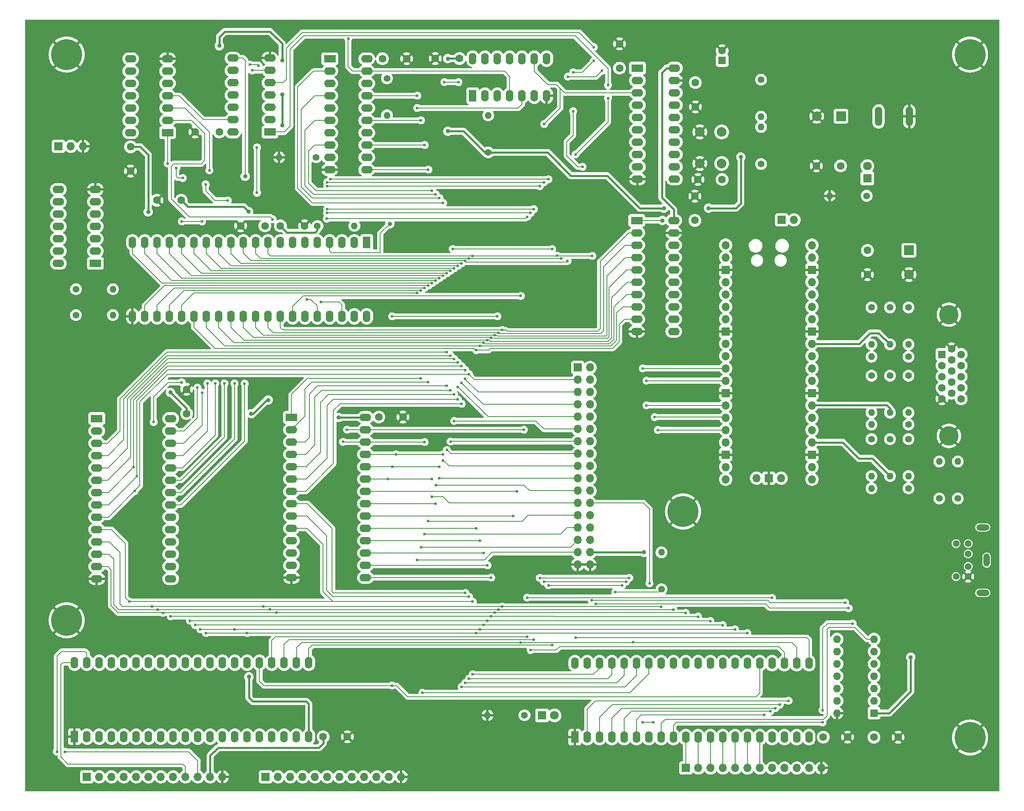
<source format=gbl>
G04 #@! TF.GenerationSoftware,KiCad,Pcbnew,(6.0.6-0)*
G04 #@! TF.CreationDate,2022-10-30T19:45:58+01:00*
G04 #@! TF.ProjectId,nevil_sbc_rev0,6e657669-6c5f-4736-9263-5f726576302e,rev?*
G04 #@! TF.SameCoordinates,Original*
G04 #@! TF.FileFunction,Copper,L2,Bot*
G04 #@! TF.FilePolarity,Positive*
%FSLAX46Y46*%
G04 Gerber Fmt 4.6, Leading zero omitted, Abs format (unit mm)*
G04 Created by KiCad (PCBNEW (6.0.6-0)) date 2022-10-30 19:45:58*
%MOMM*%
%LPD*%
G01*
G04 APERTURE LIST*
G04 #@! TA.AperFunction,ComponentPad*
%ADD10C,6.400000*%
G04 #@! TD*
G04 #@! TA.AperFunction,ComponentPad*
%ADD11C,1.600000*%
G04 #@! TD*
G04 #@! TA.AperFunction,ComponentPad*
%ADD12R,1.600000X1.600000*%
G04 #@! TD*
G04 #@! TA.AperFunction,ComponentPad*
%ADD13R,2.400000X1.600000*%
G04 #@! TD*
G04 #@! TA.AperFunction,ComponentPad*
%ADD14O,2.400000X1.600000*%
G04 #@! TD*
G04 #@! TA.AperFunction,ComponentPad*
%ADD15R,1.600000X2.400000*%
G04 #@! TD*
G04 #@! TA.AperFunction,ComponentPad*
%ADD16O,1.600000X2.400000*%
G04 #@! TD*
G04 #@! TA.AperFunction,ComponentPad*
%ADD17C,2.000000*%
G04 #@! TD*
G04 #@! TA.AperFunction,ComponentPad*
%ADD18C,1.400000*%
G04 #@! TD*
G04 #@! TA.AperFunction,ComponentPad*
%ADD19O,1.400000X1.400000*%
G04 #@! TD*
G04 #@! TA.AperFunction,ComponentPad*
%ADD20O,1.700000X1.700000*%
G04 #@! TD*
G04 #@! TA.AperFunction,ComponentPad*
%ADD21R,1.700000X1.700000*%
G04 #@! TD*
G04 #@! TA.AperFunction,ComponentPad*
%ADD22R,2.000000X2.000000*%
G04 #@! TD*
G04 #@! TA.AperFunction,ComponentPad*
%ADD23R,1.800000X1.800000*%
G04 #@! TD*
G04 #@! TA.AperFunction,ComponentPad*
%ADD24C,1.800000*%
G04 #@! TD*
G04 #@! TA.AperFunction,ComponentPad*
%ADD25O,1.600000X1.600000*%
G04 #@! TD*
G04 #@! TA.AperFunction,ComponentPad*
%ADD26O,2.700000X1.300000*%
G04 #@! TD*
G04 #@! TA.AperFunction,ComponentPad*
%ADD27O,1.300000X2.700000*%
G04 #@! TD*
G04 #@! TA.AperFunction,ComponentPad*
%ADD28O,1.500000X4.000000*%
G04 #@! TD*
G04 #@! TA.AperFunction,ComponentPad*
%ADD29C,4.000000*%
G04 #@! TD*
G04 #@! TA.AperFunction,ViaPad*
%ADD30C,0.600000*%
G04 #@! TD*
G04 #@! TA.AperFunction,ViaPad*
%ADD31C,0.900000*%
G04 #@! TD*
G04 #@! TA.AperFunction,Conductor*
%ADD32C,0.400000*%
G04 #@! TD*
G04 #@! TA.AperFunction,Conductor*
%ADD33C,0.200000*%
G04 #@! TD*
G04 #@! TA.AperFunction,Conductor*
%ADD34C,0.150000*%
G04 #@! TD*
G04 #@! TA.AperFunction,Conductor*
%ADD35C,0.127000*%
G04 #@! TD*
G04 APERTURE END LIST*
D10*
X178206400Y-118465600D03*
X237337600Y-24282400D03*
X237337600Y-165049200D03*
D11*
X180746400Y-30062800D03*
X180746400Y-35062800D03*
D12*
X186258200Y-25501600D03*
D11*
X186258200Y-23501600D03*
X92060400Y-59588400D03*
X87060400Y-59588400D03*
D13*
X97536000Y-99060000D03*
D14*
X97536000Y-101600000D03*
X97536000Y-104140000D03*
X97536000Y-106680000D03*
X97536000Y-109220000D03*
X97536000Y-111760000D03*
X97536000Y-114300000D03*
X97536000Y-116840000D03*
X97536000Y-119380000D03*
X97536000Y-121920000D03*
X97536000Y-124460000D03*
X97536000Y-127000000D03*
X97536000Y-129540000D03*
X97536000Y-132080000D03*
X112776000Y-132080000D03*
X112776000Y-129540000D03*
X112776000Y-127000000D03*
X112776000Y-124460000D03*
X112776000Y-121920000D03*
X112776000Y-119380000D03*
X112776000Y-116840000D03*
X112776000Y-114300000D03*
X112776000Y-111760000D03*
X112776000Y-109220000D03*
X112776000Y-106680000D03*
X112776000Y-104140000D03*
X112776000Y-101600000D03*
X112776000Y-99060000D03*
D13*
X168818400Y-27081400D03*
D14*
X168818400Y-29621400D03*
X168818400Y-32161400D03*
X168818400Y-34701400D03*
X168818400Y-37241400D03*
X168818400Y-39781400D03*
X168818400Y-42321400D03*
X168818400Y-44861400D03*
X168818400Y-47401400D03*
X168818400Y-49941400D03*
X176438400Y-49941400D03*
X176438400Y-47401400D03*
X176438400Y-44861400D03*
X176438400Y-42321400D03*
X176438400Y-39781400D03*
X176438400Y-37241400D03*
X176438400Y-34701400D03*
X176438400Y-32161400D03*
X176438400Y-29621400D03*
X176438400Y-27081400D03*
D15*
X155910200Y-164952600D03*
D16*
X158450200Y-164952600D03*
X160990200Y-164952600D03*
X163530200Y-164952600D03*
X166070200Y-164952600D03*
X168610200Y-164952600D03*
X171150200Y-164952600D03*
X173690200Y-164952600D03*
X176230200Y-164952600D03*
X178770200Y-164952600D03*
X181310200Y-164952600D03*
X183850200Y-164952600D03*
X186390200Y-164952600D03*
X188930200Y-164952600D03*
X191470200Y-164952600D03*
X194010200Y-164952600D03*
X196550200Y-164952600D03*
X199090200Y-164952600D03*
X201630200Y-164952600D03*
X204170200Y-164952600D03*
X204170200Y-149712600D03*
X201630200Y-149712600D03*
X199090200Y-149712600D03*
X196550200Y-149712600D03*
X194010200Y-149712600D03*
X191470200Y-149712600D03*
X188930200Y-149712600D03*
X186390200Y-149712600D03*
X183850200Y-149712600D03*
X181310200Y-149712600D03*
X178770200Y-149712600D03*
X176230200Y-149712600D03*
X173690200Y-149712600D03*
X171150200Y-149712600D03*
X168610200Y-149712600D03*
X166070200Y-149712600D03*
X163530200Y-149712600D03*
X160990200Y-149712600D03*
X158450200Y-149712600D03*
X155910200Y-149712600D03*
D13*
X105420000Y-25151000D03*
D14*
X105420000Y-27691000D03*
X105420000Y-30231000D03*
X105420000Y-32771000D03*
X105420000Y-35311000D03*
X105420000Y-37851000D03*
X105420000Y-40391000D03*
X105420000Y-42931000D03*
X105420000Y-45471000D03*
X105420000Y-48011000D03*
X113040000Y-48011000D03*
X113040000Y-45471000D03*
X113040000Y-42931000D03*
X113040000Y-40391000D03*
X113040000Y-37851000D03*
X113040000Y-35311000D03*
X113040000Y-32771000D03*
X113040000Y-30231000D03*
X113040000Y-27691000D03*
X113040000Y-25151000D03*
D15*
X52837000Y-164851000D03*
D16*
X55377000Y-164851000D03*
X57917000Y-164851000D03*
X60457000Y-164851000D03*
X62997000Y-164851000D03*
X65537000Y-164851000D03*
X68077000Y-164851000D03*
X70617000Y-164851000D03*
X73157000Y-164851000D03*
X75697000Y-164851000D03*
X78237000Y-164851000D03*
X80777000Y-164851000D03*
X83317000Y-164851000D03*
X85857000Y-164851000D03*
X88397000Y-164851000D03*
X90937000Y-164851000D03*
X93477000Y-164851000D03*
X96017000Y-164851000D03*
X98557000Y-164851000D03*
X101097000Y-164851000D03*
X101097000Y-149611000D03*
X98557000Y-149611000D03*
X96017000Y-149611000D03*
X93477000Y-149611000D03*
X90937000Y-149611000D03*
X88397000Y-149611000D03*
X85857000Y-149611000D03*
X83317000Y-149611000D03*
X80777000Y-149611000D03*
X78237000Y-149611000D03*
X75697000Y-149611000D03*
X73157000Y-149611000D03*
X70617000Y-149611000D03*
X68077000Y-149611000D03*
X65537000Y-149611000D03*
X62997000Y-149611000D03*
X60457000Y-149611000D03*
X57917000Y-149611000D03*
X55377000Y-149611000D03*
X52837000Y-149611000D03*
D17*
X181671400Y-40234800D03*
X181671400Y-46734800D03*
X186171400Y-46734800D03*
X186171400Y-40234800D03*
D18*
X194284600Y-46837600D03*
D19*
X194284600Y-39217600D03*
D18*
X224663000Y-113690400D03*
D19*
X217043000Y-113690400D03*
D11*
X64363600Y-43296200D03*
X64363600Y-48296200D03*
X75920600Y-98283400D03*
X75920600Y-93283400D03*
D18*
X220853000Y-103530400D03*
D19*
X220853000Y-111150400D03*
D18*
X194284600Y-29464000D03*
D19*
X194284600Y-37084000D03*
D11*
X74813800Y-54305200D03*
X69813800Y-54305200D03*
D18*
X117195600Y-29184600D03*
D19*
X117195600Y-36804600D03*
D18*
X234823000Y-115773200D03*
D19*
X234823000Y-108153200D03*
D11*
X82662400Y-40233600D03*
X77662400Y-40233600D03*
D18*
X220853000Y-90473200D03*
D19*
X220853000Y-98093200D03*
D18*
X224663000Y-76403200D03*
D19*
X224663000Y-84023200D03*
D18*
X102616000Y-45466000D03*
D19*
X94996000Y-45466000D03*
D13*
X57409000Y-99299000D03*
D14*
X57409000Y-101839000D03*
X57409000Y-104379000D03*
X57409000Y-106919000D03*
X57409000Y-109459000D03*
X57409000Y-111999000D03*
X57409000Y-114539000D03*
X57409000Y-117079000D03*
X57409000Y-119619000D03*
X57409000Y-122159000D03*
X57409000Y-124699000D03*
X57409000Y-127239000D03*
X57409000Y-129779000D03*
X57409000Y-132319000D03*
X72649000Y-132319000D03*
X72649000Y-129779000D03*
X72649000Y-127239000D03*
X72649000Y-124699000D03*
X72649000Y-122159000D03*
X72649000Y-119619000D03*
X72649000Y-117079000D03*
X72649000Y-114539000D03*
X72649000Y-111999000D03*
X72649000Y-109459000D03*
X72649000Y-106919000D03*
X72649000Y-104379000D03*
X72649000Y-101839000D03*
X72649000Y-99299000D03*
D10*
X51206400Y-140868400D03*
D18*
X53111400Y-77978000D03*
D19*
X60731400Y-77978000D03*
D11*
X207100800Y-164947600D03*
X212100800Y-164947600D03*
D13*
X93081000Y-40264000D03*
D14*
X93081000Y-37724000D03*
X93081000Y-35184000D03*
X93081000Y-32644000D03*
X93081000Y-30104000D03*
X93081000Y-27564000D03*
X93081000Y-25024000D03*
X85461000Y-25024000D03*
X85461000Y-27564000D03*
X85461000Y-30104000D03*
X85461000Y-32644000D03*
X85461000Y-35184000D03*
X85461000Y-37724000D03*
X85461000Y-40264000D03*
D10*
X51206400Y-24282400D03*
D20*
X186994800Y-63550800D03*
X186994800Y-66090800D03*
D21*
X186994800Y-68630800D03*
D20*
X186994800Y-71170800D03*
X186994800Y-73710800D03*
X186994800Y-76250800D03*
X186994800Y-78790800D03*
D21*
X186994800Y-81330800D03*
D20*
X186994800Y-83870800D03*
X186994800Y-86410800D03*
X186994800Y-88950800D03*
X186994800Y-91490800D03*
D21*
X186994800Y-94030800D03*
D20*
X186994800Y-96570800D03*
X186994800Y-99110800D03*
X186994800Y-101650800D03*
X186994800Y-104190800D03*
D21*
X186994800Y-106730800D03*
D20*
X186994800Y-109270800D03*
X186994800Y-111810800D03*
X204774800Y-111810800D03*
X204774800Y-109270800D03*
D21*
X204774800Y-106730800D03*
D20*
X204774800Y-104190800D03*
X204774800Y-101650800D03*
X204774800Y-99110800D03*
X204774800Y-96570800D03*
D21*
X204774800Y-94030800D03*
D20*
X204774800Y-91490800D03*
X204774800Y-88950800D03*
X204774800Y-86410800D03*
X204774800Y-83870800D03*
D21*
X204774800Y-81330800D03*
D20*
X204774800Y-78790800D03*
X204774800Y-76250800D03*
X204774800Y-73710800D03*
X204774800Y-71170800D03*
D21*
X204774800Y-68630800D03*
D20*
X204774800Y-66090800D03*
X204774800Y-63550800D03*
X193344800Y-111580800D03*
D21*
X195884800Y-111580800D03*
D20*
X198424800Y-111580800D03*
D22*
X224764600Y-64637523D03*
D17*
X224764600Y-69637523D03*
D23*
X216179400Y-49809400D03*
D24*
X216179400Y-47269400D03*
D21*
X156514800Y-88773000D03*
D20*
X159054800Y-88773000D03*
X156514800Y-91313000D03*
X159054800Y-91313000D03*
X156514800Y-93853000D03*
X159054800Y-93853000D03*
X156514800Y-96393000D03*
X159054800Y-96393000D03*
X156514800Y-98933000D03*
X159054800Y-98933000D03*
X156514800Y-101473000D03*
X159054800Y-101473000D03*
X156514800Y-104013000D03*
X159054800Y-104013000D03*
X156514800Y-106553000D03*
X159054800Y-106553000D03*
X156514800Y-109093000D03*
X159054800Y-109093000D03*
X156514800Y-111633000D03*
X159054800Y-111633000D03*
X156514800Y-114173000D03*
X159054800Y-114173000D03*
X156514800Y-116713000D03*
X159054800Y-116713000D03*
X156514800Y-119253000D03*
X159054800Y-119253000D03*
X156514800Y-121793000D03*
X159054800Y-121793000D03*
X156514800Y-124333000D03*
X159054800Y-124333000D03*
X156514800Y-126873000D03*
X159054800Y-126873000D03*
X156514800Y-129413000D03*
X159054800Y-129413000D03*
D12*
X217566400Y-159999600D03*
D25*
X217566400Y-157459600D03*
X217566400Y-154919600D03*
X217566400Y-152379600D03*
X217566400Y-149839600D03*
X217566400Y-147299600D03*
X217566400Y-144759600D03*
X209946400Y-144759600D03*
X209946400Y-147299600D03*
X209946400Y-149839600D03*
X209946400Y-152379600D03*
X209946400Y-154919600D03*
X209946400Y-157459600D03*
X209946400Y-159999600D03*
D22*
X210749277Y-36982400D03*
D17*
X205749277Y-36982400D03*
D11*
X217540200Y-164973000D03*
X222540200Y-164973000D03*
D15*
X134869000Y-32756000D03*
D16*
X137409000Y-32756000D03*
X139949000Y-32756000D03*
X142489000Y-32756000D03*
X145029000Y-32756000D03*
X147569000Y-32756000D03*
X150109000Y-32756000D03*
X150109000Y-25136000D03*
X147569000Y-25136000D03*
X145029000Y-25136000D03*
X142489000Y-25136000D03*
X139949000Y-25136000D03*
X137409000Y-25136000D03*
X134869000Y-25136000D03*
D18*
X173761400Y-134493000D03*
D19*
X173761400Y-126873000D03*
D21*
X92197000Y-173126400D03*
D20*
X94737000Y-173126400D03*
X97277000Y-173126400D03*
X99817000Y-173126400D03*
X102357000Y-173126400D03*
X104897000Y-173126400D03*
X107437000Y-173126400D03*
X109977000Y-173126400D03*
X112517000Y-173126400D03*
X115057000Y-173126400D03*
X117597000Y-173126400D03*
X120137000Y-173126400D03*
D18*
X224663000Y-103530400D03*
D19*
X224663000Y-111150400D03*
D18*
X236953800Y-129773200D03*
X236953800Y-127173200D03*
X236953800Y-131873200D03*
X236953800Y-125073200D03*
X234453800Y-131873200D03*
X234453800Y-125073200D03*
D26*
X239953800Y-121723200D03*
D27*
X240753800Y-128473200D03*
D26*
X239953800Y-135223200D03*
D18*
X231013000Y-115773200D03*
D19*
X231013000Y-108153200D03*
D18*
X224663000Y-86563200D03*
D19*
X217043000Y-86563200D03*
D18*
X217043000Y-76403200D03*
D19*
X217043000Y-84023200D03*
D18*
X224663000Y-100533200D03*
D19*
X217043000Y-100533200D03*
D18*
X224663000Y-90473200D03*
D19*
X224663000Y-98093200D03*
D13*
X57130000Y-67320000D03*
D14*
X57130000Y-64780000D03*
X57130000Y-62240000D03*
X57130000Y-59700000D03*
X57130000Y-57160000D03*
X57130000Y-54620000D03*
X57130000Y-52080000D03*
X49510000Y-52080000D03*
X49510000Y-54620000D03*
X49510000Y-57160000D03*
X49510000Y-59700000D03*
X49510000Y-62240000D03*
X49510000Y-64780000D03*
X49510000Y-67320000D03*
D28*
X218502800Y-37033200D03*
X224852800Y-37033200D03*
D18*
X217043000Y-103530400D03*
D19*
X217043000Y-111150400D03*
D18*
X138074400Y-44450000D03*
D19*
X138074400Y-36830000D03*
D18*
X102870000Y-59613800D03*
D19*
X110490000Y-59613800D03*
D13*
X168666000Y-58475800D03*
D14*
X168666000Y-61015800D03*
X168666000Y-63555800D03*
X168666000Y-66095800D03*
X168666000Y-68635800D03*
X168666000Y-71175800D03*
X168666000Y-73715800D03*
X168666000Y-76255800D03*
X168666000Y-78795800D03*
X168666000Y-81335800D03*
X176286000Y-81335800D03*
X176286000Y-78795800D03*
X176286000Y-76255800D03*
X176286000Y-73715800D03*
X176286000Y-71175800D03*
X176286000Y-68635800D03*
X176286000Y-66095800D03*
X176286000Y-63555800D03*
X176286000Y-61015800D03*
X176286000Y-58475800D03*
D21*
X198546800Y-58369200D03*
D20*
X201086800Y-58369200D03*
D11*
X95239200Y-59588400D03*
X100239200Y-59588400D03*
D29*
X232982669Y-77888200D03*
X232982669Y-102888200D03*
D12*
X231562669Y-86073200D03*
D11*
X231562669Y-88363200D03*
X231562669Y-90653200D03*
X231562669Y-92943200D03*
X231562669Y-95233200D03*
X233542669Y-84928200D03*
X233542669Y-87218200D03*
X233542669Y-89508200D03*
X233542669Y-91798200D03*
X233542669Y-94088200D03*
X235522669Y-86073200D03*
X235522669Y-88363200D03*
X235522669Y-90653200D03*
X235522669Y-92943200D03*
X235522669Y-95233200D03*
D18*
X216052400Y-53390800D03*
D19*
X208432400Y-53390800D03*
D11*
X165125400Y-27087200D03*
X165125400Y-22087200D03*
D18*
X220853000Y-76403200D03*
D19*
X220853000Y-84023200D03*
D21*
X49520000Y-43185000D03*
D20*
X52060000Y-43185000D03*
X54600000Y-43185000D03*
D23*
X149169200Y-160477200D03*
D24*
X151709200Y-160477200D03*
D11*
X180644800Y-58456200D03*
X180644800Y-53456200D03*
X210678400Y-47244000D03*
X205678400Y-47244000D03*
D21*
X178816000Y-171323000D03*
D20*
X181356000Y-171323000D03*
X183896000Y-171323000D03*
X186436000Y-171323000D03*
X188976000Y-171323000D03*
X191516000Y-171323000D03*
X194056000Y-171323000D03*
X196596000Y-171323000D03*
X199136000Y-171323000D03*
X201676000Y-171323000D03*
X204216000Y-171323000D03*
X206756000Y-171323000D03*
D11*
X186269000Y-50038000D03*
X181269000Y-50038000D03*
D15*
X113025000Y-62987000D03*
D16*
X110485000Y-62987000D03*
X107945000Y-62987000D03*
X105405000Y-62987000D03*
X102865000Y-62987000D03*
X100325000Y-62987000D03*
X97785000Y-62987000D03*
X95245000Y-62987000D03*
X92705000Y-62987000D03*
X90165000Y-62987000D03*
X87625000Y-62987000D03*
X85085000Y-62987000D03*
X82545000Y-62987000D03*
X80005000Y-62987000D03*
X77465000Y-62987000D03*
X74925000Y-62987000D03*
X72385000Y-62987000D03*
X69845000Y-62987000D03*
X67305000Y-62987000D03*
X64765000Y-62987000D03*
X64765000Y-78227000D03*
X67305000Y-78227000D03*
X69845000Y-78227000D03*
X72385000Y-78227000D03*
X74925000Y-78227000D03*
X77465000Y-78227000D03*
X80005000Y-78227000D03*
X82545000Y-78227000D03*
X85085000Y-78227000D03*
X87625000Y-78227000D03*
X90165000Y-78227000D03*
X92705000Y-78227000D03*
X95245000Y-78227000D03*
X97785000Y-78227000D03*
X100325000Y-78227000D03*
X102865000Y-78227000D03*
X105405000Y-78227000D03*
X107945000Y-78227000D03*
X110485000Y-78227000D03*
X113025000Y-78227000D03*
D11*
X115508400Y-98983800D03*
X120508400Y-98983800D03*
X216204800Y-64632200D03*
X216204800Y-69632200D03*
D13*
X71999000Y-40391000D03*
D14*
X71999000Y-37851000D03*
X71999000Y-35311000D03*
X71999000Y-32771000D03*
X71999000Y-30231000D03*
X71999000Y-27691000D03*
X71999000Y-25151000D03*
X64379000Y-25151000D03*
X64379000Y-27691000D03*
X64379000Y-30231000D03*
X64379000Y-32771000D03*
X64379000Y-35311000D03*
X64379000Y-37851000D03*
X64379000Y-40391000D03*
D18*
X145542000Y-160451800D03*
D19*
X137922000Y-160451800D03*
D21*
X55362000Y-173126400D03*
D20*
X57902000Y-173126400D03*
X60442000Y-173126400D03*
X62982000Y-173126400D03*
X65522000Y-173126400D03*
X68062000Y-173126400D03*
X70602000Y-173126400D03*
X73142000Y-173126400D03*
X75682000Y-173126400D03*
X78222000Y-173126400D03*
X80762000Y-173126400D03*
X83302000Y-173126400D03*
D11*
X116270400Y-25146000D03*
X121270400Y-25146000D03*
D18*
X53111400Y-72644000D03*
D19*
X60731400Y-72644000D03*
D18*
X217043000Y-90473200D03*
D19*
X217043000Y-98093200D03*
D11*
X132141600Y-25095200D03*
X127141600Y-25095200D03*
X104053000Y-164871400D03*
X109053000Y-164871400D03*
D30*
X92049600Y-112064800D03*
X82245200Y-112115600D03*
X82245200Y-122783600D03*
X91897200Y-122783600D03*
X92049600Y-104089200D03*
X56794400Y-96621600D03*
X60553600Y-96621600D03*
X56896000Y-83362800D03*
X64770000Y-83362800D03*
X122021600Y-76708000D03*
X115671600Y-76809600D03*
X122021600Y-75285600D03*
X115671600Y-75285600D03*
X122224800Y-59385200D03*
X120345200Y-59385200D03*
X137922000Y-53238400D03*
X133045200Y-53238400D03*
X128117600Y-45720000D03*
X133045200Y-45720000D03*
X157530800Y-74371200D03*
X154787600Y-74422000D03*
X163576000Y-130657600D03*
X161696400Y-130606800D03*
X163474400Y-128270000D03*
X161696400Y-128270000D03*
D31*
X107238800Y-99060000D03*
X72593200Y-93903800D03*
X129743200Y-40081200D03*
X170154600Y-126873000D03*
X88696800Y-56642000D03*
X174269400Y-55930800D03*
X82677000Y-22479000D03*
X67995800Y-56692800D03*
X89230200Y-98298000D03*
X88747600Y-152527000D03*
X129717800Y-25120600D03*
X225120200Y-148488400D03*
X95605600Y-32486600D03*
X183464200Y-55930800D03*
X92760800Y-95478600D03*
X190119000Y-45389800D03*
X95605600Y-25501600D03*
X95605600Y-38887400D03*
X154228800Y-33807400D03*
X154279600Y-30607000D03*
X149021800Y-35458400D03*
D30*
X84251800Y-48310800D03*
X171907200Y-29464000D03*
D31*
X116535200Y-153111200D03*
X139877800Y-30124400D03*
X110998000Y-148590000D03*
X110998000Y-147370800D03*
X117271800Y-147370800D03*
X137033000Y-30099000D03*
D30*
X169887900Y-161912300D03*
X172110400Y-161925000D03*
X90424000Y-43434000D03*
X90424000Y-52781200D03*
X131927600Y-29972000D03*
X118262400Y-154330400D03*
X129032000Y-29972000D03*
X159512000Y-65786000D03*
X134874000Y-137033000D03*
X152298400Y-65735200D03*
X134874000Y-65786000D03*
X134874000Y-151993600D03*
X64160400Y-137033000D03*
X173685200Y-138074400D03*
X68834000Y-138023600D03*
X140970000Y-81051400D03*
X140970000Y-138049000D03*
X91744800Y-137972800D03*
X65227200Y-114249200D03*
X153162000Y-66294000D03*
X134112000Y-90170000D03*
X134112000Y-66294000D03*
X134112000Y-136017000D03*
X134112000Y-152908000D03*
X176225200Y-138684000D03*
X140182600Y-81584800D03*
X70002400Y-138684000D03*
X140208000Y-138684000D03*
X93065600Y-138633200D03*
X133350000Y-135255000D03*
X133350000Y-153771600D03*
X133350000Y-66802000D03*
X65659000Y-111201200D03*
X154432000Y-66802000D03*
X133350000Y-91109800D03*
X133350000Y-89306400D03*
X139446000Y-82118200D03*
X71069200Y-139344400D03*
X139446000Y-139319000D03*
X94488000Y-139293600D03*
X178765200Y-139344400D03*
X132588000Y-88493600D03*
X132588000Y-96266000D03*
X132588000Y-67310000D03*
X132588000Y-91948000D03*
X132588000Y-154584400D03*
X65024000Y-109296200D03*
X72644000Y-140055600D03*
X181305200Y-140106400D03*
X138684000Y-132080000D03*
X138684000Y-140081000D03*
X138684000Y-82651600D03*
X131826000Y-67818000D03*
X131826000Y-95377000D03*
X131826000Y-92811600D03*
X131800600Y-87757000D03*
X183845200Y-141020800D03*
X137922000Y-140970000D03*
X137922000Y-83159600D03*
X76606400Y-140970000D03*
X137922000Y-129540000D03*
X131064000Y-99796600D03*
X131064000Y-94361000D03*
X131064000Y-68326000D03*
X131064000Y-87020400D03*
X137160000Y-141859000D03*
X137160000Y-83693000D03*
X77673200Y-141833600D03*
X137160000Y-127000000D03*
X186385200Y-141884400D03*
X130302000Y-68834000D03*
X130302000Y-93472000D03*
X130302000Y-86360000D03*
X130327400Y-104038400D03*
X188925200Y-142748000D03*
X136398000Y-84328000D03*
X78740000Y-142748000D03*
X85852000Y-142748000D03*
X136398000Y-142748000D03*
X136398000Y-124460000D03*
X79095600Y-58674000D03*
X129540000Y-85598000D03*
X129540000Y-69342000D03*
X74925000Y-58669000D03*
X129540000Y-92583000D03*
X129565400Y-105791000D03*
X79908400Y-143510000D03*
X135636000Y-85217000D03*
X135636000Y-143510000D03*
X88392000Y-143510000D03*
X135636000Y-121920000D03*
X191465200Y-143510000D03*
X128778000Y-54864000D03*
X119100600Y-106680000D03*
X128778000Y-107950000D03*
X128778000Y-106680000D03*
X128778000Y-69850000D03*
X80213200Y-92049600D03*
X81838800Y-92049600D03*
X128016000Y-70358000D03*
X128016000Y-53848000D03*
X128016000Y-111607600D03*
X128016000Y-109220000D03*
X118287800Y-109220000D03*
X144780000Y-74041000D03*
X144780000Y-145440400D03*
X149606000Y-38608000D03*
X167919400Y-145389600D03*
X127254000Y-53086000D03*
X127254000Y-116840000D03*
X127279400Y-113004600D03*
X87884000Y-92100400D03*
X127254000Y-70866000D03*
X148691600Y-51409600D03*
X104902000Y-51409600D03*
X148691600Y-132130800D03*
X167132000Y-132130800D03*
X117373400Y-111760000D03*
X126492000Y-71374000D03*
X83718400Y-92049600D03*
X126492000Y-115392200D03*
X126492000Y-111760000D03*
X126492000Y-52324000D03*
X118262400Y-78232000D03*
X139954000Y-78232000D03*
X124510800Y-155803600D03*
X171297600Y-133248400D03*
X125730000Y-120421400D03*
X125730000Y-48006000D03*
X125730000Y-91821000D03*
X125730000Y-71882000D03*
X166497000Y-132892800D03*
X149555200Y-50596800D03*
X149555200Y-132918200D03*
X104902000Y-50596800D03*
X124968000Y-72390000D03*
X124968000Y-123139200D03*
X108153200Y-104089200D03*
X79095600Y-93980000D03*
X124968000Y-42926000D03*
X124968000Y-104140000D03*
X75133200Y-49733200D03*
X73812400Y-47650400D03*
X150469600Y-49987200D03*
X150469600Y-133654800D03*
X165658800Y-133654800D03*
X105562400Y-49987200D03*
X124206000Y-72898000D03*
X124206000Y-91059000D03*
X124206000Y-37846000D03*
X124231400Y-125806200D03*
X50825400Y-167944800D03*
X49199800Y-167944800D03*
X100711000Y-74726800D03*
X103632000Y-75311000D03*
X154482800Y-28854400D03*
X161493200Y-27635200D03*
X109245400Y-20980400D03*
X72009000Y-46736000D03*
X123444000Y-32766000D03*
X123444000Y-128447800D03*
X123444000Y-73406000D03*
X74930000Y-91846400D03*
X69138800Y-100025200D03*
X123444000Y-35306000D03*
X143256000Y-119380000D03*
X144018000Y-114300000D03*
X85801200Y-92049600D03*
X78130400Y-92913200D03*
X108966000Y-101600000D03*
X145415000Y-101600000D03*
D31*
X117805200Y-59156600D03*
X87985600Y-49377600D03*
D30*
X146100800Y-136194800D03*
X93624400Y-58216800D03*
X146100800Y-57708800D03*
X196550200Y-136250600D03*
X146100800Y-144272000D03*
X104800400Y-58115200D03*
X80619600Y-48158400D03*
X84404200Y-54356000D03*
X79857600Y-51028600D03*
X146812000Y-147015200D03*
X146812000Y-56896000D03*
X104851200Y-56896000D03*
X147472400Y-144881600D03*
X104902000Y-56134000D03*
X147472400Y-56134000D03*
X156057600Y-144424400D03*
X156057600Y-44856400D03*
X162763200Y-33274000D03*
X162763200Y-30581600D03*
X151231600Y-64363600D03*
X151231600Y-145999200D03*
X130759200Y-64363600D03*
X90741500Y-26555700D03*
X88950800Y-26365200D03*
X155575000Y-27940000D03*
X164236400Y-135077200D03*
X159816800Y-25603200D03*
X155575000Y-35966400D03*
X159816800Y-22758400D03*
X157505400Y-47421800D03*
X89433400Y-27559000D03*
X211607400Y-137210800D03*
X159359600Y-136779000D03*
X160274000Y-137515600D03*
X212344000Y-138379200D03*
X206959200Y-161925000D03*
X206959200Y-159410400D03*
X213156800Y-141528800D03*
X194945000Y-160401000D03*
X196189600Y-159639000D03*
X197231000Y-158978600D03*
X198145400Y-158242000D03*
X199969200Y-157459600D03*
D31*
X173939200Y-58470800D03*
D30*
X173024800Y-101650800D03*
X172364400Y-99009200D03*
X170688000Y-96570800D03*
X170688000Y-91490800D03*
X169926000Y-88950800D03*
D32*
X88747600Y-156794200D02*
X89560400Y-157607000D01*
X87706200Y-55651400D02*
X76160000Y-55651400D01*
X88696800Y-56642000D02*
X87706200Y-55651400D01*
X102870000Y-60477400D02*
X102412800Y-60934600D01*
X104063800Y-166243000D02*
X104063800Y-164882200D01*
X132141600Y-25095200D02*
X129743200Y-25095200D01*
X82677000Y-22479000D02*
X82677000Y-20624800D01*
X64363600Y-43296200D02*
X66384800Y-43296200D01*
X95605600Y-32486600D02*
X95605600Y-38887400D01*
X82397600Y-167132000D02*
X103174800Y-167132000D01*
X225120200Y-148488400D02*
X225120200Y-155549600D01*
X102870000Y-59613800D02*
X102870000Y-60477400D01*
X83769200Y-19532600D02*
X93116400Y-19532600D01*
X76160000Y-55651400D02*
X74813800Y-54305200D01*
X112776000Y-99060000D02*
X107238800Y-99060000D01*
X150291800Y-44450000D02*
X138074400Y-44450000D01*
X104063800Y-164882200D02*
X104053000Y-164871400D01*
X89560400Y-157607000D02*
X100584000Y-157607000D01*
X89585800Y-98298000D02*
X92405200Y-95478600D01*
X102412800Y-60934600D02*
X96585400Y-60934600D01*
X138074400Y-44450000D02*
X137337800Y-44450000D01*
X100584000Y-157607000D02*
X101097000Y-158120000D01*
X82677000Y-20624800D02*
X83769200Y-19532600D01*
X75920600Y-97231200D02*
X72593200Y-93903800D01*
X80762000Y-173126400D02*
X80762000Y-168767600D01*
X174269400Y-55930800D02*
X169265600Y-55930800D01*
X189103000Y-55930800D02*
X183464200Y-55930800D01*
X92405200Y-95478600D02*
X92760800Y-95478600D01*
X93116400Y-19532600D02*
X95605600Y-22021800D01*
X103174800Y-167132000D02*
X104063800Y-166243000D01*
X162585400Y-49250600D02*
X155092400Y-49250600D01*
X66384800Y-43296200D02*
X68046600Y-44958000D01*
X95605600Y-22021800D02*
X95605600Y-25501600D01*
X190119000Y-54914800D02*
X189103000Y-55930800D01*
X89230200Y-98298000D02*
X89585800Y-98298000D01*
X169265600Y-55930800D02*
X162585400Y-49250600D01*
X155092400Y-49250600D02*
X150291800Y-44450000D01*
X225120200Y-155549600D02*
X220670200Y-159999600D01*
X137337800Y-44450000D02*
X132969000Y-40081200D01*
X80762000Y-168767600D02*
X82397600Y-167132000D01*
X190119000Y-45389800D02*
X190119000Y-54914800D01*
X88747600Y-152527000D02*
X88747600Y-156794200D01*
X129743200Y-25095200D02*
X129717800Y-25120600D01*
X101097000Y-158120000D02*
X101097000Y-164851000D01*
X68046600Y-44958000D02*
X68046600Y-56642000D01*
X132969000Y-40081200D02*
X129743200Y-40081200D01*
X75920600Y-98283400D02*
X75920600Y-97231200D01*
X96585400Y-60934600D02*
X95239200Y-59588400D01*
X220670200Y-159999600D02*
X217566400Y-159999600D01*
X159054800Y-126873000D02*
X170154600Y-126873000D01*
X117271800Y-147370800D02*
X110998000Y-147370800D01*
X112014000Y-148590000D02*
X116535200Y-153111200D01*
X110998000Y-148590000D02*
X112014000Y-148590000D01*
X173837600Y-28016200D02*
X174772400Y-27081400D01*
X176286000Y-56245600D02*
X173837600Y-53797200D01*
X174772400Y-27081400D02*
X176438400Y-27081400D01*
X173837600Y-53797200D02*
X173837600Y-28016200D01*
X176286000Y-58475800D02*
X176286000Y-56245600D01*
D33*
X172097700Y-161912300D02*
X172110400Y-161925000D01*
X169887900Y-161912300D02*
X172097700Y-161912300D01*
X118262400Y-154330400D02*
X91856400Y-154330400D01*
X90424000Y-43434000D02*
X90424000Y-52730400D01*
X121462800Y-156616400D02*
X193243200Y-156616400D01*
X194005200Y-155854400D02*
X194005200Y-149717600D01*
X193243200Y-156616400D02*
X194005200Y-155854400D01*
X129032000Y-29972000D02*
X131927600Y-29972000D01*
X194005200Y-149717600D02*
X194010200Y-149712600D01*
X90937000Y-149611000D02*
X90937000Y-153411000D01*
X119176800Y-154330400D02*
X121462800Y-156616400D01*
X91856400Y-154330400D02*
X90937000Y-153411000D01*
X118262400Y-154330400D02*
X119176800Y-154330400D01*
X97536000Y-121920000D02*
X100711000Y-121920000D01*
X104013000Y-135001000D02*
X106045000Y-137033000D01*
D34*
X92705000Y-62987000D02*
X92705000Y-65273000D01*
D33*
X63296800Y-125018800D02*
X63296800Y-136194800D01*
D34*
X93218000Y-65786000D02*
X159512000Y-65786000D01*
D33*
X57409000Y-122159000D02*
X60437000Y-122159000D01*
X64135000Y-137033000D02*
X64160400Y-137033000D01*
X60437000Y-122159000D02*
X63296800Y-125018800D01*
D34*
X92705000Y-65273000D02*
X93218000Y-65786000D01*
D33*
X104013000Y-125222000D02*
X104013000Y-135001000D01*
X64160400Y-137033000D02*
X106045000Y-137033000D01*
X63296800Y-136194800D02*
X64135000Y-137033000D01*
X159766000Y-151993600D02*
X134874000Y-151993600D01*
X160990200Y-149712600D02*
X160990200Y-150769400D01*
X106045000Y-137033000D02*
X134874000Y-137033000D01*
X160990200Y-150769400D02*
X159766000Y-151993600D01*
X100711000Y-121920000D02*
X104013000Y-125222000D01*
X141655800Y-81051400D02*
X141884400Y-81280000D01*
X140970000Y-138049000D02*
X173659800Y-138049000D01*
X62179200Y-137464800D02*
X62738000Y-138023600D01*
X59979800Y-124699000D02*
X62179200Y-126898400D01*
X141884400Y-81280000D02*
X160629600Y-81280000D01*
X161137600Y-80772000D02*
X161137600Y-66903600D01*
X62738000Y-138023600D02*
X140944600Y-138023600D01*
X95245000Y-78227000D02*
X95245000Y-80513000D01*
X168666000Y-61015800D02*
X167025400Y-61015800D01*
X140944600Y-138023600D02*
X140970000Y-138049000D01*
X95245000Y-80513000D02*
X95783400Y-81051400D01*
X62179200Y-126898400D02*
X62179200Y-137464800D01*
X57409000Y-124699000D02*
X59979800Y-124699000D01*
X95783400Y-81051400D02*
X141655800Y-81051400D01*
X160629600Y-81280000D02*
X161137600Y-80772000D01*
X173659800Y-138049000D02*
X173685200Y-138074400D01*
X167025400Y-61015800D02*
X161137600Y-66903600D01*
D34*
X90165000Y-65273000D02*
X91186000Y-66294000D01*
D33*
X163525200Y-152095200D02*
X162712400Y-152908000D01*
D34*
X90165000Y-62987000D02*
X90165000Y-65273000D01*
D33*
X72009000Y-90170000D02*
X134112000Y-90170000D01*
X135255000Y-91313000D02*
X134112000Y-90170000D01*
X57409000Y-119619000D02*
X59832000Y-119619000D01*
X100711000Y-119380000D02*
X104775000Y-123444000D01*
X59832000Y-119619000D02*
X66294000Y-113157000D01*
X104775000Y-134747000D02*
X106045000Y-136017000D01*
X97536000Y-119380000D02*
X100711000Y-119380000D01*
X156514800Y-91313000D02*
X135255000Y-91313000D01*
X104775000Y-134747000D02*
X104775000Y-123444000D01*
X66294000Y-113157000D02*
X66294000Y-95885000D01*
D34*
X91186000Y-66294000D02*
X153162000Y-66294000D01*
D33*
X106045000Y-136017000D02*
X134112000Y-136017000D01*
X163530200Y-149712600D02*
X163525200Y-149717600D01*
X163525200Y-149717600D02*
X163525200Y-152095200D01*
X162712400Y-152908000D02*
X134112000Y-152908000D01*
X66294000Y-95885000D02*
X72009000Y-90170000D01*
X166268400Y-63550800D02*
X161848800Y-67970400D01*
X59929000Y-127239000D02*
X57409000Y-127239000D01*
X60960000Y-128270000D02*
X59929000Y-127239000D01*
X161848800Y-67970400D02*
X161848800Y-68783200D01*
X93776800Y-81584800D02*
X92710000Y-80518000D01*
X168661000Y-63550800D02*
X166268400Y-63550800D01*
X140182600Y-81584800D02*
X93776800Y-81584800D01*
X140385800Y-81788000D02*
X140182600Y-81584800D01*
X161848800Y-81229200D02*
X161290000Y-81788000D01*
X161848800Y-68783200D02*
X161848800Y-81229200D01*
X92710000Y-80518000D02*
X92710000Y-78232000D01*
X61976000Y-138684000D02*
X60960000Y-137668000D01*
X81788000Y-138684000D02*
X140208000Y-138684000D01*
X81788000Y-138684000D02*
X61976000Y-138684000D01*
D34*
X92705000Y-78227000D02*
X92710000Y-78232000D01*
D33*
X161290000Y-81788000D02*
X159004000Y-81788000D01*
X140589000Y-81788000D02*
X140385800Y-81788000D01*
X140589000Y-81788000D02*
X159004000Y-81788000D01*
X168666000Y-63555800D02*
X168661000Y-63550800D01*
X140208000Y-138684000D02*
X176225200Y-138684000D01*
X60960000Y-137668000D02*
X60960000Y-128270000D01*
X133324600Y-89281000D02*
X72009000Y-89281000D01*
X166065200Y-149717600D02*
X166065200Y-152247600D01*
X133096000Y-66802000D02*
X132994400Y-66700400D01*
X65659000Y-95631000D02*
X65659000Y-111201200D01*
X65659000Y-111201200D02*
X65659000Y-111252000D01*
X100838000Y-116840000D02*
X105918000Y-121920000D01*
X133350000Y-66802000D02*
X133096000Y-66802000D01*
X87625000Y-65222200D02*
X87625000Y-62987000D01*
X105918000Y-121920000D02*
X105918000Y-135001000D01*
X72009000Y-89281000D02*
X65659000Y-95631000D01*
X133350000Y-89306400D02*
X133324600Y-89281000D01*
X132994400Y-66700400D02*
X89103200Y-66700400D01*
X97536000Y-116840000D02*
X100838000Y-116840000D01*
X166070200Y-149712600D02*
X166065200Y-149717600D01*
X156514800Y-93853000D02*
X136042400Y-93853000D01*
X136042400Y-93853000D02*
X133350000Y-91160600D01*
X154432000Y-66802000D02*
X154432000Y-66954400D01*
X59832000Y-117079000D02*
X57409000Y-117079000D01*
X65659000Y-111252000D02*
X59832000Y-117079000D01*
X154330400Y-67056000D02*
X133604000Y-67056000D01*
X105918000Y-135001000D02*
X106172000Y-135255000D01*
X166065200Y-152247600D02*
X164541200Y-153771600D01*
X154432000Y-66954400D02*
X154330400Y-67056000D01*
X89103200Y-66700400D02*
X87625000Y-65222200D01*
X133604000Y-67056000D02*
X133350000Y-66802000D01*
X164541200Y-153771600D02*
X133350000Y-153771600D01*
X106172000Y-135255000D02*
X133223000Y-135255000D01*
X139446000Y-139319000D02*
X178739800Y-139319000D01*
X162509200Y-69951600D02*
X166365000Y-66095800D01*
X81407000Y-139319000D02*
X61798200Y-139319000D01*
X178739800Y-139319000D02*
X178765200Y-139344400D01*
X139446000Y-139319000D02*
X81407000Y-139319000D01*
X57409000Y-129779000D02*
X59624200Y-129779000D01*
X139750800Y-82118200D02*
X139928600Y-82296000D01*
X166365000Y-66095800D02*
X168666000Y-66095800D01*
X60325000Y-137845800D02*
X60325000Y-130479800D01*
X139928600Y-82296000D02*
X162356800Y-82296000D01*
X162356800Y-82296000D02*
X162509200Y-82143600D01*
X162509200Y-82143600D02*
X162509200Y-69951600D01*
X90165000Y-80513000D02*
X91770200Y-82118200D01*
X61798200Y-139319000D02*
X60325000Y-137845800D01*
X59624200Y-129779000D02*
X60325000Y-130479800D01*
X91770200Y-82118200D02*
X139750800Y-82118200D01*
X90165000Y-78227000D02*
X90165000Y-80513000D01*
X59832000Y-114539000D02*
X65024000Y-109347000D01*
D34*
X85090000Y-62992000D02*
X85090000Y-65278000D01*
D33*
X65024000Y-109347000D02*
X65024000Y-109296200D01*
X65024000Y-95504000D02*
X72009000Y-88519000D01*
X100457000Y-114300000D02*
X106172000Y-108585000D01*
X168610200Y-152242600D02*
X166268400Y-154584400D01*
X107569000Y-96266000D02*
X132588000Y-96266000D01*
X97536000Y-114300000D02*
X100457000Y-114300000D01*
X72009000Y-88519000D02*
X132562600Y-88519000D01*
X132588000Y-88493600D02*
X132562600Y-88519000D01*
D34*
X87122000Y-67310000D02*
X132588000Y-67310000D01*
D33*
X106172000Y-97663000D02*
X107569000Y-96266000D01*
D34*
X85085000Y-62987000D02*
X85090000Y-62992000D01*
D33*
X106172000Y-108585000D02*
X106172000Y-97663000D01*
X168610200Y-149712600D02*
X168610200Y-152242600D01*
X59832000Y-114539000D02*
X57409000Y-114539000D01*
X156514800Y-96393000D02*
X137007600Y-96393000D01*
D34*
X85090000Y-65278000D02*
X87122000Y-67310000D01*
D33*
X166268400Y-154584400D02*
X132588000Y-154584400D01*
X65024000Y-109296200D02*
X65024000Y-95504000D01*
X137007600Y-96393000D02*
X132588000Y-91973400D01*
X87625000Y-80513000D02*
X87625000Y-78227000D01*
X162661600Y-82702400D02*
X162915600Y-82448400D01*
D34*
X138709400Y-82677000D02*
X138684000Y-82651600D01*
D33*
X162915600Y-82448400D02*
X162915600Y-74472800D01*
X151765000Y-140081000D02*
X151790400Y-140106400D01*
X166568200Y-68635800D02*
X162915600Y-72288400D01*
X151790400Y-140106400D02*
X181305200Y-140106400D01*
D34*
X138709400Y-82702400D02*
X138709400Y-82677000D01*
D33*
X89636600Y-82524600D02*
X87625000Y-80513000D01*
X138709400Y-82702400D02*
X162661600Y-82702400D01*
X138684000Y-82651600D02*
X138557000Y-82524600D01*
X162915600Y-72288400D02*
X162915600Y-74472800D01*
X72669400Y-140081000D02*
X151765000Y-140081000D01*
X138557000Y-82524600D02*
X89636600Y-82524600D01*
X168666000Y-68635800D02*
X166568200Y-68635800D01*
X112776000Y-132080000D02*
X138684000Y-132080000D01*
X64389000Y-107285000D02*
X64389000Y-95377000D01*
X104902000Y-96647000D02*
X106172000Y-95377000D01*
X100584000Y-111760000D02*
X104902000Y-107442000D01*
X57409000Y-111999000D02*
X59675000Y-111999000D01*
X156514800Y-98933000D02*
X138023600Y-98933000D01*
X138023600Y-98933000D02*
X131826000Y-92735400D01*
X72009000Y-87757000D02*
X131800600Y-87757000D01*
X64389000Y-95377000D02*
X72009000Y-87757000D01*
X106172000Y-95377000D02*
X131826000Y-95377000D01*
X97536000Y-111760000D02*
X100584000Y-111760000D01*
X59675000Y-111999000D02*
X64389000Y-107285000D01*
X104902000Y-107442000D02*
X104902000Y-96647000D01*
D34*
X82545000Y-62987000D02*
X82545000Y-65273000D01*
X82545000Y-65273000D02*
X85090000Y-67818000D01*
X85090000Y-67818000D02*
X131826000Y-67818000D01*
D33*
X76606400Y-140970000D02*
X137922000Y-140970000D01*
X137566400Y-83159600D02*
X138277600Y-83159600D01*
X87731600Y-83159600D02*
X137566400Y-83159600D01*
X137566400Y-83159600D02*
X137922000Y-83159600D01*
X85090000Y-80518000D02*
X87731600Y-83159600D01*
X138277600Y-83159600D02*
X138480800Y-83362800D01*
X112776000Y-129540000D02*
X137922000Y-129540000D01*
D34*
X168661000Y-71170800D02*
X168666000Y-71175800D01*
D33*
X162763200Y-83362800D02*
X163423600Y-82702400D01*
X166674800Y-71170800D02*
X168661000Y-71170800D01*
X85090000Y-78232000D02*
X85090000Y-80518000D01*
X163423600Y-74422000D02*
X166674800Y-71170800D01*
D34*
X85085000Y-78227000D02*
X85090000Y-78232000D01*
D33*
X163423600Y-82702400D02*
X163423600Y-74422000D01*
X138480800Y-83362800D02*
X162763200Y-83362800D01*
D34*
X137922000Y-83159600D02*
X138074400Y-83312000D01*
D33*
X137922000Y-140970000D02*
X183794400Y-140970000D01*
X149529800Y-101473000D02*
X147853400Y-99796600D01*
X105156000Y-94361000D02*
X131064000Y-94361000D01*
X131038600Y-86995000D02*
X72009000Y-86995000D01*
X72009000Y-86995000D02*
X63754000Y-95250000D01*
D34*
X80005000Y-65273000D02*
X83058000Y-68326000D01*
D33*
X156514800Y-101473000D02*
X149529800Y-101473000D01*
X100584000Y-109220000D02*
X103505000Y-106299000D01*
X147853400Y-99796600D02*
X131064000Y-99796600D01*
X63754000Y-105410000D02*
X59705000Y-109459000D01*
D34*
X83058000Y-68326000D02*
X131064000Y-68326000D01*
X80005000Y-62987000D02*
X80005000Y-65273000D01*
D33*
X97536000Y-109220000D02*
X100584000Y-109220000D01*
X103505000Y-96012000D02*
X105156000Y-94361000D01*
X63754000Y-95250000D02*
X63754000Y-105410000D01*
X103505000Y-106299000D02*
X103505000Y-96012000D01*
X59705000Y-109459000D02*
X57409000Y-109459000D01*
X163017200Y-83921600D02*
X137388600Y-83921600D01*
X137160000Y-141859000D02*
X186359800Y-141859000D01*
X77673200Y-141833600D02*
X137134600Y-141833600D01*
X137160000Y-83693000D02*
X85725000Y-83693000D01*
X85509100Y-83477100D02*
X82545000Y-80513000D01*
X168666000Y-73715800D02*
X166568200Y-73715800D01*
X163982400Y-76301600D02*
X163982400Y-82956400D01*
X112776000Y-127000000D02*
X137160000Y-127000000D01*
X163982400Y-82956400D02*
X163017200Y-83921600D01*
X137134600Y-141833600D02*
X137160000Y-141859000D01*
X166568200Y-73715800D02*
X163982400Y-76301600D01*
X82545000Y-80513000D02*
X82545000Y-78227000D01*
X186359800Y-141859000D02*
X186385200Y-141884400D01*
X85725000Y-83693000D02*
X85509100Y-83477100D01*
X137388600Y-83921600D02*
X137160000Y-83693000D01*
X62992000Y-95250000D02*
X71882000Y-86360000D01*
X62992000Y-103632000D02*
X62992000Y-95250000D01*
X97536000Y-106680000D02*
X100457000Y-106680000D01*
X57409000Y-106919000D02*
X59705000Y-106919000D01*
D34*
X77465000Y-62987000D02*
X77465000Y-65273000D01*
D33*
X100457000Y-106680000D02*
X102362000Y-104775000D01*
X59705000Y-106919000D02*
X62992000Y-103632000D01*
X102362000Y-104775000D02*
X102362000Y-94869000D01*
X102362000Y-94869000D02*
X103759000Y-93472000D01*
D34*
X77465000Y-65273000D02*
X81026000Y-68834000D01*
D33*
X103759000Y-93472000D02*
X130302000Y-93472000D01*
X156514800Y-104013000D02*
X130352800Y-104013000D01*
D34*
X81026000Y-68834000D02*
X130302000Y-68834000D01*
D33*
X71882000Y-86360000D02*
X130302000Y-86360000D01*
X112776000Y-124460000D02*
X136398000Y-124460000D01*
X164490400Y-77571600D02*
X165806200Y-76255800D01*
X165806200Y-76255800D02*
X168666000Y-76255800D01*
X163372800Y-84328000D02*
X164490400Y-83210400D01*
X83820000Y-84328000D02*
X163372800Y-84328000D01*
X80005000Y-80513000D02*
X83820000Y-84328000D01*
X80005000Y-78227000D02*
X80005000Y-80513000D01*
X78740000Y-142748000D02*
X85852000Y-142748000D01*
X85852000Y-142748000D02*
X188925200Y-142748000D01*
X164490400Y-83210400D02*
X164490400Y-77571600D01*
D34*
X78994000Y-69342000D02*
X129540000Y-69342000D01*
D33*
X101219000Y-94234000D02*
X102870000Y-92583000D01*
X79095600Y-58674000D02*
X79090600Y-58669000D01*
X97536000Y-104140000D02*
X100330000Y-104140000D01*
D34*
X74925000Y-62987000D02*
X74925000Y-65273000D01*
D33*
X59690000Y-104394000D02*
X62230000Y-101854000D01*
X62230000Y-101854000D02*
X62230000Y-95250000D01*
X130327400Y-106553000D02*
X129565400Y-105791000D01*
X62230000Y-95250000D02*
X71882000Y-85598000D01*
X57409000Y-104379000D02*
X57424000Y-104394000D01*
D34*
X74925000Y-65273000D02*
X78994000Y-69342000D01*
D33*
X102870000Y-92583000D02*
X129540000Y-92583000D01*
X101219000Y-103251000D02*
X101219000Y-94234000D01*
X100330000Y-104140000D02*
X101219000Y-103251000D01*
X156514800Y-106553000D02*
X130327400Y-106553000D01*
X57424000Y-104394000D02*
X59690000Y-104394000D01*
X79090600Y-58669000D02*
X74925000Y-58669000D01*
X71882000Y-85598000D02*
X129540000Y-85598000D01*
X135636000Y-85217000D02*
X138201400Y-85217000D01*
X81788000Y-84836000D02*
X135051800Y-84836000D01*
X77470000Y-80518000D02*
X81788000Y-84836000D01*
X79908400Y-143510000D02*
X135636000Y-143510000D01*
X165049200Y-83464400D02*
X165049200Y-79908400D01*
X138201400Y-85217000D02*
X138582400Y-84836000D01*
X166161800Y-78795800D02*
X168666000Y-78795800D01*
X135636000Y-85217000D02*
X135432800Y-85217000D01*
X135432800Y-85217000D02*
X135051800Y-84836000D01*
X112776000Y-121920000D02*
X135636000Y-121920000D01*
X163677600Y-84836000D02*
X165049200Y-83464400D01*
X165049200Y-79908400D02*
X166161800Y-78795800D01*
X138582400Y-84836000D02*
X163677600Y-84836000D01*
D34*
X77465000Y-78227000D02*
X77470000Y-78232000D01*
D33*
X77470000Y-78232000D02*
X77470000Y-80518000D01*
X135636000Y-143510000D02*
X191465200Y-143510000D01*
X129971800Y-109093000D02*
X128778000Y-107899200D01*
D34*
X102108000Y-27686000D02*
X98806000Y-30988000D01*
X98806000Y-30988000D02*
X98806000Y-51816000D01*
D33*
X156514800Y-109093000D02*
X129971800Y-109093000D01*
X75148200Y-106919000D02*
X80213200Y-101854000D01*
D34*
X72385000Y-65273000D02*
X72385000Y-62987000D01*
X76962000Y-69850000D02*
X72385000Y-65273000D01*
X102113000Y-27691000D02*
X102108000Y-27686000D01*
X105420000Y-27691000D02*
X102113000Y-27691000D01*
X98806000Y-51816000D02*
X101854000Y-54864000D01*
X128778000Y-69850000D02*
X76962000Y-69850000D01*
D33*
X72649000Y-106919000D02*
X75148200Y-106919000D01*
X112776000Y-106680000D02*
X128778000Y-106680000D01*
X80213200Y-101854000D02*
X80213200Y-92049600D01*
D34*
X101854000Y-54864000D02*
X128778000Y-54864000D01*
X74930000Y-70358000D02*
X128016000Y-70358000D01*
X69845000Y-62987000D02*
X69850000Y-62992000D01*
X101854000Y-53848000D02*
X128016000Y-53848000D01*
D33*
X72649000Y-109459000D02*
X75097400Y-109459000D01*
D34*
X69850000Y-65278000D02*
X74930000Y-70358000D01*
D33*
X112776000Y-109220000D02*
X128016000Y-109220000D01*
X81838800Y-102717600D02*
X81838800Y-92049600D01*
X156514800Y-111633000D02*
X128016000Y-111633000D01*
D34*
X99568000Y-35560000D02*
X99568000Y-51562000D01*
D33*
X75097400Y-109459000D02*
X81838800Y-102717600D01*
D34*
X102367000Y-32771000D02*
X102362000Y-32766000D01*
X105420000Y-32771000D02*
X102367000Y-32771000D01*
X102362000Y-32766000D02*
X99568000Y-35560000D01*
X69850000Y-62992000D02*
X69850000Y-65278000D01*
X99568000Y-51562000D02*
X101854000Y-53848000D01*
D33*
X147569000Y-27681000D02*
X149352000Y-29464000D01*
X99949000Y-74041000D02*
X144780000Y-74041000D01*
X144780000Y-145440400D02*
X200660000Y-145440400D01*
X97790000Y-76200000D02*
X99949000Y-74041000D01*
X201676000Y-146456400D02*
X201676000Y-149666800D01*
X98557000Y-149611000D02*
X98602800Y-149565200D01*
X201676000Y-149666800D02*
X201630200Y-149712600D01*
X97790000Y-78222000D02*
X97790000Y-76200000D01*
X98602800Y-146456400D02*
X99618800Y-145440400D01*
X152146000Y-30480000D02*
X152908000Y-31242000D01*
X149352000Y-29464000D02*
X150368000Y-30480000D01*
X200660000Y-145440400D02*
X201676000Y-146456400D01*
X152908000Y-35306000D02*
X149606000Y-38608000D01*
X152908000Y-31242000D02*
X152908000Y-35306000D01*
X153827400Y-32161400D02*
X152908000Y-31242000D01*
X98602800Y-149565200D02*
X98602800Y-146456400D01*
X97785000Y-78227000D02*
X97790000Y-78222000D01*
X147569000Y-25136000D02*
X147569000Y-27681000D01*
X150368000Y-30480000D02*
X152146000Y-30480000D01*
X168818400Y-32161400D02*
X153827400Y-32161400D01*
X99618800Y-145440400D02*
X144780000Y-145440400D01*
X87884000Y-103936800D02*
X87884000Y-92100400D01*
D34*
X100330000Y-39878000D02*
X100330000Y-51308000D01*
D33*
X146608800Y-114173000D02*
X145440400Y-113004600D01*
X74741800Y-117079000D02*
X87884000Y-103936800D01*
D34*
X67305000Y-65273000D02*
X72898000Y-70866000D01*
X105420000Y-37851000D02*
X102367000Y-37851000D01*
X100330000Y-51308000D02*
X102108000Y-53086000D01*
D33*
X145440400Y-113004600D02*
X127279400Y-113004600D01*
D34*
X67305000Y-62987000D02*
X67305000Y-65273000D01*
X102362000Y-37846000D02*
X100330000Y-39878000D01*
D33*
X72649000Y-117079000D02*
X74741800Y-117079000D01*
D34*
X102108000Y-53086000D02*
X127254000Y-53086000D01*
D33*
X112776000Y-116840000D02*
X127254000Y-116840000D01*
D34*
X72898000Y-70866000D02*
X127254000Y-70866000D01*
X102367000Y-37851000D02*
X102362000Y-37846000D01*
D33*
X156514800Y-114173000D02*
X146608800Y-114173000D01*
X104902000Y-51409600D02*
X148691600Y-51409600D01*
X167132000Y-132130800D02*
X148691600Y-132130800D01*
D34*
X105420000Y-42931000D02*
X102367000Y-42931000D01*
X126492000Y-71374000D02*
X70866000Y-71374000D01*
D33*
X72649000Y-111999000D02*
X74843400Y-111999000D01*
D34*
X70866000Y-71374000D02*
X64765000Y-65273000D01*
D33*
X128701800Y-115392200D02*
X126492000Y-115392200D01*
X74843400Y-111999000D02*
X83718400Y-103124000D01*
D34*
X101092000Y-44196000D02*
X101092000Y-50800000D01*
D33*
X130022600Y-116713000D02*
X128701800Y-115392200D01*
X112776000Y-111760000D02*
X126492000Y-111760000D01*
X83718400Y-103124000D02*
X83718400Y-91998800D01*
D34*
X101092000Y-50800000D02*
X102616000Y-52324000D01*
X64765000Y-65273000D02*
X64765000Y-62987000D01*
X102367000Y-42931000D02*
X102362000Y-42926000D01*
X102362000Y-42926000D02*
X101092000Y-44196000D01*
D33*
X156514800Y-116713000D02*
X130022600Y-116713000D01*
D34*
X102616000Y-52324000D02*
X126492000Y-52324000D01*
D33*
X170078400Y-116713000D02*
X171297600Y-117932200D01*
X171150200Y-149712600D02*
X171150200Y-151937800D01*
X171150200Y-151937800D02*
X167284400Y-155803600D01*
X139954000Y-78232000D02*
X118262400Y-78232000D01*
X171297600Y-117932200D02*
X171297600Y-133248400D01*
X167284400Y-155803600D02*
X124510800Y-155803600D01*
X159054800Y-116713000D02*
X170078400Y-116713000D01*
X145110200Y-120446800D02*
X125730000Y-120446800D01*
D34*
X67305000Y-75951000D02*
X71374000Y-71882000D01*
D33*
X146304000Y-119253000D02*
X145110200Y-120446800D01*
D34*
X125725000Y-48011000D02*
X125730000Y-48006000D01*
D33*
X156514800Y-119253000D02*
X146304000Y-119253000D01*
X100330000Y-98806000D02*
X100330000Y-93218000D01*
D34*
X67305000Y-78227000D02*
X67305000Y-75951000D01*
D33*
X100330000Y-93218000D02*
X101727000Y-91821000D01*
X97536000Y-101600000D02*
X100330000Y-98806000D01*
X101727000Y-91821000D02*
X125730000Y-91821000D01*
X113040000Y-48011000D02*
X125725000Y-48011000D01*
D34*
X71374000Y-71882000D02*
X125730000Y-71882000D01*
D33*
X104902000Y-50596800D02*
X149402800Y-50596800D01*
X149402800Y-50596800D02*
X149555200Y-50596800D01*
X166497000Y-132892800D02*
X149555200Y-132892800D01*
X79095600Y-100634800D02*
X79095600Y-93980000D01*
X154330400Y-121793000D02*
X152984200Y-123139200D01*
D34*
X124963000Y-42931000D02*
X124968000Y-42926000D01*
D33*
X75351400Y-104379000D02*
X79095600Y-100634800D01*
D34*
X73406000Y-72390000D02*
X124968000Y-72390000D01*
D33*
X72649000Y-104379000D02*
X75351400Y-104379000D01*
D34*
X69845000Y-78227000D02*
X69845000Y-75951000D01*
D33*
X113040000Y-42931000D02*
X124963000Y-42931000D01*
X152984200Y-123139200D02*
X124968000Y-123139200D01*
X112776000Y-104140000D02*
X108153200Y-104140000D01*
X112776000Y-104140000D02*
X124968000Y-104140000D01*
D34*
X69845000Y-75951000D02*
X73406000Y-72390000D01*
D33*
X156514800Y-121793000D02*
X154330400Y-121793000D01*
X74066400Y-49733200D02*
X73787000Y-49453800D01*
X105562400Y-49987200D02*
X150469600Y-49987200D01*
X73787000Y-49453800D02*
X73787000Y-47675800D01*
X73787000Y-47675800D02*
X73812400Y-47650400D01*
X165658800Y-133654800D02*
X150469600Y-133654800D01*
X74066400Y-49733200D02*
X75133200Y-49733200D01*
X97536000Y-99060000D02*
X97536000Y-94361000D01*
X100838000Y-91059000D02*
X124206000Y-91059000D01*
D34*
X124201000Y-37851000D02*
X124206000Y-37846000D01*
X75438000Y-72898000D02*
X124206000Y-72898000D01*
X72385000Y-78227000D02*
X72385000Y-75951000D01*
D33*
X113040000Y-37851000D02*
X124201000Y-37851000D01*
D34*
X72385000Y-75951000D02*
X75438000Y-72898000D01*
D33*
X97536000Y-94361000D02*
X100838000Y-91059000D01*
X155041600Y-125806200D02*
X124231400Y-125806200D01*
X156514800Y-124333000D02*
X155041600Y-125806200D01*
X178816000Y-164998400D02*
X178770200Y-164952600D01*
X178816000Y-171323000D02*
X178816000Y-164998400D01*
X181310200Y-171277200D02*
X181310200Y-164952600D01*
X181356000Y-171323000D02*
X181310200Y-171277200D01*
X183850200Y-164952600D02*
X183850200Y-171277200D01*
X183850200Y-171277200D02*
X183896000Y-171323000D01*
X186390200Y-164952600D02*
X186390200Y-171277200D01*
X186390200Y-171277200D02*
X186436000Y-171323000D01*
X188930200Y-171277200D02*
X188976000Y-171323000D01*
X188930200Y-164952600D02*
X188930200Y-171277200D01*
X191470200Y-171277200D02*
X191516000Y-171323000D01*
X191470200Y-164952600D02*
X191470200Y-171277200D01*
X194010200Y-171277200D02*
X194056000Y-171323000D01*
X194010200Y-164952600D02*
X194010200Y-171277200D01*
X49961800Y-169011600D02*
X49961800Y-150063200D01*
X75692000Y-173116400D02*
X75692000Y-171069000D01*
X49961800Y-150063200D02*
X50414000Y-149611000D01*
X50414000Y-149611000D02*
X52837000Y-149611000D01*
X75133200Y-170510200D02*
X51460400Y-170510200D01*
X75682000Y-173126400D02*
X75692000Y-173116400D01*
X75692000Y-171069000D02*
X75133200Y-170510200D01*
X51460400Y-170510200D02*
X49961800Y-169011600D01*
X50165000Y-147294600D02*
X49199800Y-148259800D01*
X55377000Y-149611000D02*
X55372000Y-149606000D01*
X76352400Y-167944800D02*
X78222000Y-169814400D01*
X78222000Y-169814400D02*
X78222000Y-173126400D01*
X55016400Y-147294600D02*
X50165000Y-147294600D01*
X55372000Y-149606000D02*
X55372000Y-147650200D01*
X49199800Y-148259800D02*
X49199800Y-167944800D01*
X55372000Y-147650200D02*
X55016400Y-147294600D01*
X50825400Y-167944800D02*
X76352400Y-167944800D01*
X101498400Y-74726800D02*
X100711000Y-74726800D01*
X102819200Y-78181200D02*
X102819200Y-76047600D01*
X102819200Y-76047600D02*
X101498400Y-74726800D01*
X102865000Y-78227000D02*
X102819200Y-78181200D01*
X107945000Y-75839400D02*
X107416600Y-75311000D01*
X107945000Y-78227000D02*
X107945000Y-75839400D01*
X107416600Y-75311000D02*
X103632000Y-75311000D01*
D32*
X218516200Y-81686400D02*
X216712800Y-81686400D01*
X214528400Y-83870800D02*
X216712800Y-81686400D01*
X220853000Y-84023200D02*
X218516200Y-81686400D01*
X204774800Y-83870800D02*
X214528400Y-83870800D01*
X220167200Y-96520000D02*
X204825600Y-96520000D01*
X220853000Y-97205800D02*
X220167200Y-96520000D01*
X204825600Y-96520000D02*
X204774800Y-96570800D01*
X220853000Y-98093200D02*
X220853000Y-97205800D01*
X214452200Y-107518200D02*
X211124800Y-104190800D01*
X217220800Y-107518200D02*
X214452200Y-107518200D01*
X211124800Y-104190800D02*
X204774800Y-104190800D01*
X220853000Y-111150400D02*
X217220800Y-107518200D01*
D33*
X161493200Y-27635200D02*
X160274000Y-28854400D01*
X160274000Y-28854400D02*
X154482800Y-28854400D01*
X113040000Y-27691000D02*
X110139400Y-27691000D01*
X71999000Y-40391000D02*
X71999000Y-46669800D01*
X109220000Y-21005800D02*
X109245400Y-20980400D01*
X142494000Y-32751000D02*
X142489000Y-32756000D01*
X141432200Y-27691000D02*
X142494000Y-28752800D01*
X142494000Y-28752800D02*
X142494000Y-32751000D01*
X109220000Y-26771600D02*
X109220000Y-21005800D01*
X113040000Y-27691000D02*
X141432200Y-27691000D01*
X110139400Y-27691000D02*
X109220000Y-26771600D01*
D34*
X74925000Y-75951000D02*
X77470000Y-73406000D01*
D33*
X156514800Y-126873000D02*
X138836400Y-126873000D01*
D34*
X145029000Y-32756000D02*
X145034000Y-32761000D01*
D33*
X113040000Y-32771000D02*
X123439000Y-32771000D01*
D34*
X74925000Y-78227000D02*
X74925000Y-75951000D01*
X77470000Y-73406000D02*
X123444000Y-73406000D01*
D33*
X69138800Y-100025200D02*
X69138800Y-94843600D01*
X138836400Y-126873000D02*
X137261600Y-128447800D01*
X69138800Y-94843600D02*
X72136000Y-91846400D01*
X137261600Y-128447800D02*
X123444000Y-128447800D01*
X144018000Y-35306000D02*
X123444000Y-35306000D01*
X145034000Y-32761000D02*
X145034000Y-34544000D01*
X145034000Y-34544000D02*
X144272000Y-35306000D01*
D34*
X123439000Y-32771000D02*
X123444000Y-32766000D01*
D33*
X144272000Y-35306000D02*
X144018000Y-35306000D01*
X72136000Y-91846400D02*
X74930000Y-91846400D01*
X112776000Y-119380000D02*
X143256000Y-119380000D01*
X112776000Y-114300000D02*
X144018000Y-114300000D01*
X85801200Y-103479600D02*
X85801200Y-92049600D01*
X72649000Y-114539000D02*
X74741800Y-114539000D01*
X74741800Y-114539000D02*
X85801200Y-103479600D01*
D35*
X145161000Y-101600000D02*
X145415000Y-101600000D01*
D33*
X72649000Y-101839000D02*
X75402200Y-101839000D01*
X112776000Y-101600000D02*
X145161000Y-101600000D01*
X75402200Y-101839000D02*
X78130400Y-99110800D01*
X78130400Y-99110800D02*
X78130400Y-92913200D01*
X112776000Y-101600000D02*
X108966000Y-101600000D01*
X105740200Y-65074800D02*
X105405000Y-64739600D01*
X117805200Y-59156600D02*
X117779800Y-59156600D01*
X115824000Y-65074800D02*
X105740200Y-65074800D01*
X105405000Y-64739600D02*
X105405000Y-62987000D01*
X87528400Y-24993600D02*
X87985600Y-25450800D01*
X117779800Y-59156600D02*
X115824000Y-61112400D01*
X87985600Y-25450800D02*
X87985600Y-49377600D01*
X85461000Y-25024000D02*
X87498000Y-25024000D01*
X115824000Y-61112400D02*
X115824000Y-65074800D01*
X87498000Y-25024000D02*
X87528400Y-24993600D01*
X78943200Y-46786800D02*
X73253600Y-46786800D01*
X93477000Y-145029000D02*
X94234000Y-144272000D01*
X196494400Y-136194800D02*
X146100800Y-136194800D01*
X73253600Y-46786800D02*
X72745600Y-47294800D01*
X71999000Y-37851000D02*
X76916200Y-37851000D01*
X72745600Y-54051200D02*
X76479400Y-57785000D01*
X72745600Y-47294800D02*
X72745600Y-54051200D01*
X93477000Y-149611000D02*
X93477000Y-145029000D01*
X145694400Y-58115200D02*
X146100800Y-57708800D01*
X93192600Y-57785000D02*
X93624400Y-58216800D01*
X76479400Y-57785000D02*
X93192600Y-57785000D01*
X76916200Y-37851000D02*
X79654400Y-40589200D01*
X104800400Y-58115200D02*
X145694400Y-58115200D01*
X79654400Y-46075600D02*
X78943200Y-46786800D01*
X196550200Y-136250600D02*
X196494400Y-136194800D01*
X94234000Y-144272000D02*
X146100800Y-144272000D01*
X79654400Y-40589200D02*
X79654400Y-46075600D01*
X75595400Y-35306000D02*
X71999000Y-35306000D01*
X80619600Y-40335200D02*
X75595400Y-35311000D01*
X80619600Y-48158400D02*
X80619600Y-40335200D01*
X79380000Y-37724000D02*
X85461000Y-37724000D01*
X74427000Y-32771000D02*
X79380000Y-37724000D01*
X71999000Y-32771000D02*
X74427000Y-32771000D01*
X81768400Y-54336400D02*
X84373000Y-54336400D01*
X79857600Y-52425600D02*
X79857600Y-51028600D01*
X79857600Y-52425600D02*
X81768400Y-54336400D01*
X199090200Y-149712600D02*
X199090200Y-147477400D01*
X152044400Y-147015200D02*
X146812000Y-147015200D01*
X104851200Y-56896000D02*
X146812000Y-56896000D01*
X199090200Y-147477400D02*
X197916800Y-146304000D01*
X197916800Y-146304000D02*
X152755600Y-146304000D01*
X152755600Y-146304000D02*
X152044400Y-147015200D01*
X104902000Y-56134000D02*
X147421600Y-56134000D01*
X96977200Y-144881600D02*
X147472400Y-144881600D01*
X96017000Y-149611000D02*
X96012000Y-149606000D01*
X96012000Y-149606000D02*
X96012000Y-145846800D01*
X96012000Y-145846800D02*
X96977200Y-144881600D01*
X162763200Y-27178000D02*
X162763200Y-30581600D01*
X204170200Y-144886600D02*
X203708000Y-144424400D01*
X100025200Y-20421600D02*
X156006800Y-20421600D01*
X97282000Y-39014400D02*
X97282000Y-23164800D01*
X203708000Y-144424400D02*
X156057600Y-144424400D01*
X156006800Y-20421600D02*
X162763200Y-27178000D01*
X204170200Y-149712600D02*
X204170200Y-144886600D01*
X162763200Y-38150800D02*
X156057600Y-44856400D01*
X93081000Y-40264000D02*
X96032400Y-40264000D01*
X97282000Y-23164800D02*
X100025200Y-20421600D01*
X96032400Y-40264000D02*
X97282000Y-39014400D01*
X162763200Y-33274000D02*
X162763200Y-38150800D01*
X101854000Y-145999200D02*
X151231600Y-145999200D01*
X101092000Y-149606000D02*
X101092000Y-146761200D01*
X130759200Y-64363600D02*
X151231600Y-64363600D01*
X101092000Y-146761200D02*
X101854000Y-145999200D01*
X101097000Y-149611000D02*
X101092000Y-149606000D01*
X88950800Y-26365200D02*
X90551000Y-26365200D01*
X90551000Y-26365200D02*
X90741500Y-26555700D01*
X173761400Y-134493000D02*
X173177200Y-135077200D01*
X154228800Y-45110400D02*
X156540200Y-47421800D01*
X155575000Y-40894000D02*
X154228800Y-42240200D01*
X99745800Y-19710400D02*
X156768800Y-19710400D01*
X173177200Y-135077200D02*
X164236400Y-135077200D01*
X154228800Y-42240200D02*
X154228800Y-45110400D01*
X159816800Y-25603200D02*
X157480000Y-27940000D01*
X157480000Y-27940000D02*
X155575000Y-27940000D01*
X93081000Y-30104000D02*
X95778400Y-30104000D01*
X155575000Y-35966400D02*
X155575000Y-40894000D01*
X96520000Y-29362400D02*
X96520000Y-22936200D01*
X96520000Y-22936200D02*
X99745800Y-19710400D01*
X95778400Y-30104000D02*
X96520000Y-29362400D01*
X156768800Y-19710400D02*
X159816800Y-22758400D01*
X156540200Y-47421800D02*
X157505400Y-47421800D01*
X93081000Y-27564000D02*
X89428400Y-27564000D01*
X196113400Y-137210800D02*
X211607400Y-137210800D01*
X195681600Y-136779000D02*
X196113400Y-137210800D01*
X159359600Y-136779000D02*
X195681600Y-136779000D01*
X160274000Y-137515600D02*
X195249800Y-137515600D01*
X195249800Y-137515600D02*
X196088000Y-138353800D01*
X212318600Y-138353800D02*
X196088000Y-138353800D01*
X212344000Y-138379200D02*
X212318600Y-138353800D01*
X176225200Y-162560000D02*
X176225200Y-164947600D01*
X207949800Y-141528800D02*
X206959200Y-142519400D01*
X176860200Y-161925000D02*
X176225200Y-162560000D01*
X206959200Y-142519400D02*
X206959200Y-159410400D01*
X176225200Y-164947600D02*
X176230200Y-164952600D01*
X213156800Y-141528800D02*
X207949800Y-141528800D01*
X206959200Y-161925000D02*
X176860200Y-161925000D01*
X174548800Y-161264600D02*
X173690200Y-162123200D01*
X213588600Y-142290800D02*
X208254600Y-142290800D01*
X207899000Y-160528000D02*
X207162400Y-161264600D01*
X208254600Y-142290800D02*
X207899000Y-142646400D01*
X173690200Y-162123200D02*
X173690200Y-164952600D01*
X216057400Y-144759600D02*
X213588600Y-142290800D01*
X207899000Y-142646400D02*
X207899000Y-160528000D01*
X217566400Y-144759600D02*
X216057400Y-144759600D01*
X207162400Y-161264600D02*
X174548800Y-161264600D01*
X169570400Y-160401000D02*
X194945000Y-160401000D01*
X168610200Y-164952600D02*
X168610200Y-161371200D01*
X168610200Y-161371200D02*
X168605200Y-161366200D01*
X168605200Y-161366200D02*
X169570400Y-160401000D01*
X166065200Y-164947600D02*
X166065200Y-161163000D01*
X167589200Y-159639000D02*
X196189600Y-159639000D01*
X166065200Y-161163000D02*
X167589200Y-159639000D01*
X166070200Y-164952600D02*
X166065200Y-164947600D01*
X165582600Y-158978600D02*
X163525200Y-161036000D01*
X163530200Y-161041000D02*
X163530200Y-164952600D01*
X197231000Y-158978600D02*
X165582600Y-158978600D01*
X163525200Y-161036000D02*
X163530200Y-161041000D01*
X160990200Y-160853200D02*
X163601400Y-158242000D01*
X163601400Y-158242000D02*
X198145400Y-158242000D01*
X160990200Y-164952600D02*
X160990200Y-160853200D01*
X158445200Y-164947600D02*
X158450200Y-164952600D01*
X160167400Y-157459600D02*
X158445200Y-159181800D01*
X160167400Y-157459600D02*
X199969200Y-157459600D01*
X158445200Y-159181800D02*
X158445200Y-164947600D01*
X168666000Y-58475800D02*
X173934200Y-58475800D01*
X173934200Y-58475800D02*
X173939200Y-58470800D01*
X173024800Y-101650800D02*
X186994800Y-101650800D01*
X172364400Y-99009200D02*
X186893200Y-99009200D01*
X186994800Y-96570800D02*
X170688000Y-96570800D01*
X170688000Y-91490800D02*
X186994800Y-91490800D01*
X186994800Y-88950800D02*
X169926000Y-88950800D01*
G04 #@! TA.AperFunction,Conductor*
G36*
X243299021Y-17089302D02*
G01*
X243345514Y-17142958D01*
X243356900Y-17195300D01*
X243356900Y-175971700D01*
X243336898Y-176039821D01*
X243283242Y-176086314D01*
X243230900Y-176097700D01*
X42722300Y-176097700D01*
X42654179Y-176077698D01*
X42607686Y-176024042D01*
X42596300Y-175971700D01*
X42596300Y-167933440D01*
X48386263Y-167933440D01*
X48403963Y-168113960D01*
X48461218Y-168286073D01*
X48464865Y-168292095D01*
X48464866Y-168292097D01*
X48548588Y-168430339D01*
X48555180Y-168441224D01*
X48681182Y-168571702D01*
X48699595Y-168583751D01*
X48816067Y-168659968D01*
X48832959Y-168671022D01*
X48839563Y-168673478D01*
X48839565Y-168673479D01*
X48996358Y-168731790D01*
X48996360Y-168731790D01*
X49002968Y-168734248D01*
X49086795Y-168745433D01*
X49175780Y-168757307D01*
X49175784Y-168757307D01*
X49182761Y-168758238D01*
X49189772Y-168757600D01*
X49189777Y-168757600D01*
X49215881Y-168755224D01*
X49285534Y-168768969D01*
X49336698Y-168818191D01*
X49353300Y-168880705D01*
X49353300Y-168963464D01*
X49352222Y-168979907D01*
X49348050Y-169011600D01*
X49353300Y-169051480D01*
X49353300Y-169051485D01*
X49366409Y-169151057D01*
X49368962Y-169170451D01*
X49430276Y-169318476D01*
X49435303Y-169325027D01*
X49435304Y-169325029D01*
X49503320Y-169413669D01*
X49503326Y-169413675D01*
X49527813Y-169445587D01*
X49534368Y-169450617D01*
X49553179Y-169465052D01*
X49565570Y-169475919D01*
X50996085Y-170906434D01*
X51006952Y-170918825D01*
X51026413Y-170944187D01*
X51058325Y-170968674D01*
X51058328Y-170968677D01*
X51120163Y-171016124D01*
X51153525Y-171041724D01*
X51161151Y-171044883D01*
X51161153Y-171044884D01*
X51293921Y-171099878D01*
X51301550Y-171103038D01*
X51420515Y-171118700D01*
X51420520Y-171118700D01*
X51420529Y-171118701D01*
X51452212Y-171122872D01*
X51460400Y-171123950D01*
X51492093Y-171119778D01*
X51508536Y-171118700D01*
X74828961Y-171118700D01*
X74897082Y-171138702D01*
X74918056Y-171155605D01*
X75046595Y-171284144D01*
X75080621Y-171346456D01*
X75083500Y-171373239D01*
X75083500Y-171829872D01*
X75063498Y-171897993D01*
X75015680Y-171941635D01*
X74955607Y-171972907D01*
X74951474Y-171976010D01*
X74951471Y-171976012D01*
X74781100Y-172103930D01*
X74776965Y-172107035D01*
X74751894Y-172133270D01*
X74665729Y-172223437D01*
X74622629Y-172268538D01*
X74515201Y-172426021D01*
X74460293Y-172471021D01*
X74389768Y-172479192D01*
X74326021Y-172447938D01*
X74305324Y-172423454D01*
X74224822Y-172299017D01*
X74224820Y-172299014D01*
X74222014Y-172294677D01*
X74071670Y-172129451D01*
X74067619Y-172126252D01*
X74067615Y-172126248D01*
X73900414Y-171994200D01*
X73900410Y-171994198D01*
X73896359Y-171990998D01*
X73860028Y-171970942D01*
X73816370Y-171946842D01*
X73700789Y-171883038D01*
X73695920Y-171881314D01*
X73695916Y-171881312D01*
X73495087Y-171810195D01*
X73495083Y-171810194D01*
X73490212Y-171808469D01*
X73485119Y-171807562D01*
X73485116Y-171807561D01*
X73275373Y-171770200D01*
X73275367Y-171770199D01*
X73270284Y-171769294D01*
X73196452Y-171768392D01*
X73052081Y-171766628D01*
X73052079Y-171766628D01*
X73046911Y-171766565D01*
X72826091Y-171800355D01*
X72613756Y-171869757D01*
X72415607Y-171972907D01*
X72411474Y-171976010D01*
X72411471Y-171976012D01*
X72241100Y-172103930D01*
X72236965Y-172107035D01*
X72211894Y-172133270D01*
X72125729Y-172223437D01*
X72082629Y-172268538D01*
X71975201Y-172426021D01*
X71920293Y-172471021D01*
X71849768Y-172479192D01*
X71786021Y-172447938D01*
X71765324Y-172423454D01*
X71684822Y-172299017D01*
X71684820Y-172299014D01*
X71682014Y-172294677D01*
X71531670Y-172129451D01*
X71527619Y-172126252D01*
X71527615Y-172126248D01*
X71360414Y-171994200D01*
X71360410Y-171994198D01*
X71356359Y-171990998D01*
X71320028Y-171970942D01*
X71276370Y-171946842D01*
X71160789Y-171883038D01*
X71155920Y-171881314D01*
X71155916Y-171881312D01*
X70955087Y-171810195D01*
X70955083Y-171810194D01*
X70950212Y-171808469D01*
X70945119Y-171807562D01*
X70945116Y-171807561D01*
X70735373Y-171770200D01*
X70735367Y-171770199D01*
X70730284Y-171769294D01*
X70656452Y-171768392D01*
X70512081Y-171766628D01*
X70512079Y-171766628D01*
X70506911Y-171766565D01*
X70286091Y-171800355D01*
X70073756Y-171869757D01*
X69875607Y-171972907D01*
X69871474Y-171976010D01*
X69871471Y-171976012D01*
X69701100Y-172103930D01*
X69696965Y-172107035D01*
X69671894Y-172133270D01*
X69585729Y-172223437D01*
X69542629Y-172268538D01*
X69435201Y-172426021D01*
X69380293Y-172471021D01*
X69309768Y-172479192D01*
X69246021Y-172447938D01*
X69225324Y-172423454D01*
X69144822Y-172299017D01*
X69144820Y-172299014D01*
X69142014Y-172294677D01*
X68991670Y-172129451D01*
X68987619Y-172126252D01*
X68987615Y-172126248D01*
X68820414Y-171994200D01*
X68820410Y-171994198D01*
X68816359Y-171990998D01*
X68780028Y-171970942D01*
X68736370Y-171946842D01*
X68620789Y-171883038D01*
X68615920Y-171881314D01*
X68615916Y-171881312D01*
X68415087Y-171810195D01*
X68415083Y-171810194D01*
X68410212Y-171808469D01*
X68405119Y-171807562D01*
X68405116Y-171807561D01*
X68195373Y-171770200D01*
X68195367Y-171770199D01*
X68190284Y-171769294D01*
X68116452Y-171768392D01*
X67972081Y-171766628D01*
X67972079Y-171766628D01*
X67966911Y-171766565D01*
X67746091Y-171800355D01*
X67533756Y-171869757D01*
X67335607Y-171972907D01*
X67331474Y-171976010D01*
X67331471Y-171976012D01*
X67161100Y-172103930D01*
X67156965Y-172107035D01*
X67131894Y-172133270D01*
X67045729Y-172223437D01*
X67002629Y-172268538D01*
X66895201Y-172426021D01*
X66840293Y-172471021D01*
X66769768Y-172479192D01*
X66706021Y-172447938D01*
X66685324Y-172423454D01*
X66604822Y-172299017D01*
X66604820Y-172299014D01*
X66602014Y-172294677D01*
X66451670Y-172129451D01*
X66447619Y-172126252D01*
X66447615Y-172126248D01*
X66280414Y-171994200D01*
X66280410Y-171994198D01*
X66276359Y-171990998D01*
X66240028Y-171970942D01*
X66196370Y-171946842D01*
X66080789Y-171883038D01*
X66075920Y-171881314D01*
X66075916Y-171881312D01*
X65875087Y-171810195D01*
X65875083Y-171810194D01*
X65870212Y-171808469D01*
X65865119Y-171807562D01*
X65865116Y-171807561D01*
X65655373Y-171770200D01*
X65655367Y-171770199D01*
X65650284Y-171769294D01*
X65576452Y-171768392D01*
X65432081Y-171766628D01*
X65432079Y-171766628D01*
X65426911Y-171766565D01*
X65206091Y-171800355D01*
X64993756Y-171869757D01*
X64795607Y-171972907D01*
X64791474Y-171976010D01*
X64791471Y-171976012D01*
X64621100Y-172103930D01*
X64616965Y-172107035D01*
X64591894Y-172133270D01*
X64505729Y-172223437D01*
X64462629Y-172268538D01*
X64355201Y-172426021D01*
X64300293Y-172471021D01*
X64229768Y-172479192D01*
X64166021Y-172447938D01*
X64145324Y-172423454D01*
X64064822Y-172299017D01*
X64064820Y-172299014D01*
X64062014Y-172294677D01*
X63911670Y-172129451D01*
X63907619Y-172126252D01*
X63907615Y-172126248D01*
X63740414Y-171994200D01*
X63740410Y-171994198D01*
X63736359Y-171990998D01*
X63700028Y-171970942D01*
X63656370Y-171946842D01*
X63540789Y-171883038D01*
X63535920Y-171881314D01*
X63535916Y-171881312D01*
X63335087Y-171810195D01*
X63335083Y-171810194D01*
X63330212Y-171808469D01*
X63325119Y-171807562D01*
X63325116Y-171807561D01*
X63115373Y-171770200D01*
X63115367Y-171770199D01*
X63110284Y-171769294D01*
X63036452Y-171768392D01*
X62892081Y-171766628D01*
X62892079Y-171766628D01*
X62886911Y-171766565D01*
X62666091Y-171800355D01*
X62453756Y-171869757D01*
X62255607Y-171972907D01*
X62251474Y-171976010D01*
X62251471Y-171976012D01*
X62081100Y-172103930D01*
X62076965Y-172107035D01*
X62051894Y-172133270D01*
X61965729Y-172223437D01*
X61922629Y-172268538D01*
X61815201Y-172426021D01*
X61760293Y-172471021D01*
X61689768Y-172479192D01*
X61626021Y-172447938D01*
X61605324Y-172423454D01*
X61524822Y-172299017D01*
X61524820Y-172299014D01*
X61522014Y-172294677D01*
X61371670Y-172129451D01*
X61367619Y-172126252D01*
X61367615Y-172126248D01*
X61200414Y-171994200D01*
X61200410Y-171994198D01*
X61196359Y-171990998D01*
X61160028Y-171970942D01*
X61116370Y-171946842D01*
X61000789Y-171883038D01*
X60995920Y-171881314D01*
X60995916Y-171881312D01*
X60795087Y-171810195D01*
X60795083Y-171810194D01*
X60790212Y-171808469D01*
X60785119Y-171807562D01*
X60785116Y-171807561D01*
X60575373Y-171770200D01*
X60575367Y-171770199D01*
X60570284Y-171769294D01*
X60496452Y-171768392D01*
X60352081Y-171766628D01*
X60352079Y-171766628D01*
X60346911Y-171766565D01*
X60126091Y-171800355D01*
X59913756Y-171869757D01*
X59715607Y-171972907D01*
X59711474Y-171976010D01*
X59711471Y-171976012D01*
X59541100Y-172103930D01*
X59536965Y-172107035D01*
X59511894Y-172133270D01*
X59425729Y-172223437D01*
X59382629Y-172268538D01*
X59275201Y-172426021D01*
X59220293Y-172471021D01*
X59149768Y-172479192D01*
X59086021Y-172447938D01*
X59065324Y-172423454D01*
X58984822Y-172299017D01*
X58984820Y-172299014D01*
X58982014Y-172294677D01*
X58831670Y-172129451D01*
X58827619Y-172126252D01*
X58827615Y-172126248D01*
X58660414Y-171994200D01*
X58660410Y-171994198D01*
X58656359Y-171990998D01*
X58620028Y-171970942D01*
X58576370Y-171946842D01*
X58460789Y-171883038D01*
X58455920Y-171881314D01*
X58455916Y-171881312D01*
X58255087Y-171810195D01*
X58255083Y-171810194D01*
X58250212Y-171808469D01*
X58245119Y-171807562D01*
X58245116Y-171807561D01*
X58035373Y-171770200D01*
X58035367Y-171770199D01*
X58030284Y-171769294D01*
X57956452Y-171768392D01*
X57812081Y-171766628D01*
X57812079Y-171766628D01*
X57806911Y-171766565D01*
X57586091Y-171800355D01*
X57373756Y-171869757D01*
X57175607Y-171972907D01*
X57171474Y-171976010D01*
X57171471Y-171976012D01*
X57001100Y-172103930D01*
X56996965Y-172107035D01*
X56940537Y-172166084D01*
X56916283Y-172191464D01*
X56854759Y-172226894D01*
X56783846Y-172223437D01*
X56726060Y-172182191D01*
X56707207Y-172148643D01*
X56665767Y-172038103D01*
X56662615Y-172029695D01*
X56575261Y-171913139D01*
X56458705Y-171825785D01*
X56322316Y-171774655D01*
X56260134Y-171767900D01*
X54463866Y-171767900D01*
X54401684Y-171774655D01*
X54265295Y-171825785D01*
X54148739Y-171913139D01*
X54061385Y-172029695D01*
X54010255Y-172166084D01*
X54003500Y-172228266D01*
X54003500Y-174024534D01*
X54010255Y-174086716D01*
X54061385Y-174223105D01*
X54148739Y-174339661D01*
X54265295Y-174427015D01*
X54401684Y-174478145D01*
X54463866Y-174484900D01*
X56260134Y-174484900D01*
X56322316Y-174478145D01*
X56458705Y-174427015D01*
X56575261Y-174339661D01*
X56662615Y-174223105D01*
X56684799Y-174163929D01*
X56706598Y-174105782D01*
X56749240Y-174049018D01*
X56815802Y-174024318D01*
X56885150Y-174039526D01*
X56919817Y-174067514D01*
X56948250Y-174100338D01*
X57120126Y-174243032D01*
X57313000Y-174355738D01*
X57521692Y-174435430D01*
X57526760Y-174436461D01*
X57526763Y-174436462D01*
X57621862Y-174455810D01*
X57740597Y-174479967D01*
X57745772Y-174480157D01*
X57745774Y-174480157D01*
X57958673Y-174487964D01*
X57958677Y-174487964D01*
X57963837Y-174488153D01*
X57968957Y-174487497D01*
X57968959Y-174487497D01*
X58180288Y-174460425D01*
X58180289Y-174460425D01*
X58185416Y-174459768D01*
X58190366Y-174458283D01*
X58394429Y-174397061D01*
X58394434Y-174397059D01*
X58399384Y-174395574D01*
X58599994Y-174297296D01*
X58781860Y-174167573D01*
X58940096Y-174009889D01*
X59070453Y-173828477D01*
X59071776Y-173829428D01*
X59118645Y-173786257D01*
X59188580Y-173774025D01*
X59254026Y-173801544D01*
X59281875Y-173833394D01*
X59341987Y-173931488D01*
X59488250Y-174100338D01*
X59660126Y-174243032D01*
X59853000Y-174355738D01*
X60061692Y-174435430D01*
X60066760Y-174436461D01*
X60066763Y-174436462D01*
X60161862Y-174455810D01*
X60280597Y-174479967D01*
X60285772Y-174480157D01*
X60285774Y-174480157D01*
X60498673Y-174487964D01*
X60498677Y-174487964D01*
X60503837Y-174488153D01*
X60508957Y-174487497D01*
X60508959Y-174487497D01*
X60720288Y-174460425D01*
X60720289Y-174460425D01*
X60725416Y-174459768D01*
X60730366Y-174458283D01*
X60934429Y-174397061D01*
X60934434Y-174397059D01*
X60939384Y-174395574D01*
X61139994Y-174297296D01*
X61321860Y-174167573D01*
X61480096Y-174009889D01*
X61610453Y-173828477D01*
X61611776Y-173829428D01*
X61658645Y-173786257D01*
X61728580Y-173774025D01*
X61794026Y-173801544D01*
X61821875Y-173833394D01*
X61881987Y-173931488D01*
X62028250Y-174100338D01*
X62200126Y-174243032D01*
X62393000Y-174355738D01*
X62601692Y-174435430D01*
X62606760Y-174436461D01*
X62606763Y-174436462D01*
X62701862Y-174455810D01*
X62820597Y-174479967D01*
X62825772Y-174480157D01*
X62825774Y-174480157D01*
X63038673Y-174487964D01*
X63038677Y-174487964D01*
X63043837Y-174488153D01*
X63048957Y-174487497D01*
X63048959Y-174487497D01*
X63260288Y-174460425D01*
X63260289Y-174460425D01*
X63265416Y-174459768D01*
X63270366Y-174458283D01*
X63474429Y-174397061D01*
X63474434Y-174397059D01*
X63479384Y-174395574D01*
X63679994Y-174297296D01*
X63861860Y-174167573D01*
X64020096Y-174009889D01*
X64150453Y-173828477D01*
X64151776Y-173829428D01*
X64198645Y-173786257D01*
X64268580Y-173774025D01*
X64334026Y-173801544D01*
X64361875Y-173833394D01*
X64421987Y-173931488D01*
X64568250Y-174100338D01*
X64740126Y-174243032D01*
X64933000Y-174355738D01*
X65141692Y-174435430D01*
X65146760Y-174436461D01*
X65146763Y-174436462D01*
X65241862Y-174455810D01*
X65360597Y-174479967D01*
X65365772Y-174480157D01*
X65365774Y-174480157D01*
X65578673Y-174487964D01*
X65578677Y-174487964D01*
X65583837Y-174488153D01*
X65588957Y-174487497D01*
X65588959Y-174487497D01*
X65800288Y-174460425D01*
X65800289Y-174460425D01*
X65805416Y-174459768D01*
X65810366Y-174458283D01*
X66014429Y-174397061D01*
X66014434Y-174397059D01*
X66019384Y-174395574D01*
X66219994Y-174297296D01*
X66401860Y-174167573D01*
X66560096Y-174009889D01*
X66690453Y-173828477D01*
X66691776Y-173829428D01*
X66738645Y-173786257D01*
X66808580Y-173774025D01*
X66874026Y-173801544D01*
X66901875Y-173833394D01*
X66961987Y-173931488D01*
X67108250Y-174100338D01*
X67280126Y-174243032D01*
X67473000Y-174355738D01*
X67681692Y-174435430D01*
X67686760Y-174436461D01*
X67686763Y-174436462D01*
X67781862Y-174455810D01*
X67900597Y-174479967D01*
X67905772Y-174480157D01*
X67905774Y-174480157D01*
X68118673Y-174487964D01*
X68118677Y-174487964D01*
X68123837Y-174488153D01*
X68128957Y-174487497D01*
X68128959Y-174487497D01*
X68340288Y-174460425D01*
X68340289Y-174460425D01*
X68345416Y-174459768D01*
X68350366Y-174458283D01*
X68554429Y-174397061D01*
X68554434Y-174397059D01*
X68559384Y-174395574D01*
X68759994Y-174297296D01*
X68941860Y-174167573D01*
X69100096Y-174009889D01*
X69230453Y-173828477D01*
X69231776Y-173829428D01*
X69278645Y-173786257D01*
X69348580Y-173774025D01*
X69414026Y-173801544D01*
X69441875Y-173833394D01*
X69501987Y-173931488D01*
X69648250Y-174100338D01*
X69820126Y-174243032D01*
X70013000Y-174355738D01*
X70221692Y-174435430D01*
X70226760Y-174436461D01*
X70226763Y-174436462D01*
X70321862Y-174455810D01*
X70440597Y-174479967D01*
X70445772Y-174480157D01*
X70445774Y-174480157D01*
X70658673Y-174487964D01*
X70658677Y-174487964D01*
X70663837Y-174488153D01*
X70668957Y-174487497D01*
X70668959Y-174487497D01*
X70880288Y-174460425D01*
X70880289Y-174460425D01*
X70885416Y-174459768D01*
X70890366Y-174458283D01*
X71094429Y-174397061D01*
X71094434Y-174397059D01*
X71099384Y-174395574D01*
X71299994Y-174297296D01*
X71481860Y-174167573D01*
X71640096Y-174009889D01*
X71770453Y-173828477D01*
X71771776Y-173829428D01*
X71818645Y-173786257D01*
X71888580Y-173774025D01*
X71954026Y-173801544D01*
X71981875Y-173833394D01*
X72041987Y-173931488D01*
X72188250Y-174100338D01*
X72360126Y-174243032D01*
X72553000Y-174355738D01*
X72761692Y-174435430D01*
X72766760Y-174436461D01*
X72766763Y-174436462D01*
X72861862Y-174455810D01*
X72980597Y-174479967D01*
X72985772Y-174480157D01*
X72985774Y-174480157D01*
X73198673Y-174487964D01*
X73198677Y-174487964D01*
X73203837Y-174488153D01*
X73208957Y-174487497D01*
X73208959Y-174487497D01*
X73420288Y-174460425D01*
X73420289Y-174460425D01*
X73425416Y-174459768D01*
X73430366Y-174458283D01*
X73634429Y-174397061D01*
X73634434Y-174397059D01*
X73639384Y-174395574D01*
X73839994Y-174297296D01*
X74021860Y-174167573D01*
X74180096Y-174009889D01*
X74310453Y-173828477D01*
X74311776Y-173829428D01*
X74358645Y-173786257D01*
X74428580Y-173774025D01*
X74494026Y-173801544D01*
X74521875Y-173833394D01*
X74581987Y-173931488D01*
X74728250Y-174100338D01*
X74900126Y-174243032D01*
X75093000Y-174355738D01*
X75301692Y-174435430D01*
X75306760Y-174436461D01*
X75306763Y-174436462D01*
X75401862Y-174455810D01*
X75520597Y-174479967D01*
X75525772Y-174480157D01*
X75525774Y-174480157D01*
X75738673Y-174487964D01*
X75738677Y-174487964D01*
X75743837Y-174488153D01*
X75748957Y-174487497D01*
X75748959Y-174487497D01*
X75960288Y-174460425D01*
X75960289Y-174460425D01*
X75965416Y-174459768D01*
X75970366Y-174458283D01*
X76174429Y-174397061D01*
X76174434Y-174397059D01*
X76179384Y-174395574D01*
X76379994Y-174297296D01*
X76561860Y-174167573D01*
X76720096Y-174009889D01*
X76850453Y-173828477D01*
X76851776Y-173829428D01*
X76898645Y-173786257D01*
X76968580Y-173774025D01*
X77034026Y-173801544D01*
X77061875Y-173833394D01*
X77121987Y-173931488D01*
X77268250Y-174100338D01*
X77440126Y-174243032D01*
X77633000Y-174355738D01*
X77841692Y-174435430D01*
X77846760Y-174436461D01*
X77846763Y-174436462D01*
X77941862Y-174455810D01*
X78060597Y-174479967D01*
X78065772Y-174480157D01*
X78065774Y-174480157D01*
X78278673Y-174487964D01*
X78278677Y-174487964D01*
X78283837Y-174488153D01*
X78288957Y-174487497D01*
X78288959Y-174487497D01*
X78500288Y-174460425D01*
X78500289Y-174460425D01*
X78505416Y-174459768D01*
X78510366Y-174458283D01*
X78714429Y-174397061D01*
X78714434Y-174397059D01*
X78719384Y-174395574D01*
X78919994Y-174297296D01*
X79101860Y-174167573D01*
X79260096Y-174009889D01*
X79390453Y-173828477D01*
X79391776Y-173829428D01*
X79438645Y-173786257D01*
X79508580Y-173774025D01*
X79574026Y-173801544D01*
X79601875Y-173833394D01*
X79661987Y-173931488D01*
X79808250Y-174100338D01*
X79980126Y-174243032D01*
X80173000Y-174355738D01*
X80381692Y-174435430D01*
X80386760Y-174436461D01*
X80386763Y-174436462D01*
X80481862Y-174455810D01*
X80600597Y-174479967D01*
X80605772Y-174480157D01*
X80605774Y-174480157D01*
X80818673Y-174487964D01*
X80818677Y-174487964D01*
X80823837Y-174488153D01*
X80828957Y-174487497D01*
X80828959Y-174487497D01*
X81040288Y-174460425D01*
X81040289Y-174460425D01*
X81045416Y-174459768D01*
X81050366Y-174458283D01*
X81254429Y-174397061D01*
X81254434Y-174397059D01*
X81259384Y-174395574D01*
X81459994Y-174297296D01*
X81641860Y-174167573D01*
X81800096Y-174009889D01*
X81930453Y-173828477D01*
X81931640Y-173829330D01*
X81978960Y-173785762D01*
X82048897Y-173773545D01*
X82114338Y-173801078D01*
X82142166Y-173832911D01*
X82199694Y-173926788D01*
X82205777Y-173935099D01*
X82345213Y-174096067D01*
X82352580Y-174103283D01*
X82516434Y-174239316D01*
X82524881Y-174245231D01*
X82708756Y-174352679D01*
X82718042Y-174357129D01*
X82917001Y-174433103D01*
X82926899Y-174435979D01*
X83030250Y-174457006D01*
X83044299Y-174455810D01*
X83048000Y-174445465D01*
X83048000Y-174444917D01*
X83556000Y-174444917D01*
X83560064Y-174458759D01*
X83573478Y-174460793D01*
X83580184Y-174459934D01*
X83590262Y-174457792D01*
X83794255Y-174396591D01*
X83803842Y-174392833D01*
X83995095Y-174299139D01*
X84003945Y-174293864D01*
X84177328Y-174170192D01*
X84185200Y-174163539D01*
X84324690Y-174024534D01*
X90838500Y-174024534D01*
X90845255Y-174086716D01*
X90896385Y-174223105D01*
X90983739Y-174339661D01*
X91100295Y-174427015D01*
X91236684Y-174478145D01*
X91298866Y-174484900D01*
X93095134Y-174484900D01*
X93157316Y-174478145D01*
X93293705Y-174427015D01*
X93410261Y-174339661D01*
X93497615Y-174223105D01*
X93519799Y-174163929D01*
X93541598Y-174105782D01*
X93584240Y-174049018D01*
X93650802Y-174024318D01*
X93720150Y-174039526D01*
X93754817Y-174067514D01*
X93783250Y-174100338D01*
X93955126Y-174243032D01*
X94148000Y-174355738D01*
X94356692Y-174435430D01*
X94361760Y-174436461D01*
X94361763Y-174436462D01*
X94456862Y-174455810D01*
X94575597Y-174479967D01*
X94580772Y-174480157D01*
X94580774Y-174480157D01*
X94793673Y-174487964D01*
X94793677Y-174487964D01*
X94798837Y-174488153D01*
X94803957Y-174487497D01*
X94803959Y-174487497D01*
X95015288Y-174460425D01*
X95015289Y-174460425D01*
X95020416Y-174459768D01*
X95025366Y-174458283D01*
X95229429Y-174397061D01*
X95229434Y-174397059D01*
X95234384Y-174395574D01*
X95434994Y-174297296D01*
X95616860Y-174167573D01*
X95775096Y-174009889D01*
X95905453Y-173828477D01*
X95906776Y-173829428D01*
X95953645Y-173786257D01*
X96023580Y-173774025D01*
X96089026Y-173801544D01*
X96116875Y-173833394D01*
X96176987Y-173931488D01*
X96323250Y-174100338D01*
X96495126Y-174243032D01*
X96688000Y-174355738D01*
X96896692Y-174435430D01*
X96901760Y-174436461D01*
X96901763Y-174436462D01*
X96996862Y-174455810D01*
X97115597Y-174479967D01*
X97120772Y-174480157D01*
X97120774Y-174480157D01*
X97333673Y-174487964D01*
X97333677Y-174487964D01*
X97338837Y-174488153D01*
X97343957Y-174487497D01*
X97343959Y-174487497D01*
X97555288Y-174460425D01*
X97555289Y-174460425D01*
X97560416Y-174459768D01*
X97565366Y-174458283D01*
X97769429Y-174397061D01*
X97769434Y-174397059D01*
X97774384Y-174395574D01*
X97974994Y-174297296D01*
X98156860Y-174167573D01*
X98315096Y-174009889D01*
X98445453Y-173828477D01*
X98446776Y-173829428D01*
X98493645Y-173786257D01*
X98563580Y-173774025D01*
X98629026Y-173801544D01*
X98656875Y-173833394D01*
X98716987Y-173931488D01*
X98863250Y-174100338D01*
X99035126Y-174243032D01*
X99228000Y-174355738D01*
X99436692Y-174435430D01*
X99441760Y-174436461D01*
X99441763Y-174436462D01*
X99536862Y-174455810D01*
X99655597Y-174479967D01*
X99660772Y-174480157D01*
X99660774Y-174480157D01*
X99873673Y-174487964D01*
X99873677Y-174487964D01*
X99878837Y-174488153D01*
X99883957Y-174487497D01*
X99883959Y-174487497D01*
X100095288Y-174460425D01*
X100095289Y-174460425D01*
X100100416Y-174459768D01*
X100105366Y-174458283D01*
X100309429Y-174397061D01*
X100309434Y-174397059D01*
X100314384Y-174395574D01*
X100514994Y-174297296D01*
X100696860Y-174167573D01*
X100855096Y-174009889D01*
X100985453Y-173828477D01*
X100986776Y-173829428D01*
X101033645Y-173786257D01*
X101103580Y-173774025D01*
X101169026Y-173801544D01*
X101196875Y-173833394D01*
X101256987Y-173931488D01*
X101403250Y-174100338D01*
X101575126Y-174243032D01*
X101768000Y-174355738D01*
X101976692Y-174435430D01*
X101981760Y-174436461D01*
X101981763Y-174436462D01*
X102076862Y-174455810D01*
X102195597Y-174479967D01*
X102200772Y-174480157D01*
X102200774Y-174480157D01*
X102413673Y-174487964D01*
X102413677Y-174487964D01*
X102418837Y-174488153D01*
X102423957Y-174487497D01*
X102423959Y-174487497D01*
X102635288Y-174460425D01*
X102635289Y-174460425D01*
X102640416Y-174459768D01*
X102645366Y-174458283D01*
X102849429Y-174397061D01*
X102849434Y-174397059D01*
X102854384Y-174395574D01*
X103054994Y-174297296D01*
X103236860Y-174167573D01*
X103395096Y-174009889D01*
X103525453Y-173828477D01*
X103526776Y-173829428D01*
X103573645Y-173786257D01*
X103643580Y-173774025D01*
X103709026Y-173801544D01*
X103736875Y-173833394D01*
X103796987Y-173931488D01*
X103943250Y-174100338D01*
X104115126Y-174243032D01*
X104308000Y-174355738D01*
X104516692Y-174435430D01*
X104521760Y-174436461D01*
X104521763Y-174436462D01*
X104616862Y-174455810D01*
X104735597Y-174479967D01*
X104740772Y-174480157D01*
X104740774Y-174480157D01*
X104953673Y-174487964D01*
X104953677Y-174487964D01*
X104958837Y-174488153D01*
X104963957Y-174487497D01*
X104963959Y-174487497D01*
X105175288Y-174460425D01*
X105175289Y-174460425D01*
X105180416Y-174459768D01*
X105185366Y-174458283D01*
X105389429Y-174397061D01*
X105389434Y-174397059D01*
X105394384Y-174395574D01*
X105594994Y-174297296D01*
X105776860Y-174167573D01*
X105935096Y-174009889D01*
X106065453Y-173828477D01*
X106066776Y-173829428D01*
X106113645Y-173786257D01*
X106183580Y-173774025D01*
X106249026Y-173801544D01*
X106276875Y-173833394D01*
X106336987Y-173931488D01*
X106483250Y-174100338D01*
X106655126Y-174243032D01*
X106848000Y-174355738D01*
X107056692Y-174435430D01*
X107061760Y-174436461D01*
X107061763Y-174436462D01*
X107156862Y-174455810D01*
X107275597Y-174479967D01*
X107280772Y-174480157D01*
X107280774Y-174480157D01*
X107493673Y-174487964D01*
X107493677Y-174487964D01*
X107498837Y-174488153D01*
X107503957Y-174487497D01*
X107503959Y-174487497D01*
X107715288Y-174460425D01*
X107715289Y-174460425D01*
X107720416Y-174459768D01*
X107725366Y-174458283D01*
X107929429Y-174397061D01*
X107929434Y-174397059D01*
X107934384Y-174395574D01*
X108134994Y-174297296D01*
X108316860Y-174167573D01*
X108475096Y-174009889D01*
X108605453Y-173828477D01*
X108606776Y-173829428D01*
X108653645Y-173786257D01*
X108723580Y-173774025D01*
X108789026Y-173801544D01*
X108816875Y-173833394D01*
X108876987Y-173931488D01*
X109023250Y-174100338D01*
X109195126Y-174243032D01*
X109388000Y-174355738D01*
X109596692Y-174435430D01*
X109601760Y-174436461D01*
X109601763Y-174436462D01*
X109696862Y-174455810D01*
X109815597Y-174479967D01*
X109820772Y-174480157D01*
X109820774Y-174480157D01*
X110033673Y-174487964D01*
X110033677Y-174487964D01*
X110038837Y-174488153D01*
X110043957Y-174487497D01*
X110043959Y-174487497D01*
X110255288Y-174460425D01*
X110255289Y-174460425D01*
X110260416Y-174459768D01*
X110265366Y-174458283D01*
X110469429Y-174397061D01*
X110469434Y-174397059D01*
X110474384Y-174395574D01*
X110674994Y-174297296D01*
X110856860Y-174167573D01*
X111015096Y-174009889D01*
X111145453Y-173828477D01*
X111146776Y-173829428D01*
X111193645Y-173786257D01*
X111263580Y-173774025D01*
X111329026Y-173801544D01*
X111356875Y-173833394D01*
X111416987Y-173931488D01*
X111563250Y-174100338D01*
X111735126Y-174243032D01*
X111928000Y-174355738D01*
X112136692Y-174435430D01*
X112141760Y-174436461D01*
X112141763Y-174436462D01*
X112236862Y-174455810D01*
X112355597Y-174479967D01*
X112360772Y-174480157D01*
X112360774Y-174480157D01*
X112573673Y-174487964D01*
X112573677Y-174487964D01*
X112578837Y-174488153D01*
X112583957Y-174487497D01*
X112583959Y-174487497D01*
X112795288Y-174460425D01*
X112795289Y-174460425D01*
X112800416Y-174459768D01*
X112805366Y-174458283D01*
X113009429Y-174397061D01*
X113009434Y-174397059D01*
X113014384Y-174395574D01*
X113214994Y-174297296D01*
X113396860Y-174167573D01*
X113555096Y-174009889D01*
X113685453Y-173828477D01*
X113686776Y-173829428D01*
X113733645Y-173786257D01*
X113803580Y-173774025D01*
X113869026Y-173801544D01*
X113896875Y-173833394D01*
X113956987Y-173931488D01*
X114103250Y-174100338D01*
X114275126Y-174243032D01*
X114468000Y-174355738D01*
X114676692Y-174435430D01*
X114681760Y-174436461D01*
X114681763Y-174436462D01*
X114776862Y-174455810D01*
X114895597Y-174479967D01*
X114900772Y-174480157D01*
X114900774Y-174480157D01*
X115113673Y-174487964D01*
X115113677Y-174487964D01*
X115118837Y-174488153D01*
X115123957Y-174487497D01*
X115123959Y-174487497D01*
X115335288Y-174460425D01*
X115335289Y-174460425D01*
X115340416Y-174459768D01*
X115345366Y-174458283D01*
X115549429Y-174397061D01*
X115549434Y-174397059D01*
X115554384Y-174395574D01*
X115754994Y-174297296D01*
X115936860Y-174167573D01*
X116095096Y-174009889D01*
X116225453Y-173828477D01*
X116226776Y-173829428D01*
X116273645Y-173786257D01*
X116343580Y-173774025D01*
X116409026Y-173801544D01*
X116436875Y-173833394D01*
X116496987Y-173931488D01*
X116643250Y-174100338D01*
X116815126Y-174243032D01*
X117008000Y-174355738D01*
X117216692Y-174435430D01*
X117221760Y-174436461D01*
X117221763Y-174436462D01*
X117316862Y-174455810D01*
X117435597Y-174479967D01*
X117440772Y-174480157D01*
X117440774Y-174480157D01*
X117653673Y-174487964D01*
X117653677Y-174487964D01*
X117658837Y-174488153D01*
X117663957Y-174487497D01*
X117663959Y-174487497D01*
X117875288Y-174460425D01*
X117875289Y-174460425D01*
X117880416Y-174459768D01*
X117885366Y-174458283D01*
X118089429Y-174397061D01*
X118089434Y-174397059D01*
X118094384Y-174395574D01*
X118294994Y-174297296D01*
X118476860Y-174167573D01*
X118635096Y-174009889D01*
X118765453Y-173828477D01*
X118766640Y-173829330D01*
X118813960Y-173785762D01*
X118883897Y-173773545D01*
X118949338Y-173801078D01*
X118977166Y-173832911D01*
X119034694Y-173926788D01*
X119040777Y-173935099D01*
X119180213Y-174096067D01*
X119187580Y-174103283D01*
X119351434Y-174239316D01*
X119359881Y-174245231D01*
X119543756Y-174352679D01*
X119553042Y-174357129D01*
X119752001Y-174433103D01*
X119761899Y-174435979D01*
X119865250Y-174457006D01*
X119879299Y-174455810D01*
X119883000Y-174445465D01*
X119883000Y-174444917D01*
X120391000Y-174444917D01*
X120395064Y-174458759D01*
X120408478Y-174460793D01*
X120415184Y-174459934D01*
X120425262Y-174457792D01*
X120629255Y-174396591D01*
X120638842Y-174392833D01*
X120830095Y-174299139D01*
X120838945Y-174293864D01*
X121012328Y-174170192D01*
X121020200Y-174163539D01*
X121171052Y-174013212D01*
X121177730Y-174005365D01*
X121302003Y-173832420D01*
X121307313Y-173823583D01*
X121401670Y-173632667D01*
X121405469Y-173623072D01*
X121467377Y-173419310D01*
X121469555Y-173409237D01*
X121470986Y-173398362D01*
X121468775Y-173384178D01*
X121455617Y-173380400D01*
X120409115Y-173380400D01*
X120393876Y-173384875D01*
X120392671Y-173386265D01*
X120391000Y-173393948D01*
X120391000Y-174444917D01*
X119883000Y-174444917D01*
X119883000Y-172854285D01*
X120391000Y-172854285D01*
X120395475Y-172869524D01*
X120396865Y-172870729D01*
X120404548Y-172872400D01*
X121455344Y-172872400D01*
X121468875Y-172868427D01*
X121470180Y-172859347D01*
X121428214Y-172692275D01*
X121424894Y-172682524D01*
X121339972Y-172487214D01*
X121335105Y-172478139D01*
X121219426Y-172299326D01*
X121213136Y-172291157D01*
X121069806Y-172133640D01*
X121062273Y-172126615D01*
X120895139Y-171994622D01*
X120886552Y-171988917D01*
X120700117Y-171885999D01*
X120690705Y-171881769D01*
X120489959Y-171810680D01*
X120479988Y-171808046D01*
X120408837Y-171795372D01*
X120395540Y-171796832D01*
X120391000Y-171811389D01*
X120391000Y-172854285D01*
X119883000Y-172854285D01*
X119883000Y-171809502D01*
X119879082Y-171796158D01*
X119864806Y-171794171D01*
X119826324Y-171800060D01*
X119816288Y-171802451D01*
X119613868Y-171868612D01*
X119604359Y-171872609D01*
X119415463Y-171970942D01*
X119406738Y-171976436D01*
X119236433Y-172104305D01*
X119228726Y-172111148D01*
X119081590Y-172265117D01*
X119075109Y-172273122D01*
X118970498Y-172426474D01*
X118915587Y-172471476D01*
X118845062Y-172479647D01*
X118781315Y-172448393D01*
X118760618Y-172423909D01*
X118679822Y-172299017D01*
X118679820Y-172299014D01*
X118677014Y-172294677D01*
X118526670Y-172129451D01*
X118522619Y-172126252D01*
X118522615Y-172126248D01*
X118355414Y-171994200D01*
X118355410Y-171994198D01*
X118351359Y-171990998D01*
X118315028Y-171970942D01*
X118271370Y-171946842D01*
X118155789Y-171883038D01*
X118150920Y-171881314D01*
X118150916Y-171881312D01*
X117950087Y-171810195D01*
X117950083Y-171810194D01*
X117945212Y-171808469D01*
X117940119Y-171807562D01*
X117940116Y-171807561D01*
X117730373Y-171770200D01*
X117730367Y-171770199D01*
X117725284Y-171769294D01*
X117651452Y-171768392D01*
X117507081Y-171766628D01*
X117507079Y-171766628D01*
X117501911Y-171766565D01*
X117281091Y-171800355D01*
X117068756Y-171869757D01*
X116870607Y-171972907D01*
X116866474Y-171976010D01*
X116866471Y-171976012D01*
X116696100Y-172103930D01*
X116691965Y-172107035D01*
X116666894Y-172133270D01*
X116580729Y-172223437D01*
X116537629Y-172268538D01*
X116430201Y-172426021D01*
X116375293Y-172471021D01*
X116304768Y-172479192D01*
X116241021Y-172447938D01*
X116220324Y-172423454D01*
X116139822Y-172299017D01*
X116139820Y-172299014D01*
X116137014Y-172294677D01*
X115986670Y-172129451D01*
X115982619Y-172126252D01*
X115982615Y-172126248D01*
X115815414Y-171994200D01*
X115815410Y-171994198D01*
X115811359Y-171990998D01*
X115775028Y-171970942D01*
X115731370Y-171946842D01*
X115615789Y-171883038D01*
X115610920Y-171881314D01*
X115610916Y-171881312D01*
X115410087Y-171810195D01*
X115410083Y-171810194D01*
X115405212Y-171808469D01*
X115400119Y-171807562D01*
X115400116Y-171807561D01*
X115190373Y-171770200D01*
X115190367Y-171770199D01*
X115185284Y-171769294D01*
X115111452Y-171768392D01*
X114967081Y-171766628D01*
X114967079Y-171766628D01*
X114961911Y-171766565D01*
X114741091Y-171800355D01*
X114528756Y-171869757D01*
X114330607Y-171972907D01*
X114326474Y-171976010D01*
X114326471Y-171976012D01*
X114156100Y-172103930D01*
X114151965Y-172107035D01*
X114126894Y-172133270D01*
X114040729Y-172223437D01*
X113997629Y-172268538D01*
X113890201Y-172426021D01*
X113835293Y-172471021D01*
X113764768Y-172479192D01*
X113701021Y-172447938D01*
X113680324Y-172423454D01*
X113599822Y-172299017D01*
X113599820Y-172299014D01*
X113597014Y-172294677D01*
X113446670Y-172129451D01*
X113442619Y-172126252D01*
X113442615Y-172126248D01*
X113275414Y-171994200D01*
X113275410Y-171994198D01*
X113271359Y-171990998D01*
X113235028Y-171970942D01*
X113191370Y-171946842D01*
X113075789Y-171883038D01*
X113070920Y-171881314D01*
X113070916Y-171881312D01*
X112870087Y-171810195D01*
X112870083Y-171810194D01*
X112865212Y-171808469D01*
X112860119Y-171807562D01*
X112860116Y-171807561D01*
X112650373Y-171770200D01*
X112650367Y-171770199D01*
X112645284Y-171769294D01*
X112571452Y-171768392D01*
X112427081Y-171766628D01*
X112427079Y-171766628D01*
X112421911Y-171766565D01*
X112201091Y-171800355D01*
X111988756Y-171869757D01*
X111790607Y-171972907D01*
X111786474Y-171976010D01*
X111786471Y-171976012D01*
X111616100Y-172103930D01*
X111611965Y-172107035D01*
X111586894Y-172133270D01*
X111500729Y-172223437D01*
X111457629Y-172268538D01*
X111350201Y-172426021D01*
X111295293Y-172471021D01*
X111224768Y-172479192D01*
X111161021Y-172447938D01*
X111140324Y-172423454D01*
X111059822Y-172299017D01*
X111059820Y-172299014D01*
X111057014Y-172294677D01*
X110906670Y-172129451D01*
X110902619Y-172126252D01*
X110902615Y-172126248D01*
X110735414Y-171994200D01*
X110735410Y-171994198D01*
X110731359Y-171990998D01*
X110695028Y-171970942D01*
X110651370Y-171946842D01*
X110535789Y-171883038D01*
X110530920Y-171881314D01*
X110530916Y-171881312D01*
X110330087Y-171810195D01*
X110330083Y-171810194D01*
X110325212Y-171808469D01*
X110320119Y-171807562D01*
X110320116Y-171807561D01*
X110110373Y-171770200D01*
X110110367Y-171770199D01*
X110105284Y-171769294D01*
X110031452Y-171768392D01*
X109887081Y-171766628D01*
X109887079Y-171766628D01*
X109881911Y-171766565D01*
X109661091Y-171800355D01*
X109448756Y-171869757D01*
X109250607Y-171972907D01*
X109246474Y-171976010D01*
X109246471Y-171976012D01*
X109076100Y-172103930D01*
X109071965Y-172107035D01*
X109046894Y-172133270D01*
X108960729Y-172223437D01*
X108917629Y-172268538D01*
X108810201Y-172426021D01*
X108755293Y-172471021D01*
X108684768Y-172479192D01*
X108621021Y-172447938D01*
X108600324Y-172423454D01*
X108519822Y-172299017D01*
X108519820Y-172299014D01*
X108517014Y-172294677D01*
X108366670Y-172129451D01*
X108362619Y-172126252D01*
X108362615Y-172126248D01*
X108195414Y-171994200D01*
X108195410Y-171994198D01*
X108191359Y-171990998D01*
X108155028Y-171970942D01*
X108111370Y-171946842D01*
X107995789Y-171883038D01*
X107990920Y-171881314D01*
X107990916Y-171881312D01*
X107790087Y-171810195D01*
X107790083Y-171810194D01*
X107785212Y-171808469D01*
X107780119Y-171807562D01*
X107780116Y-171807561D01*
X107570373Y-171770200D01*
X107570367Y-171770199D01*
X107565284Y-171769294D01*
X107491452Y-171768392D01*
X107347081Y-171766628D01*
X107347079Y-171766628D01*
X107341911Y-171766565D01*
X107121091Y-171800355D01*
X106908756Y-171869757D01*
X106710607Y-171972907D01*
X106706474Y-171976010D01*
X106706471Y-171976012D01*
X106536100Y-172103930D01*
X106531965Y-172107035D01*
X106506894Y-172133270D01*
X106420729Y-172223437D01*
X106377629Y-172268538D01*
X106270201Y-172426021D01*
X106215293Y-172471021D01*
X106144768Y-172479192D01*
X106081021Y-172447938D01*
X106060324Y-172423454D01*
X105979822Y-172299017D01*
X105979820Y-172299014D01*
X105977014Y-172294677D01*
X105826670Y-172129451D01*
X105822619Y-172126252D01*
X105822615Y-172126248D01*
X105655414Y-171994200D01*
X105655410Y-171994198D01*
X105651359Y-171990998D01*
X105615028Y-171970942D01*
X105571370Y-171946842D01*
X105455789Y-171883038D01*
X105450920Y-171881314D01*
X105450916Y-171881312D01*
X105250087Y-171810195D01*
X105250083Y-171810194D01*
X105245212Y-171808469D01*
X105240119Y-171807562D01*
X105240116Y-171807561D01*
X105030373Y-171770200D01*
X105030367Y-171770199D01*
X105025284Y-171769294D01*
X104951452Y-171768392D01*
X104807081Y-171766628D01*
X104807079Y-171766628D01*
X104801911Y-171766565D01*
X104581091Y-171800355D01*
X104368756Y-171869757D01*
X104170607Y-171972907D01*
X104166474Y-171976010D01*
X104166471Y-171976012D01*
X103996100Y-172103930D01*
X103991965Y-172107035D01*
X103966894Y-172133270D01*
X103880729Y-172223437D01*
X103837629Y-172268538D01*
X103730201Y-172426021D01*
X103675293Y-172471021D01*
X103604768Y-172479192D01*
X103541021Y-172447938D01*
X103520324Y-172423454D01*
X103439822Y-172299017D01*
X103439820Y-172299014D01*
X103437014Y-172294677D01*
X103286670Y-172129451D01*
X103282619Y-172126252D01*
X103282615Y-172126248D01*
X103115414Y-171994200D01*
X103115410Y-171994198D01*
X103111359Y-171990998D01*
X103075028Y-171970942D01*
X103031370Y-171946842D01*
X102915789Y-171883038D01*
X102910920Y-171881314D01*
X102910916Y-171881312D01*
X102710087Y-171810195D01*
X102710083Y-171810194D01*
X102705212Y-171808469D01*
X102700119Y-171807562D01*
X102700116Y-171807561D01*
X102490373Y-171770200D01*
X102490367Y-171770199D01*
X102485284Y-171769294D01*
X102411452Y-171768392D01*
X102267081Y-171766628D01*
X102267079Y-171766628D01*
X102261911Y-171766565D01*
X102041091Y-171800355D01*
X101828756Y-171869757D01*
X101630607Y-171972907D01*
X101626474Y-171976010D01*
X101626471Y-171976012D01*
X101456100Y-172103930D01*
X101451965Y-172107035D01*
X101426894Y-172133270D01*
X101340729Y-172223437D01*
X101297629Y-172268538D01*
X101190201Y-172426021D01*
X101135293Y-172471021D01*
X101064768Y-172479192D01*
X101001021Y-172447938D01*
X100980324Y-172423454D01*
X100899822Y-172299017D01*
X100899820Y-172299014D01*
X100897014Y-172294677D01*
X100746670Y-172129451D01*
X100742619Y-172126252D01*
X100742615Y-172126248D01*
X100575414Y-171994200D01*
X100575410Y-171994198D01*
X100571359Y-171990998D01*
X100535028Y-171970942D01*
X100491370Y-171946842D01*
X100375789Y-171883038D01*
X100370920Y-171881314D01*
X100370916Y-171881312D01*
X100170087Y-171810195D01*
X100170083Y-171810194D01*
X100165212Y-171808469D01*
X100160119Y-171807562D01*
X100160116Y-171807561D01*
X99950373Y-171770200D01*
X99950367Y-171770199D01*
X99945284Y-171769294D01*
X99871452Y-171768392D01*
X99727081Y-171766628D01*
X99727079Y-171766628D01*
X99721911Y-171766565D01*
X99501091Y-171800355D01*
X99288756Y-171869757D01*
X99090607Y-171972907D01*
X99086474Y-171976010D01*
X99086471Y-171976012D01*
X98916100Y-172103930D01*
X98911965Y-172107035D01*
X98886894Y-172133270D01*
X98800729Y-172223437D01*
X98757629Y-172268538D01*
X98650201Y-172426021D01*
X98595293Y-172471021D01*
X98524768Y-172479192D01*
X98461021Y-172447938D01*
X98440324Y-172423454D01*
X98359822Y-172299017D01*
X98359820Y-172299014D01*
X98357014Y-172294677D01*
X98206670Y-172129451D01*
X98202619Y-172126252D01*
X98202615Y-172126248D01*
X98035414Y-171994200D01*
X98035410Y-171994198D01*
X98031359Y-171990998D01*
X97995028Y-171970942D01*
X97951370Y-171946842D01*
X97835789Y-171883038D01*
X97830920Y-171881314D01*
X97830916Y-171881312D01*
X97630087Y-171810195D01*
X97630083Y-171810194D01*
X97625212Y-171808469D01*
X97620119Y-171807562D01*
X97620116Y-171807561D01*
X97410373Y-171770200D01*
X97410367Y-171770199D01*
X97405284Y-171769294D01*
X97331452Y-171768392D01*
X97187081Y-171766628D01*
X97187079Y-171766628D01*
X97181911Y-171766565D01*
X96961091Y-171800355D01*
X96748756Y-171869757D01*
X96550607Y-171972907D01*
X96546474Y-171976010D01*
X96546471Y-171976012D01*
X96376100Y-172103930D01*
X96371965Y-172107035D01*
X96346894Y-172133270D01*
X96260729Y-172223437D01*
X96217629Y-172268538D01*
X96110201Y-172426021D01*
X96055293Y-172471021D01*
X95984768Y-172479192D01*
X95921021Y-172447938D01*
X95900324Y-172423454D01*
X95819822Y-172299017D01*
X95819820Y-172299014D01*
X95817014Y-172294677D01*
X95666670Y-172129451D01*
X95662619Y-172126252D01*
X95662615Y-172126248D01*
X95495414Y-171994200D01*
X95495410Y-171994198D01*
X95491359Y-171990998D01*
X95455028Y-171970942D01*
X95411370Y-171946842D01*
X95295789Y-171883038D01*
X95290920Y-171881314D01*
X95290916Y-171881312D01*
X95090087Y-171810195D01*
X95090083Y-171810194D01*
X95085212Y-171808469D01*
X95080119Y-171807562D01*
X95080116Y-171807561D01*
X94870373Y-171770200D01*
X94870367Y-171770199D01*
X94865284Y-171769294D01*
X94791452Y-171768392D01*
X94647081Y-171766628D01*
X94647079Y-171766628D01*
X94641911Y-171766565D01*
X94421091Y-171800355D01*
X94208756Y-171869757D01*
X94010607Y-171972907D01*
X94006474Y-171976010D01*
X94006471Y-171976012D01*
X93836100Y-172103930D01*
X93831965Y-172107035D01*
X93775537Y-172166084D01*
X93751283Y-172191464D01*
X93689759Y-172226894D01*
X93618846Y-172223437D01*
X93561060Y-172182191D01*
X93542207Y-172148643D01*
X93500767Y-172038103D01*
X93497615Y-172029695D01*
X93410261Y-171913139D01*
X93293705Y-171825785D01*
X93157316Y-171774655D01*
X93095134Y-171767900D01*
X91298866Y-171767900D01*
X91236684Y-171774655D01*
X91100295Y-171825785D01*
X90983739Y-171913139D01*
X90896385Y-172029695D01*
X90845255Y-172166084D01*
X90838500Y-172228266D01*
X90838500Y-174024534D01*
X84324690Y-174024534D01*
X84336052Y-174013212D01*
X84342730Y-174005365D01*
X84467003Y-173832420D01*
X84472313Y-173823583D01*
X84566670Y-173632667D01*
X84570469Y-173623072D01*
X84632377Y-173419310D01*
X84634555Y-173409237D01*
X84635986Y-173398362D01*
X84633775Y-173384178D01*
X84620617Y-173380400D01*
X83574115Y-173380400D01*
X83558876Y-173384875D01*
X83557671Y-173386265D01*
X83556000Y-173393948D01*
X83556000Y-174444917D01*
X83048000Y-174444917D01*
X83048000Y-172854285D01*
X83556000Y-172854285D01*
X83560475Y-172869524D01*
X83561865Y-172870729D01*
X83569548Y-172872400D01*
X84620344Y-172872400D01*
X84633875Y-172868427D01*
X84635180Y-172859347D01*
X84593214Y-172692275D01*
X84589894Y-172682524D01*
X84504972Y-172487214D01*
X84500105Y-172478139D01*
X84384426Y-172299326D01*
X84378136Y-172291157D01*
X84234806Y-172133640D01*
X84227273Y-172126615D01*
X84060139Y-171994622D01*
X84051552Y-171988917D01*
X83865117Y-171885999D01*
X83855705Y-171881769D01*
X83654959Y-171810680D01*
X83644988Y-171808046D01*
X83573837Y-171795372D01*
X83560540Y-171796832D01*
X83556000Y-171811389D01*
X83556000Y-172854285D01*
X83048000Y-172854285D01*
X83048000Y-171809502D01*
X83044082Y-171796158D01*
X83029806Y-171794171D01*
X82991324Y-171800060D01*
X82981288Y-171802451D01*
X82778868Y-171868612D01*
X82769359Y-171872609D01*
X82580463Y-171970942D01*
X82571738Y-171976436D01*
X82401433Y-172104305D01*
X82393726Y-172111148D01*
X82246590Y-172265117D01*
X82240109Y-172273122D01*
X82135498Y-172426474D01*
X82080587Y-172471476D01*
X82010062Y-172479647D01*
X81946315Y-172448393D01*
X81925618Y-172423909D01*
X81844822Y-172299017D01*
X81844820Y-172299014D01*
X81842014Y-172294677D01*
X81691670Y-172129451D01*
X81687619Y-172126252D01*
X81687615Y-172126248D01*
X81518408Y-171992616D01*
X81477345Y-171934698D01*
X81470500Y-171893734D01*
X81470500Y-169113260D01*
X81490502Y-169045139D01*
X81507405Y-169024165D01*
X82654165Y-167877405D01*
X82716477Y-167843379D01*
X82743260Y-167840500D01*
X103145888Y-167840500D01*
X103154458Y-167840792D01*
X103204576Y-167844209D01*
X103204580Y-167844209D01*
X103212152Y-167844725D01*
X103219629Y-167843420D01*
X103219630Y-167843420D01*
X103246108Y-167838799D01*
X103275103Y-167833738D01*
X103281621Y-167832777D01*
X103345042Y-167825102D01*
X103352143Y-167822419D01*
X103354752Y-167821778D01*
X103371062Y-167817315D01*
X103373598Y-167816550D01*
X103381084Y-167815243D01*
X103439600Y-167789556D01*
X103445704Y-167787065D01*
X103498348Y-167767173D01*
X103498349Y-167767172D01*
X103505456Y-167764487D01*
X103511719Y-167760183D01*
X103514085Y-167758946D01*
X103528897Y-167750701D01*
X103531151Y-167749368D01*
X103538105Y-167746315D01*
X103588802Y-167707413D01*
X103594132Y-167703541D01*
X103640520Y-167671661D01*
X103640525Y-167671656D01*
X103646781Y-167667357D01*
X103688236Y-167620829D01*
X103693216Y-167615554D01*
X104544320Y-166764450D01*
X104550585Y-166758596D01*
X104551038Y-166758201D01*
X104594185Y-166720561D01*
X104630929Y-166668280D01*
X104634861Y-166662986D01*
X104669591Y-166618693D01*
X104674276Y-166612718D01*
X104677399Y-166605802D01*
X104678783Y-166603516D01*
X104687157Y-166588835D01*
X104688422Y-166586475D01*
X104692790Y-166580261D01*
X104699123Y-166564019D01*
X104716002Y-166520725D01*
X104718559Y-166514642D01*
X104719472Y-166512622D01*
X104744845Y-166456427D01*
X104746229Y-166448960D01*
X104747030Y-166446405D01*
X104751659Y-166430152D01*
X104752321Y-166427572D01*
X104755082Y-166420491D01*
X104756895Y-166406724D01*
X104763421Y-166357147D01*
X104764453Y-166350629D01*
X104764599Y-166349842D01*
X104776096Y-166287813D01*
X104774870Y-166266543D01*
X104772509Y-166225607D01*
X104772300Y-166218353D01*
X104772300Y-166197269D01*
X154602201Y-166197269D01*
X154602571Y-166204090D01*
X154608095Y-166254952D01*
X154611721Y-166270204D01*
X154656876Y-166390654D01*
X154665414Y-166406249D01*
X154741915Y-166508324D01*
X154754476Y-166520885D01*
X154856551Y-166597386D01*
X154872146Y-166605924D01*
X154992594Y-166651078D01*
X155007849Y-166654705D01*
X155058714Y-166660231D01*
X155065528Y-166660600D01*
X155638085Y-166660600D01*
X155653324Y-166656125D01*
X155654529Y-166654735D01*
X155656200Y-166647052D01*
X155656200Y-165224715D01*
X155651725Y-165209476D01*
X155650335Y-165208271D01*
X155642652Y-165206600D01*
X154620316Y-165206600D01*
X154605077Y-165211075D01*
X154603872Y-165212465D01*
X154602201Y-165220148D01*
X154602201Y-166197269D01*
X104772300Y-166197269D01*
X104772300Y-166030716D01*
X104792302Y-165962595D01*
X104797235Y-165957462D01*
X108331493Y-165957462D01*
X108340789Y-165969477D01*
X108391994Y-166005331D01*
X108401489Y-166010814D01*
X108598947Y-166102890D01*
X108609239Y-166106636D01*
X108819688Y-166163025D01*
X108830481Y-166164928D01*
X109047525Y-166183917D01*
X109058475Y-166183917D01*
X109275519Y-166164928D01*
X109286312Y-166163025D01*
X109496761Y-166106636D01*
X109507053Y-166102890D01*
X109704511Y-166010814D01*
X109714006Y-166005331D01*
X109766048Y-165968891D01*
X109774424Y-165958412D01*
X109767356Y-165944966D01*
X109065812Y-165243422D01*
X109051868Y-165235808D01*
X109050035Y-165235939D01*
X109043420Y-165240190D01*
X108337923Y-165945687D01*
X108331493Y-165957462D01*
X104797235Y-165957462D01*
X104826029Y-165927503D01*
X104892789Y-165880757D01*
X104892792Y-165880755D01*
X104897300Y-165877598D01*
X105059198Y-165715700D01*
X105073740Y-165694933D01*
X105153735Y-165580687D01*
X105190523Y-165528149D01*
X105192846Y-165523167D01*
X105192849Y-165523162D01*
X105284961Y-165325625D01*
X105284961Y-165325624D01*
X105287284Y-165320643D01*
X105307976Y-165243422D01*
X105345119Y-165104802D01*
X105345119Y-165104800D01*
X105346543Y-165099487D01*
X105366019Y-164876875D01*
X107740483Y-164876875D01*
X107759472Y-165093919D01*
X107761375Y-165104712D01*
X107817764Y-165315161D01*
X107821510Y-165325453D01*
X107913586Y-165522911D01*
X107919069Y-165532406D01*
X107955509Y-165584448D01*
X107965988Y-165592824D01*
X107979434Y-165585756D01*
X108680978Y-164884212D01*
X108687356Y-164872532D01*
X109417408Y-164872532D01*
X109417539Y-164874365D01*
X109421790Y-164880980D01*
X110127287Y-165586477D01*
X110139062Y-165592907D01*
X110151077Y-165583611D01*
X110186931Y-165532406D01*
X110192414Y-165522911D01*
X110284490Y-165325453D01*
X110288236Y-165315161D01*
X110344625Y-165104712D01*
X110346528Y-165093919D01*
X110365517Y-164876875D01*
X110365517Y-164865925D01*
X110349293Y-164680485D01*
X154602200Y-164680485D01*
X154606675Y-164695724D01*
X154608065Y-164696929D01*
X154615748Y-164698600D01*
X155638085Y-164698600D01*
X155653324Y-164694125D01*
X155654529Y-164692735D01*
X155656200Y-164685052D01*
X155656200Y-163262716D01*
X155651725Y-163247477D01*
X155650335Y-163246272D01*
X155642652Y-163244601D01*
X155065531Y-163244601D01*
X155058710Y-163244971D01*
X155007848Y-163250495D01*
X154992596Y-163254121D01*
X154872146Y-163299276D01*
X154856551Y-163307814D01*
X154754476Y-163384315D01*
X154741915Y-163396876D01*
X154665414Y-163498951D01*
X154656876Y-163514546D01*
X154611722Y-163634994D01*
X154608095Y-163650249D01*
X154602569Y-163701114D01*
X154602200Y-163707928D01*
X154602200Y-164680485D01*
X110349293Y-164680485D01*
X110346528Y-164648881D01*
X110344625Y-164638088D01*
X110288236Y-164427639D01*
X110284490Y-164417347D01*
X110192414Y-164219889D01*
X110186931Y-164210394D01*
X110150491Y-164158352D01*
X110140012Y-164149976D01*
X110126566Y-164157044D01*
X109425022Y-164858588D01*
X109417408Y-164872532D01*
X108687356Y-164872532D01*
X108688592Y-164870268D01*
X108688461Y-164868435D01*
X108684210Y-164861820D01*
X107978713Y-164156323D01*
X107966938Y-164149893D01*
X107954923Y-164159189D01*
X107919069Y-164210394D01*
X107913586Y-164219889D01*
X107821510Y-164417347D01*
X107817764Y-164427639D01*
X107761375Y-164638088D01*
X107759472Y-164648881D01*
X107740483Y-164865925D01*
X107740483Y-164876875D01*
X105366019Y-164876875D01*
X105366498Y-164871400D01*
X105346543Y-164643313D01*
X105345119Y-164637998D01*
X105288707Y-164427467D01*
X105288706Y-164427465D01*
X105287284Y-164422157D01*
X105237900Y-164316251D01*
X105192849Y-164219638D01*
X105192846Y-164219633D01*
X105190523Y-164214651D01*
X105059198Y-164027100D01*
X104897300Y-163865202D01*
X104892792Y-163862045D01*
X104892789Y-163862043D01*
X104781886Y-163784388D01*
X108331576Y-163784388D01*
X108338644Y-163797834D01*
X109040188Y-164499378D01*
X109054132Y-164506992D01*
X109055965Y-164506861D01*
X109062580Y-164502610D01*
X109768077Y-163797113D01*
X109774507Y-163785338D01*
X109765211Y-163773323D01*
X109714006Y-163737469D01*
X109704511Y-163731986D01*
X109507053Y-163639910D01*
X109496761Y-163636164D01*
X109286312Y-163579775D01*
X109275519Y-163577872D01*
X109058475Y-163558883D01*
X109047525Y-163558883D01*
X108830481Y-163577872D01*
X108819688Y-163579775D01*
X108609239Y-163636164D01*
X108598947Y-163639910D01*
X108401489Y-163731986D01*
X108391994Y-163737469D01*
X108339952Y-163773909D01*
X108331576Y-163784388D01*
X104781886Y-163784388D01*
X104766920Y-163773909D01*
X104709749Y-163733877D01*
X104704767Y-163731554D01*
X104704762Y-163731551D01*
X104507225Y-163639439D01*
X104507224Y-163639439D01*
X104502243Y-163637116D01*
X104496935Y-163635694D01*
X104496933Y-163635693D01*
X104286402Y-163579281D01*
X104286400Y-163579281D01*
X104281087Y-163577857D01*
X104053000Y-163557902D01*
X103824913Y-163577857D01*
X103819600Y-163579281D01*
X103819598Y-163579281D01*
X103609067Y-163635693D01*
X103609065Y-163635694D01*
X103603757Y-163637116D01*
X103598776Y-163639439D01*
X103598775Y-163639439D01*
X103401238Y-163731551D01*
X103401233Y-163731554D01*
X103396251Y-163733877D01*
X103339080Y-163773909D01*
X103213211Y-163862043D01*
X103213208Y-163862045D01*
X103208700Y-163865202D01*
X103046802Y-164027100D01*
X102915477Y-164214651D01*
X102913154Y-164219633D01*
X102913151Y-164219638D01*
X102868100Y-164316251D01*
X102818716Y-164422157D01*
X102817294Y-164427465D01*
X102817293Y-164427467D01*
X102760881Y-164637998D01*
X102759457Y-164643313D01*
X102739502Y-164871400D01*
X102759457Y-165099487D01*
X102760881Y-165104800D01*
X102760881Y-165104802D01*
X102798025Y-165243422D01*
X102818716Y-165320643D01*
X102821039Y-165325624D01*
X102821039Y-165325625D01*
X102913151Y-165523162D01*
X102913154Y-165523167D01*
X102915477Y-165528149D01*
X102952265Y-165580687D01*
X103032261Y-165694933D01*
X103046802Y-165715700D01*
X103208700Y-165877598D01*
X103213210Y-165880756D01*
X103214223Y-165881465D01*
X103214565Y-165881893D01*
X103217424Y-165884292D01*
X103216942Y-165884866D01*
X103258555Y-165936920D01*
X103265868Y-166007539D01*
X103231053Y-166073777D01*
X102918235Y-166386595D01*
X102855923Y-166420621D01*
X102829140Y-166423500D01*
X102079188Y-166423500D01*
X102011067Y-166403498D01*
X101964574Y-166349842D01*
X101954470Y-166279568D01*
X101983964Y-166214988D01*
X101990093Y-166208405D01*
X102103198Y-166095300D01*
X102107442Y-166089240D01*
X102202279Y-165953798D01*
X102234523Y-165907749D01*
X102236846Y-165902767D01*
X102236849Y-165902762D01*
X102328961Y-165705225D01*
X102328961Y-165705224D01*
X102331284Y-165700243D01*
X102351577Y-165624511D01*
X102389119Y-165484402D01*
X102389119Y-165484400D01*
X102390543Y-165479087D01*
X102404405Y-165320643D01*
X102405262Y-165310851D01*
X102405262Y-165310844D01*
X102405500Y-165308127D01*
X102405500Y-164393873D01*
X102390543Y-164222913D01*
X102372700Y-164156323D01*
X102332707Y-164007067D01*
X102332706Y-164007065D01*
X102331284Y-164001757D01*
X102325029Y-163988342D01*
X102236849Y-163799238D01*
X102236846Y-163799233D01*
X102234523Y-163794251D01*
X102148065Y-163670777D01*
X102106357Y-163611211D01*
X102106355Y-163611208D01*
X102103198Y-163606700D01*
X101941300Y-163444802D01*
X101936792Y-163441645D01*
X101936789Y-163441643D01*
X101859229Y-163387335D01*
X101814901Y-163331878D01*
X101805500Y-163284122D01*
X101805500Y-160718322D01*
X136742801Y-160718322D01*
X136781092Y-160861223D01*
X136784842Y-160871527D01*
X136869521Y-161053123D01*
X136874998Y-161062611D01*
X136989925Y-161226742D01*
X136996981Y-161235150D01*
X137138650Y-161376819D01*
X137147058Y-161383875D01*
X137311189Y-161498802D01*
X137320677Y-161504279D01*
X137502273Y-161588958D01*
X137512577Y-161592708D01*
X137650503Y-161629666D01*
X137664599Y-161629330D01*
X137668000Y-161621388D01*
X137668000Y-161616239D01*
X138176000Y-161616239D01*
X138179973Y-161629770D01*
X138188522Y-161630999D01*
X138331423Y-161592708D01*
X138341727Y-161588958D01*
X138523323Y-161504279D01*
X138532811Y-161498802D01*
X138696942Y-161383875D01*
X138705350Y-161376819D01*
X138847019Y-161235150D01*
X138854075Y-161226742D01*
X138969002Y-161062611D01*
X138974479Y-161053123D01*
X139059158Y-160871527D01*
X139062908Y-160861223D01*
X139099866Y-160723297D01*
X139099530Y-160709201D01*
X139091588Y-160705800D01*
X138194115Y-160705800D01*
X138178876Y-160710275D01*
X138177671Y-160711665D01*
X138176000Y-160719348D01*
X138176000Y-161616239D01*
X137668000Y-161616239D01*
X137668000Y-160723915D01*
X137663525Y-160708676D01*
X137662135Y-160707471D01*
X137654452Y-160705800D01*
X136757561Y-160705800D01*
X136744030Y-160709773D01*
X136742801Y-160718322D01*
X101805500Y-160718322D01*
X101805500Y-160451800D01*
X144328884Y-160451800D01*
X144347314Y-160662455D01*
X144348738Y-160667768D01*
X144348738Y-160667770D01*
X144397870Y-160851131D01*
X144402044Y-160866710D01*
X144404366Y-160871691D01*
X144404367Y-160871692D01*
X144485791Y-161046305D01*
X144491411Y-161058358D01*
X144612699Y-161231576D01*
X144762224Y-161381101D01*
X144935442Y-161502389D01*
X144940420Y-161504710D01*
X144940423Y-161504712D01*
X145121480Y-161589140D01*
X145127090Y-161591756D01*
X145132398Y-161593178D01*
X145132400Y-161593179D01*
X145326030Y-161645062D01*
X145326032Y-161645062D01*
X145331345Y-161646486D01*
X145542000Y-161664916D01*
X145752655Y-161646486D01*
X145757968Y-161645062D01*
X145757970Y-161645062D01*
X145951600Y-161593179D01*
X145951602Y-161593178D01*
X145956910Y-161591756D01*
X145962520Y-161589140D01*
X146143577Y-161504712D01*
X146143580Y-161504710D01*
X146148558Y-161502389D01*
X146258604Y-161425334D01*
X147760700Y-161425334D01*
X147767455Y-161487516D01*
X147818585Y-161623905D01*
X147905939Y-161740461D01*
X148022495Y-161827815D01*
X148158884Y-161878945D01*
X148221066Y-161885700D01*
X150117334Y-161885700D01*
X150179516Y-161878945D01*
X150315905Y-161827815D01*
X150432461Y-161740461D01*
X150519815Y-161623905D01*
X150544380Y-161558378D01*
X150587022Y-161501614D01*
X150653583Y-161476914D01*
X150722932Y-161492121D01*
X150742847Y-161505664D01*
X150885269Y-161623905D01*
X150898549Y-161634930D01*
X151098522Y-161751784D01*
X151314894Y-161834409D01*
X151319960Y-161835440D01*
X151319961Y-161835440D01*
X151350799Y-161841714D01*
X151541856Y-161880585D01*
X151671289Y-161885331D01*
X151768149Y-161888883D01*
X151768153Y-161888883D01*
X151773313Y-161889072D01*
X151778433Y-161888416D01*
X151778435Y-161888416D01*
X151852366Y-161878945D01*
X152003047Y-161859642D01*
X152007995Y-161858157D01*
X152008002Y-161858156D01*
X152219947Y-161794569D01*
X152224890Y-161793086D01*
X152305436Y-161753627D01*
X152428249Y-161693462D01*
X152428252Y-161693460D01*
X152432884Y-161691191D01*
X152621443Y-161556694D01*
X152785503Y-161393205D01*
X152796326Y-161378144D01*
X152849747Y-161303800D01*
X152920658Y-161205117D01*
X152925812Y-161194690D01*
X153020984Y-161002122D01*
X153020985Y-161002120D01*
X153023278Y-160997480D01*
X153090608Y-160775871D01*
X153120840Y-160546241D01*
X153121673Y-160512168D01*
X153122445Y-160480565D01*
X153122445Y-160480561D01*
X153122527Y-160477200D01*
X153109698Y-160321158D01*
X153103973Y-160251518D01*
X153103972Y-160251512D01*
X153103549Y-160246367D01*
X153047125Y-160021733D01*
X153045066Y-160016997D01*
X152956830Y-159814068D01*
X152956828Y-159814065D01*
X152954770Y-159809331D01*
X152828964Y-159614865D01*
X152821901Y-159607102D01*
X152747802Y-159525669D01*
X152673087Y-159443558D01*
X152669036Y-159440359D01*
X152669032Y-159440355D01*
X152495377Y-159303211D01*
X152495372Y-159303208D01*
X152491323Y-159300010D01*
X152486807Y-159297517D01*
X152486804Y-159297515D01*
X152293079Y-159190573D01*
X152293075Y-159190571D01*
X152288555Y-159188076D01*
X152283686Y-159186352D01*
X152283682Y-159186350D01*
X152075103Y-159112488D01*
X152075099Y-159112487D01*
X152070228Y-159110762D01*
X152065135Y-159109855D01*
X152065132Y-159109854D01*
X151847295Y-159071051D01*
X151847289Y-159071050D01*
X151842206Y-159070145D01*
X151769296Y-159069254D01*
X151615781Y-159067379D01*
X151615779Y-159067379D01*
X151610611Y-159067316D01*
X151381664Y-159102350D01*
X151161514Y-159174306D01*
X151156926Y-159176694D01*
X151156922Y-159176696D01*
X150970130Y-159273934D01*
X150956072Y-159281252D01*
X150951939Y-159284355D01*
X150951936Y-159284357D01*
X150774990Y-159417212D01*
X150770855Y-159420317D01*
X150757924Y-159433849D01*
X150753370Y-159438614D01*
X150691846Y-159474044D01*
X150620933Y-159470587D01*
X150563147Y-159429341D01*
X150544294Y-159395792D01*
X150522968Y-159338905D01*
X150522967Y-159338903D01*
X150519815Y-159330495D01*
X150432461Y-159213939D01*
X150315905Y-159126585D01*
X150179516Y-159075455D01*
X150117334Y-159068700D01*
X148221066Y-159068700D01*
X148158884Y-159075455D01*
X148022495Y-159126585D01*
X147905939Y-159213939D01*
X147818585Y-159330495D01*
X147767455Y-159466884D01*
X147760700Y-159529066D01*
X147760700Y-161425334D01*
X146258604Y-161425334D01*
X146321776Y-161381101D01*
X146471301Y-161231576D01*
X146592589Y-161058358D01*
X146598210Y-161046305D01*
X146679633Y-160871692D01*
X146679634Y-160871691D01*
X146681956Y-160866710D01*
X146686131Y-160851131D01*
X146735262Y-160667770D01*
X146735262Y-160667768D01*
X146736686Y-160662455D01*
X146755116Y-160451800D01*
X146736686Y-160241145D01*
X146735262Y-160235830D01*
X146683379Y-160042200D01*
X146683378Y-160042198D01*
X146681956Y-160036890D01*
X146592589Y-159845242D01*
X146471301Y-159672024D01*
X146321776Y-159522499D01*
X146148558Y-159401211D01*
X146143580Y-159398890D01*
X146143577Y-159398888D01*
X145961892Y-159314167D01*
X145961891Y-159314166D01*
X145956910Y-159311844D01*
X145951602Y-159310422D01*
X145951600Y-159310421D01*
X145757970Y-159258538D01*
X145757968Y-159258538D01*
X145752655Y-159257114D01*
X145542000Y-159238684D01*
X145331345Y-159257114D01*
X145326032Y-159258538D01*
X145326030Y-159258538D01*
X145132400Y-159310421D01*
X145132398Y-159310422D01*
X145127090Y-159311844D01*
X145122109Y-159314166D01*
X145122108Y-159314167D01*
X144940423Y-159398888D01*
X144940420Y-159398890D01*
X144935442Y-159401211D01*
X144762224Y-159522499D01*
X144612699Y-159672024D01*
X144491411Y-159845242D01*
X144402044Y-160036890D01*
X144400622Y-160042198D01*
X144400621Y-160042200D01*
X144348738Y-160235830D01*
X144347314Y-160241145D01*
X144328884Y-160451800D01*
X101805500Y-160451800D01*
X101805500Y-160180303D01*
X136744134Y-160180303D01*
X136744470Y-160194399D01*
X136752412Y-160197800D01*
X137649885Y-160197800D01*
X137665124Y-160193325D01*
X137666329Y-160191935D01*
X137668000Y-160184252D01*
X137668000Y-160179685D01*
X138176000Y-160179685D01*
X138180475Y-160194924D01*
X138181865Y-160196129D01*
X138189548Y-160197800D01*
X139086439Y-160197800D01*
X139099970Y-160193827D01*
X139101199Y-160185278D01*
X139062908Y-160042377D01*
X139059158Y-160032073D01*
X138974479Y-159850477D01*
X138969002Y-159840989D01*
X138854075Y-159676858D01*
X138847019Y-159668450D01*
X138705350Y-159526781D01*
X138696942Y-159519725D01*
X138532811Y-159404798D01*
X138523323Y-159399321D01*
X138341727Y-159314642D01*
X138331423Y-159310892D01*
X138193497Y-159273934D01*
X138179401Y-159274270D01*
X138176000Y-159282212D01*
X138176000Y-160179685D01*
X137668000Y-160179685D01*
X137668000Y-159287361D01*
X137664027Y-159273830D01*
X137655478Y-159272601D01*
X137512577Y-159310892D01*
X137502273Y-159314642D01*
X137320677Y-159399321D01*
X137311189Y-159404798D01*
X137147058Y-159519725D01*
X137138650Y-159526781D01*
X136996981Y-159668450D01*
X136989925Y-159676858D01*
X136874998Y-159840989D01*
X136869521Y-159850477D01*
X136784842Y-160032073D01*
X136781092Y-160042377D01*
X136744134Y-160180303D01*
X101805500Y-160180303D01*
X101805500Y-158148927D01*
X101805792Y-158140358D01*
X101809210Y-158090225D01*
X101809210Y-158090221D01*
X101809726Y-158082648D01*
X101798736Y-158019681D01*
X101797775Y-158013165D01*
X101794074Y-157982582D01*
X101790102Y-157949758D01*
X101787419Y-157942657D01*
X101786778Y-157940048D01*
X101782313Y-157923728D01*
X101781548Y-157921195D01*
X101780243Y-157913717D01*
X101754552Y-157855190D01*
X101752067Y-157849102D01*
X101732172Y-157796449D01*
X101732171Y-157796447D01*
X101729487Y-157789344D01*
X101725186Y-157783085D01*
X101723949Y-157780720D01*
X101715727Y-157765948D01*
X101714372Y-157763656D01*
X101711316Y-157756695D01*
X101706691Y-157750668D01*
X101706689Y-157750664D01*
X101672407Y-157705987D01*
X101668529Y-157700650D01*
X101636659Y-157654278D01*
X101636658Y-157654277D01*
X101632357Y-157648019D01*
X101585847Y-157606580D01*
X101580571Y-157601600D01*
X101105435Y-157126465D01*
X101099581Y-157120198D01*
X101066556Y-157082340D01*
X101066553Y-157082337D01*
X101061561Y-157076615D01*
X101009280Y-157039871D01*
X101003986Y-157035939D01*
X100959693Y-157001209D01*
X100953718Y-156996524D01*
X100946802Y-156993401D01*
X100944516Y-156992017D01*
X100929835Y-156983643D01*
X100927475Y-156982378D01*
X100921261Y-156978010D01*
X100914182Y-156975250D01*
X100914180Y-156975249D01*
X100861725Y-156954798D01*
X100855656Y-156952247D01*
X100797427Y-156925955D01*
X100789960Y-156924571D01*
X100787405Y-156923770D01*
X100771152Y-156919141D01*
X100768572Y-156918478D01*
X100761491Y-156915718D01*
X100753960Y-156914727D01*
X100753958Y-156914726D01*
X100724339Y-156910827D01*
X100698139Y-156907378D01*
X100691641Y-156906348D01*
X100628814Y-156894704D01*
X100621234Y-156895141D01*
X100621233Y-156895141D01*
X100566608Y-156898291D01*
X100559354Y-156898500D01*
X89906060Y-156898500D01*
X89837939Y-156878498D01*
X89816965Y-156861595D01*
X89493005Y-156537635D01*
X89458979Y-156475323D01*
X89456100Y-156448540D01*
X89456100Y-153220012D01*
X89476102Y-153151891D01*
X89486719Y-153137681D01*
X89488693Y-153135395D01*
X89534623Y-153082184D01*
X89627470Y-152918744D01*
X89686803Y-152740382D01*
X89710362Y-152553892D01*
X89710514Y-152543008D01*
X89710689Y-152530522D01*
X89710689Y-152530518D01*
X89710738Y-152527000D01*
X89692395Y-152339926D01*
X89679321Y-152296621D01*
X89662048Y-152239412D01*
X89638065Y-152159977D01*
X89549818Y-151994008D01*
X89431015Y-151848340D01*
X89361656Y-151790961D01*
X89290929Y-151732450D01*
X89290924Y-151732447D01*
X89286180Y-151728522D01*
X89280761Y-151725592D01*
X89280758Y-151725590D01*
X89207076Y-151685751D01*
X89120831Y-151639119D01*
X88941266Y-151583534D01*
X88935141Y-151582890D01*
X88935140Y-151582890D01*
X88760452Y-151564529D01*
X88760451Y-151564529D01*
X88754324Y-151563885D01*
X88677273Y-151570897D01*
X88573265Y-151580363D01*
X88573262Y-151580364D01*
X88567126Y-151580922D01*
X88561220Y-151582660D01*
X88561216Y-151582661D01*
X88427878Y-151621905D01*
X88386802Y-151633994D01*
X88220221Y-151721080D01*
X88073728Y-151838864D01*
X88069770Y-151843582D01*
X88069767Y-151843584D01*
X87997581Y-151929612D01*
X87952902Y-151982859D01*
X87949938Y-151988251D01*
X87949935Y-151988255D01*
X87908564Y-152063510D01*
X87862346Y-152147580D01*
X87860485Y-152153447D01*
X87860484Y-152153449D01*
X87854657Y-152171818D01*
X87805509Y-152326752D01*
X87784556Y-152513552D01*
X87785072Y-152519696D01*
X87795988Y-152649689D01*
X87800285Y-152700865D01*
X87826191Y-152791210D01*
X87847593Y-152865846D01*
X87852097Y-152881555D01*
X87854912Y-152887032D01*
X87854913Y-152887035D01*
X87935203Y-153043263D01*
X87938018Y-153048740D01*
X87941841Y-153053564D01*
X87941844Y-153053568D01*
X88011845Y-153141886D01*
X88038483Y-153207696D01*
X88039100Y-153220151D01*
X88039100Y-156765288D01*
X88038808Y-156773858D01*
X88035544Y-156821743D01*
X88034875Y-156831552D01*
X88036180Y-156839029D01*
X88036180Y-156839030D01*
X88045861Y-156894499D01*
X88046823Y-156901021D01*
X88054498Y-156964442D01*
X88057181Y-156971543D01*
X88057822Y-156974152D01*
X88062285Y-156990462D01*
X88063050Y-156992998D01*
X88064357Y-157000484D01*
X88088470Y-157055413D01*
X88090042Y-157058995D01*
X88092533Y-157065099D01*
X88115113Y-157124856D01*
X88119417Y-157131119D01*
X88120654Y-157133485D01*
X88128899Y-157148297D01*
X88130232Y-157150551D01*
X88133285Y-157157505D01*
X88170558Y-157206078D01*
X88172179Y-157208191D01*
X88176059Y-157213532D01*
X88207939Y-157259920D01*
X88207944Y-157259925D01*
X88212243Y-157266181D01*
X88217913Y-157271232D01*
X88217914Y-157271234D01*
X88258770Y-157307635D01*
X88264046Y-157312616D01*
X89038950Y-158087520D01*
X89044804Y-158093785D01*
X89082839Y-158137385D01*
X89089057Y-158141755D01*
X89135097Y-158174112D01*
X89140393Y-158178045D01*
X89190682Y-158217477D01*
X89197604Y-158220602D01*
X89199852Y-158221964D01*
X89214585Y-158230368D01*
X89216924Y-158231622D01*
X89223139Y-158235990D01*
X89230215Y-158238749D01*
X89230219Y-158238751D01*
X89282669Y-158259200D01*
X89288734Y-158261749D01*
X89346973Y-158288045D01*
X89354438Y-158289429D01*
X89356982Y-158290226D01*
X89373248Y-158294859D01*
X89375828Y-158295521D01*
X89382909Y-158298282D01*
X89390442Y-158299274D01*
X89390443Y-158299274D01*
X89423099Y-158303573D01*
X89446257Y-158306622D01*
X89452755Y-158307650D01*
X89515587Y-158319296D01*
X89523167Y-158318859D01*
X89523168Y-158318859D01*
X89577793Y-158315709D01*
X89585047Y-158315500D01*
X100238340Y-158315500D01*
X100306461Y-158335502D01*
X100327435Y-158352405D01*
X100351595Y-158376565D01*
X100385621Y-158438877D01*
X100388500Y-158465660D01*
X100388500Y-163284122D01*
X100368498Y-163352243D01*
X100334771Y-163387335D01*
X100257211Y-163441643D01*
X100257208Y-163441645D01*
X100252700Y-163444802D01*
X100090802Y-163606700D01*
X100087645Y-163611208D01*
X100087643Y-163611211D01*
X100045935Y-163670777D01*
X99959477Y-163794251D01*
X99957154Y-163799233D01*
X99957151Y-163799238D01*
X99941195Y-163833457D01*
X99894278Y-163886742D01*
X99826001Y-163906203D01*
X99758041Y-163885661D01*
X99712805Y-163833457D01*
X99696849Y-163799238D01*
X99696846Y-163799233D01*
X99694523Y-163794251D01*
X99608065Y-163670777D01*
X99566357Y-163611211D01*
X99566355Y-163611208D01*
X99563198Y-163606700D01*
X99401300Y-163444802D01*
X99396792Y-163441645D01*
X99396789Y-163441643D01*
X99314212Y-163383822D01*
X99213749Y-163313477D01*
X99208767Y-163311154D01*
X99208762Y-163311151D01*
X99011225Y-163219039D01*
X99011224Y-163219039D01*
X99006243Y-163216716D01*
X99000935Y-163215294D01*
X99000933Y-163215293D01*
X98790402Y-163158881D01*
X98790400Y-163158881D01*
X98785087Y-163157457D01*
X98557000Y-163137502D01*
X98328913Y-163157457D01*
X98323600Y-163158881D01*
X98323598Y-163158881D01*
X98113067Y-163215293D01*
X98113065Y-163215294D01*
X98107757Y-163216716D01*
X98102776Y-163219039D01*
X98102775Y-163219039D01*
X97905238Y-163311151D01*
X97905233Y-163311154D01*
X97900251Y-163313477D01*
X97799788Y-163383822D01*
X97717211Y-163441643D01*
X97717208Y-163441645D01*
X97712700Y-163444802D01*
X97550802Y-163606700D01*
X97547645Y-163611208D01*
X97547643Y-163611211D01*
X97505935Y-163670777D01*
X97419477Y-163794251D01*
X97417154Y-163799233D01*
X97417151Y-163799238D01*
X97401195Y-163833457D01*
X97354278Y-163886742D01*
X97286001Y-163906203D01*
X97218041Y-163885661D01*
X97172805Y-163833457D01*
X97156849Y-163799238D01*
X97156846Y-163799233D01*
X97154523Y-163794251D01*
X97068065Y-163670777D01*
X97026357Y-163611211D01*
X97026355Y-163611208D01*
X97023198Y-163606700D01*
X96861300Y-163444802D01*
X96856792Y-163441645D01*
X96856789Y-163441643D01*
X96774212Y-163383822D01*
X96673749Y-163313477D01*
X96668767Y-163311154D01*
X96668762Y-163311151D01*
X96471225Y-163219039D01*
X96471224Y-163219039D01*
X96466243Y-163216716D01*
X96460935Y-163215294D01*
X96460933Y-163215293D01*
X96250402Y-163158881D01*
X96250400Y-163158881D01*
X96245087Y-163157457D01*
X96017000Y-163137502D01*
X95788913Y-163157457D01*
X95783600Y-163158881D01*
X95783598Y-163158881D01*
X95573067Y-163215293D01*
X95573065Y-163215294D01*
X95567757Y-163216716D01*
X95562776Y-163219039D01*
X95562775Y-163219039D01*
X95365238Y-163311151D01*
X95365233Y-163311154D01*
X95360251Y-163313477D01*
X95259788Y-163383822D01*
X95177211Y-163441643D01*
X95177208Y-163441645D01*
X95172700Y-163444802D01*
X95010802Y-163606700D01*
X95007645Y-163611208D01*
X95007643Y-163611211D01*
X94965935Y-163670777D01*
X94879477Y-163794251D01*
X94877154Y-163799233D01*
X94877151Y-163799238D01*
X94861195Y-163833457D01*
X94814278Y-163886742D01*
X94746001Y-163906203D01*
X94678041Y-163885661D01*
X94632805Y-163833457D01*
X94616849Y-163799238D01*
X94616846Y-163799233D01*
X94614523Y-163794251D01*
X94528065Y-163670777D01*
X94486357Y-163611211D01*
X94486355Y-163611208D01*
X94483198Y-163606700D01*
X94321300Y-163444802D01*
X94316792Y-163441645D01*
X94316789Y-163441643D01*
X94234212Y-163383822D01*
X94133749Y-163313477D01*
X94128767Y-163311154D01*
X94128762Y-163311151D01*
X93931225Y-163219039D01*
X93931224Y-163219039D01*
X93926243Y-163216716D01*
X93920935Y-163215294D01*
X93920933Y-163215293D01*
X93710402Y-163158881D01*
X93710400Y-163158881D01*
X93705087Y-163157457D01*
X93477000Y-163137502D01*
X93248913Y-163157457D01*
X93243600Y-163158881D01*
X93243598Y-163158881D01*
X93033067Y-163215293D01*
X93033065Y-163215294D01*
X93027757Y-163216716D01*
X93022776Y-163219039D01*
X93022775Y-163219039D01*
X92825238Y-163311151D01*
X92825233Y-163311154D01*
X92820251Y-163313477D01*
X92719788Y-163383822D01*
X92637211Y-163441643D01*
X92637208Y-163441645D01*
X92632700Y-163444802D01*
X92470802Y-163606700D01*
X92467645Y-163611208D01*
X92467643Y-163611211D01*
X92425935Y-163670777D01*
X92339477Y-163794251D01*
X92337154Y-163799233D01*
X92337151Y-163799238D01*
X92321195Y-163833457D01*
X92274278Y-163886742D01*
X92206001Y-163906203D01*
X92138041Y-163885661D01*
X92092805Y-163833457D01*
X92076849Y-163799238D01*
X92076846Y-163799233D01*
X92074523Y-163794251D01*
X91988065Y-163670777D01*
X91946357Y-163611211D01*
X91946355Y-163611208D01*
X91943198Y-163606700D01*
X91781300Y-163444802D01*
X91776792Y-163441645D01*
X91776789Y-163441643D01*
X91694212Y-163383822D01*
X91593749Y-163313477D01*
X91588767Y-163311154D01*
X91588762Y-163311151D01*
X91391225Y-163219039D01*
X91391224Y-163219039D01*
X91386243Y-163216716D01*
X91380935Y-163215294D01*
X91380933Y-163215293D01*
X91170402Y-163158881D01*
X91170400Y-163158881D01*
X91165087Y-163157457D01*
X90937000Y-163137502D01*
X90708913Y-163157457D01*
X90703600Y-163158881D01*
X90703598Y-163158881D01*
X90493067Y-163215293D01*
X90493065Y-163215294D01*
X90487757Y-163216716D01*
X90482776Y-163219039D01*
X90482775Y-163219039D01*
X90285238Y-163311151D01*
X90285233Y-163311154D01*
X90280251Y-163313477D01*
X90179788Y-163383822D01*
X90097211Y-163441643D01*
X90097208Y-163441645D01*
X90092700Y-163444802D01*
X89930802Y-163606700D01*
X89927645Y-163611208D01*
X89927643Y-163611211D01*
X89885935Y-163670777D01*
X89799477Y-163794251D01*
X89797154Y-163799233D01*
X89797151Y-163799238D01*
X89781195Y-163833457D01*
X89734278Y-163886742D01*
X89666001Y-163906203D01*
X89598041Y-163885661D01*
X89552805Y-163833457D01*
X89536849Y-163799238D01*
X89536846Y-163799233D01*
X89534523Y-163794251D01*
X89448065Y-163670777D01*
X89406357Y-163611211D01*
X89406355Y-163611208D01*
X89403198Y-163606700D01*
X89241300Y-163444802D01*
X89236792Y-163441645D01*
X89236789Y-163441643D01*
X89154212Y-163383822D01*
X89053749Y-163313477D01*
X89048767Y-163311154D01*
X89048762Y-163311151D01*
X88851225Y-163219039D01*
X88851224Y-163219039D01*
X88846243Y-163216716D01*
X88840935Y-163215294D01*
X88840933Y-163215293D01*
X88630402Y-163158881D01*
X88630400Y-163158881D01*
X88625087Y-163157457D01*
X88397000Y-163137502D01*
X88168913Y-163157457D01*
X88163600Y-163158881D01*
X88163598Y-163158881D01*
X87953067Y-163215293D01*
X87953065Y-163215294D01*
X87947757Y-163216716D01*
X87942776Y-163219039D01*
X87942775Y-163219039D01*
X87745238Y-163311151D01*
X87745233Y-163311154D01*
X87740251Y-163313477D01*
X87639788Y-163383822D01*
X87557211Y-163441643D01*
X87557208Y-163441645D01*
X87552700Y-163444802D01*
X87390802Y-163606700D01*
X87387645Y-163611208D01*
X87387643Y-163611211D01*
X87345935Y-163670777D01*
X87259477Y-163794251D01*
X87257154Y-163799233D01*
X87257151Y-163799238D01*
X87241195Y-163833457D01*
X87194278Y-163886742D01*
X87126001Y-163906203D01*
X87058041Y-163885661D01*
X87012805Y-163833457D01*
X86996849Y-163799238D01*
X86996846Y-163799233D01*
X86994523Y-163794251D01*
X86908065Y-163670777D01*
X86866357Y-163611211D01*
X86866355Y-163611208D01*
X86863198Y-163606700D01*
X86701300Y-163444802D01*
X86696792Y-163441645D01*
X86696789Y-163441643D01*
X86614212Y-163383822D01*
X86513749Y-163313477D01*
X86508767Y-163311154D01*
X86508762Y-163311151D01*
X86311225Y-163219039D01*
X86311224Y-163219039D01*
X86306243Y-163216716D01*
X86300935Y-163215294D01*
X86300933Y-163215293D01*
X86090402Y-163158881D01*
X86090400Y-163158881D01*
X86085087Y-163157457D01*
X85857000Y-163137502D01*
X85628913Y-163157457D01*
X85623600Y-163158881D01*
X85623598Y-163158881D01*
X85413067Y-163215293D01*
X85413065Y-163215294D01*
X85407757Y-163216716D01*
X85402776Y-163219039D01*
X85402775Y-163219039D01*
X85205238Y-163311151D01*
X85205233Y-163311154D01*
X85200251Y-163313477D01*
X85099788Y-163383822D01*
X85017211Y-163441643D01*
X85017208Y-163441645D01*
X85012700Y-163444802D01*
X84850802Y-163606700D01*
X84847645Y-163611208D01*
X84847643Y-163611211D01*
X84805935Y-163670777D01*
X84719477Y-163794251D01*
X84717154Y-163799233D01*
X84717151Y-163799238D01*
X84701195Y-163833457D01*
X84654278Y-163886742D01*
X84586001Y-163906203D01*
X84518041Y-163885661D01*
X84472805Y-163833457D01*
X84456849Y-163799238D01*
X84456846Y-163799233D01*
X84454523Y-163794251D01*
X84368065Y-163670777D01*
X84326357Y-163611211D01*
X84326355Y-163611208D01*
X84323198Y-163606700D01*
X84161300Y-163444802D01*
X84156792Y-163441645D01*
X84156789Y-163441643D01*
X84074212Y-163383822D01*
X83973749Y-163313477D01*
X83968767Y-163311154D01*
X83968762Y-163311151D01*
X83771225Y-163219039D01*
X83771224Y-163219039D01*
X83766243Y-163216716D01*
X83760935Y-163215294D01*
X83760933Y-163215293D01*
X83550402Y-163158881D01*
X83550400Y-163158881D01*
X83545087Y-163157457D01*
X83317000Y-163137502D01*
X83088913Y-163157457D01*
X83083600Y-163158881D01*
X83083598Y-163158881D01*
X82873067Y-163215293D01*
X82873065Y-163215294D01*
X82867757Y-163216716D01*
X82862776Y-163219039D01*
X82862775Y-163219039D01*
X82665238Y-163311151D01*
X82665233Y-163311154D01*
X82660251Y-163313477D01*
X82559788Y-163383822D01*
X82477211Y-163441643D01*
X82477208Y-163441645D01*
X82472700Y-163444802D01*
X82310802Y-163606700D01*
X82307645Y-163611208D01*
X82307643Y-163611211D01*
X82265935Y-163670777D01*
X82179477Y-163794251D01*
X82177154Y-163799233D01*
X82177151Y-163799238D01*
X82161195Y-163833457D01*
X82114278Y-163886742D01*
X82046001Y-163906203D01*
X81978041Y-163885661D01*
X81932805Y-163833457D01*
X81916849Y-163799238D01*
X81916846Y-163799233D01*
X81914523Y-163794251D01*
X81828065Y-163670777D01*
X81786357Y-163611211D01*
X81786355Y-163611208D01*
X81783198Y-163606700D01*
X81621300Y-163444802D01*
X81616792Y-163441645D01*
X81616789Y-163441643D01*
X81534212Y-163383822D01*
X81433749Y-163313477D01*
X81428767Y-163311154D01*
X81428762Y-163311151D01*
X81231225Y-163219039D01*
X81231224Y-163219039D01*
X81226243Y-163216716D01*
X81220935Y-163215294D01*
X81220933Y-163215293D01*
X81010402Y-163158881D01*
X81010400Y-163158881D01*
X81005087Y-163157457D01*
X80777000Y-163137502D01*
X80548913Y-163157457D01*
X80543600Y-163158881D01*
X80543598Y-163158881D01*
X80333067Y-163215293D01*
X80333065Y-163215294D01*
X80327757Y-163216716D01*
X80322776Y-163219039D01*
X80322775Y-163219039D01*
X80125238Y-163311151D01*
X80125233Y-163311154D01*
X80120251Y-163313477D01*
X80019788Y-163383822D01*
X79937211Y-163441643D01*
X79937208Y-163441645D01*
X79932700Y-163444802D01*
X79770802Y-163606700D01*
X79767645Y-163611208D01*
X79767643Y-163611211D01*
X79725935Y-163670777D01*
X79639477Y-163794251D01*
X79637154Y-163799233D01*
X79637151Y-163799238D01*
X79621195Y-163833457D01*
X79574278Y-163886742D01*
X79506001Y-163906203D01*
X79438041Y-163885661D01*
X79392805Y-163833457D01*
X79376849Y-163799238D01*
X79376846Y-163799233D01*
X79374523Y-163794251D01*
X79288065Y-163670777D01*
X79246357Y-163611211D01*
X79246355Y-163611208D01*
X79243198Y-163606700D01*
X79081300Y-163444802D01*
X79076792Y-163441645D01*
X79076789Y-163441643D01*
X78994212Y-163383822D01*
X78893749Y-163313477D01*
X78888767Y-163311154D01*
X78888762Y-163311151D01*
X78691225Y-163219039D01*
X78691224Y-163219039D01*
X78686243Y-163216716D01*
X78680935Y-163215294D01*
X78680933Y-163215293D01*
X78470402Y-163158881D01*
X78470400Y-163158881D01*
X78465087Y-163157457D01*
X78237000Y-163137502D01*
X78008913Y-163157457D01*
X78003600Y-163158881D01*
X78003598Y-163158881D01*
X77793067Y-163215293D01*
X77793065Y-163215294D01*
X77787757Y-163216716D01*
X77782776Y-163219039D01*
X77782775Y-163219039D01*
X77585238Y-163311151D01*
X77585233Y-163311154D01*
X77580251Y-163313477D01*
X77479788Y-163383822D01*
X77397211Y-163441643D01*
X77397208Y-163441645D01*
X77392700Y-163444802D01*
X77230802Y-163606700D01*
X77227645Y-163611208D01*
X77227643Y-163611211D01*
X77185935Y-163670777D01*
X77099477Y-163794251D01*
X77097154Y-163799233D01*
X77097151Y-163799238D01*
X77081195Y-163833457D01*
X77034278Y-163886742D01*
X76966001Y-163906203D01*
X76898041Y-163885661D01*
X76852805Y-163833457D01*
X76836849Y-163799238D01*
X76836846Y-163799233D01*
X76834523Y-163794251D01*
X76748065Y-163670777D01*
X76706357Y-163611211D01*
X76706355Y-163611208D01*
X76703198Y-163606700D01*
X76541300Y-163444802D01*
X76536792Y-163441645D01*
X76536789Y-163441643D01*
X76454212Y-163383822D01*
X76353749Y-163313477D01*
X76348767Y-163311154D01*
X76348762Y-163311151D01*
X76151225Y-163219039D01*
X76151224Y-163219039D01*
X76146243Y-163216716D01*
X76140935Y-163215294D01*
X76140933Y-163215293D01*
X75930402Y-163158881D01*
X75930400Y-163158881D01*
X75925087Y-163157457D01*
X75697000Y-163137502D01*
X75468913Y-163157457D01*
X75463600Y-163158881D01*
X75463598Y-163158881D01*
X75253067Y-163215293D01*
X75253065Y-163215294D01*
X75247757Y-163216716D01*
X75242776Y-163219039D01*
X75242775Y-163219039D01*
X75045238Y-163311151D01*
X75045233Y-163311154D01*
X75040251Y-163313477D01*
X74939788Y-163383822D01*
X74857211Y-163441643D01*
X74857208Y-163441645D01*
X74852700Y-163444802D01*
X74690802Y-163606700D01*
X74687645Y-163611208D01*
X74687643Y-163611211D01*
X74645935Y-163670777D01*
X74559477Y-163794251D01*
X74557154Y-163799233D01*
X74557151Y-163799238D01*
X74541195Y-163833457D01*
X74494278Y-163886742D01*
X74426001Y-163906203D01*
X74358041Y-163885661D01*
X74312805Y-163833457D01*
X74296849Y-163799238D01*
X74296846Y-163799233D01*
X74294523Y-163794251D01*
X74208065Y-163670777D01*
X74166357Y-163611211D01*
X74166355Y-163611208D01*
X74163198Y-163606700D01*
X74001300Y-163444802D01*
X73996792Y-163441645D01*
X73996789Y-163441643D01*
X73914212Y-163383822D01*
X73813749Y-163313477D01*
X73808767Y-163311154D01*
X73808762Y-163311151D01*
X73611225Y-163219039D01*
X73611224Y-163219039D01*
X73606243Y-163216716D01*
X73600935Y-163215294D01*
X73600933Y-163215293D01*
X73390402Y-163158881D01*
X73390400Y-163158881D01*
X73385087Y-163157457D01*
X73157000Y-163137502D01*
X72928913Y-163157457D01*
X72923600Y-163158881D01*
X72923598Y-163158881D01*
X72713067Y-163215293D01*
X72713065Y-163215294D01*
X72707757Y-163216716D01*
X72702776Y-163219039D01*
X72702775Y-163219039D01*
X72505238Y-163311151D01*
X72505233Y-163311154D01*
X72500251Y-163313477D01*
X72399788Y-163383822D01*
X72317211Y-163441643D01*
X72317208Y-163441645D01*
X72312700Y-163444802D01*
X72150802Y-163606700D01*
X72147645Y-163611208D01*
X72147643Y-163611211D01*
X72105935Y-163670777D01*
X72019477Y-163794251D01*
X72017154Y-163799233D01*
X72017151Y-163799238D01*
X72001195Y-163833457D01*
X71954278Y-163886742D01*
X71886001Y-163906203D01*
X71818041Y-163885661D01*
X71772805Y-163833457D01*
X71756849Y-163799238D01*
X71756846Y-163799233D01*
X71754523Y-163794251D01*
X71668065Y-163670777D01*
X71626357Y-163611211D01*
X71626355Y-163611208D01*
X71623198Y-163606700D01*
X71461300Y-163444802D01*
X71456792Y-163441645D01*
X71456789Y-163441643D01*
X71374212Y-163383822D01*
X71273749Y-163313477D01*
X71268767Y-163311154D01*
X71268762Y-163311151D01*
X71071225Y-163219039D01*
X71071224Y-163219039D01*
X71066243Y-163216716D01*
X71060935Y-163215294D01*
X71060933Y-163215293D01*
X70850402Y-163158881D01*
X70850400Y-163158881D01*
X70845087Y-163157457D01*
X70617000Y-163137502D01*
X70388913Y-163157457D01*
X70383600Y-163158881D01*
X70383598Y-163158881D01*
X70173067Y-163215293D01*
X70173065Y-163215294D01*
X70167757Y-163216716D01*
X70162776Y-163219039D01*
X70162775Y-163219039D01*
X69965238Y-163311151D01*
X69965233Y-163311154D01*
X69960251Y-163313477D01*
X69859788Y-163383822D01*
X69777211Y-163441643D01*
X69777208Y-163441645D01*
X69772700Y-163444802D01*
X69610802Y-163606700D01*
X69607645Y-163611208D01*
X69607643Y-163611211D01*
X69565935Y-163670777D01*
X69479477Y-163794251D01*
X69477154Y-163799233D01*
X69477151Y-163799238D01*
X69461195Y-163833457D01*
X69414278Y-163886742D01*
X69346001Y-163906203D01*
X69278041Y-163885661D01*
X69232805Y-163833457D01*
X69216849Y-163799238D01*
X69216846Y-163799233D01*
X69214523Y-163794251D01*
X69128065Y-163670777D01*
X69086357Y-163611211D01*
X69086355Y-163611208D01*
X69083198Y-163606700D01*
X68921300Y-163444802D01*
X68916792Y-163441645D01*
X68916789Y-163441643D01*
X68834212Y-163383822D01*
X68733749Y-163313477D01*
X68728767Y-163311154D01*
X68728762Y-163311151D01*
X68531225Y-163219039D01*
X68531224Y-163219039D01*
X68526243Y-163216716D01*
X68520935Y-163215294D01*
X68520933Y-163215293D01*
X68310402Y-163158881D01*
X68310400Y-163158881D01*
X68305087Y-163157457D01*
X68077000Y-163137502D01*
X67848913Y-163157457D01*
X67843600Y-163158881D01*
X67843598Y-163158881D01*
X67633067Y-163215293D01*
X67633065Y-163215294D01*
X67627757Y-163216716D01*
X67622776Y-163219039D01*
X67622775Y-163219039D01*
X67425238Y-163311151D01*
X67425233Y-163311154D01*
X67420251Y-163313477D01*
X67319788Y-163383822D01*
X67237211Y-163441643D01*
X67237208Y-163441645D01*
X67232700Y-163444802D01*
X67070802Y-163606700D01*
X67067645Y-163611208D01*
X67067643Y-163611211D01*
X67025935Y-163670777D01*
X66939477Y-163794251D01*
X66937154Y-163799233D01*
X66937151Y-163799238D01*
X66921195Y-163833457D01*
X66874278Y-163886742D01*
X66806001Y-163906203D01*
X66738041Y-163885661D01*
X66692805Y-163833457D01*
X66676849Y-163799238D01*
X66676846Y-163799233D01*
X66674523Y-163794251D01*
X66588065Y-163670777D01*
X66546357Y-163611211D01*
X66546355Y-163611208D01*
X66543198Y-163606700D01*
X66381300Y-163444802D01*
X66376792Y-163441645D01*
X66376789Y-163441643D01*
X66294212Y-163383822D01*
X66193749Y-163313477D01*
X66188767Y-163311154D01*
X66188762Y-163311151D01*
X65991225Y-163219039D01*
X65991224Y-163219039D01*
X65986243Y-163216716D01*
X65980935Y-163215294D01*
X65980933Y-163215293D01*
X65770402Y-163158881D01*
X65770400Y-163158881D01*
X65765087Y-163157457D01*
X65537000Y-163137502D01*
X65308913Y-163157457D01*
X65303600Y-163158881D01*
X65303598Y-163158881D01*
X65093067Y-163215293D01*
X65093065Y-163215294D01*
X65087757Y-163216716D01*
X65082776Y-163219039D01*
X65082775Y-163219039D01*
X64885238Y-163311151D01*
X64885233Y-163311154D01*
X64880251Y-163313477D01*
X64779788Y-163383822D01*
X64697211Y-163441643D01*
X64697208Y-163441645D01*
X64692700Y-163444802D01*
X64530802Y-163606700D01*
X64527645Y-163611208D01*
X64527643Y-163611211D01*
X64485935Y-163670777D01*
X64399477Y-163794251D01*
X64397154Y-163799233D01*
X64397151Y-163799238D01*
X64381195Y-163833457D01*
X64334278Y-163886742D01*
X64266001Y-163906203D01*
X64198041Y-163885661D01*
X64152805Y-163833457D01*
X64136849Y-163799238D01*
X64136846Y-163799233D01*
X64134523Y-163794251D01*
X64048065Y-163670777D01*
X64006357Y-163611211D01*
X64006355Y-163611208D01*
X64003198Y-163606700D01*
X63841300Y-163444802D01*
X63836792Y-163441645D01*
X63836789Y-163441643D01*
X63754212Y-163383822D01*
X63653749Y-163313477D01*
X63648767Y-163311154D01*
X63648762Y-163311151D01*
X63451225Y-163219039D01*
X63451224Y-163219039D01*
X63446243Y-163216716D01*
X63440935Y-163215294D01*
X63440933Y-163215293D01*
X63230402Y-163158881D01*
X63230400Y-163158881D01*
X63225087Y-163157457D01*
X62997000Y-163137502D01*
X62768913Y-163157457D01*
X62763600Y-163158881D01*
X62763598Y-163158881D01*
X62553067Y-163215293D01*
X62553065Y-163215294D01*
X62547757Y-163216716D01*
X62542776Y-163219039D01*
X62542775Y-163219039D01*
X62345238Y-163311151D01*
X62345233Y-163311154D01*
X62340251Y-163313477D01*
X62239788Y-163383822D01*
X62157211Y-163441643D01*
X62157208Y-163441645D01*
X62152700Y-163444802D01*
X61990802Y-163606700D01*
X61987645Y-163611208D01*
X61987643Y-163611211D01*
X61945935Y-163670777D01*
X61859477Y-163794251D01*
X61857154Y-163799233D01*
X61857151Y-163799238D01*
X61841195Y-163833457D01*
X61794278Y-163886742D01*
X61726001Y-163906203D01*
X61658041Y-163885661D01*
X61612805Y-163833457D01*
X61596849Y-163799238D01*
X61596846Y-163799233D01*
X61594523Y-163794251D01*
X61508065Y-163670777D01*
X61466357Y-163611211D01*
X61466355Y-163611208D01*
X61463198Y-163606700D01*
X61301300Y-163444802D01*
X61296792Y-163441645D01*
X61296789Y-163441643D01*
X61214212Y-163383822D01*
X61113749Y-163313477D01*
X61108767Y-163311154D01*
X61108762Y-163311151D01*
X60911225Y-163219039D01*
X60911224Y-163219039D01*
X60906243Y-163216716D01*
X60900935Y-163215294D01*
X60900933Y-163215293D01*
X60690402Y-163158881D01*
X60690400Y-163158881D01*
X60685087Y-163157457D01*
X60457000Y-163137502D01*
X60228913Y-163157457D01*
X60223600Y-163158881D01*
X60223598Y-163158881D01*
X60013067Y-163215293D01*
X60013065Y-163215294D01*
X60007757Y-163216716D01*
X60002776Y-163219039D01*
X60002775Y-163219039D01*
X59805238Y-163311151D01*
X59805233Y-163311154D01*
X59800251Y-163313477D01*
X59699788Y-163383822D01*
X59617211Y-163441643D01*
X59617208Y-163441645D01*
X59612700Y-163444802D01*
X59450802Y-163606700D01*
X59447645Y-163611208D01*
X59447643Y-163611211D01*
X59405935Y-163670777D01*
X59319477Y-163794251D01*
X59317154Y-163799233D01*
X59317151Y-163799238D01*
X59301195Y-163833457D01*
X59254278Y-163886742D01*
X59186001Y-163906203D01*
X59118041Y-163885661D01*
X59072805Y-163833457D01*
X59056849Y-163799238D01*
X59056846Y-163799233D01*
X59054523Y-163794251D01*
X58968065Y-163670777D01*
X58926357Y-163611211D01*
X58926355Y-163611208D01*
X58923198Y-163606700D01*
X58761300Y-163444802D01*
X58756792Y-163441645D01*
X58756789Y-163441643D01*
X58674212Y-163383822D01*
X58573749Y-163313477D01*
X58568767Y-163311154D01*
X58568762Y-163311151D01*
X58371225Y-163219039D01*
X58371224Y-163219039D01*
X58366243Y-163216716D01*
X58360935Y-163215294D01*
X58360933Y-163215293D01*
X58150402Y-163158881D01*
X58150400Y-163158881D01*
X58145087Y-163157457D01*
X57917000Y-163137502D01*
X57688913Y-163157457D01*
X57683600Y-163158881D01*
X57683598Y-163158881D01*
X57473067Y-163215293D01*
X57473065Y-163215294D01*
X57467757Y-163216716D01*
X57462776Y-163219039D01*
X57462775Y-163219039D01*
X57265238Y-163311151D01*
X57265233Y-163311154D01*
X57260251Y-163313477D01*
X57159788Y-163383822D01*
X57077211Y-163441643D01*
X57077208Y-163441645D01*
X57072700Y-163444802D01*
X56910802Y-163606700D01*
X56907645Y-163611208D01*
X56907643Y-163611211D01*
X56865935Y-163670777D01*
X56779477Y-163794251D01*
X56777154Y-163799233D01*
X56777151Y-163799238D01*
X56761195Y-163833457D01*
X56714278Y-163886742D01*
X56646001Y-163906203D01*
X56578041Y-163885661D01*
X56532805Y-163833457D01*
X56516849Y-163799238D01*
X56516846Y-163799233D01*
X56514523Y-163794251D01*
X56428065Y-163670777D01*
X56386357Y-163611211D01*
X56386355Y-163611208D01*
X56383198Y-163606700D01*
X56221300Y-163444802D01*
X56216792Y-163441645D01*
X56216789Y-163441643D01*
X56134212Y-163383822D01*
X56033749Y-163313477D01*
X56028767Y-163311154D01*
X56028762Y-163311151D01*
X55831225Y-163219039D01*
X55831224Y-163219039D01*
X55826243Y-163216716D01*
X55820935Y-163215294D01*
X55820933Y-163215293D01*
X55610402Y-163158881D01*
X55610400Y-163158881D01*
X55605087Y-163157457D01*
X55377000Y-163137502D01*
X55148913Y-163157457D01*
X55143600Y-163158881D01*
X55143598Y-163158881D01*
X54933067Y-163215293D01*
X54933065Y-163215294D01*
X54927757Y-163216716D01*
X54922776Y-163219039D01*
X54922775Y-163219039D01*
X54725238Y-163311151D01*
X54725233Y-163311154D01*
X54720251Y-163313477D01*
X54619788Y-163383822D01*
X54537211Y-163441643D01*
X54537208Y-163441645D01*
X54532700Y-163444802D01*
X54370802Y-163606700D01*
X54367643Y-163611211D01*
X54364108Y-163615424D01*
X54363140Y-163614612D01*
X54312506Y-163655090D01*
X54241887Y-163662404D01*
X54178524Y-163630376D01*
X54142536Y-163569177D01*
X54139480Y-163552099D01*
X54139105Y-163548648D01*
X54135479Y-163533396D01*
X54090324Y-163412946D01*
X54081786Y-163397351D01*
X54005285Y-163295276D01*
X53992724Y-163282715D01*
X53890649Y-163206214D01*
X53875054Y-163197676D01*
X53754606Y-163152522D01*
X53739351Y-163148895D01*
X53688486Y-163143369D01*
X53681672Y-163143000D01*
X53109115Y-163143000D01*
X53093876Y-163147475D01*
X53092671Y-163148865D01*
X53091000Y-163156548D01*
X53091000Y-166540884D01*
X53095475Y-166556123D01*
X53096865Y-166557328D01*
X53104548Y-166558999D01*
X53681669Y-166558999D01*
X53688490Y-166558629D01*
X53739352Y-166553105D01*
X53754604Y-166549479D01*
X53875054Y-166504324D01*
X53890649Y-166495786D01*
X53992724Y-166419285D01*
X54005285Y-166406724D01*
X54081786Y-166304649D01*
X54090324Y-166289054D01*
X54135478Y-166168606D01*
X54139104Y-166153357D01*
X54139479Y-166149904D01*
X54140522Y-166147394D01*
X54140932Y-166145669D01*
X54141211Y-166145735D01*
X54166719Y-166084341D01*
X54225080Y-166043912D01*
X54296034Y-166041454D01*
X54357054Y-166077747D01*
X54366344Y-166089240D01*
X54367641Y-166090786D01*
X54370802Y-166095300D01*
X54532700Y-166257198D01*
X54537208Y-166260355D01*
X54537211Y-166260357D01*
X54578195Y-166289054D01*
X54720251Y-166388523D01*
X54725233Y-166390846D01*
X54725238Y-166390849D01*
X54880723Y-166463352D01*
X54927757Y-166485284D01*
X54933065Y-166486706D01*
X54933067Y-166486707D01*
X55143598Y-166543119D01*
X55143600Y-166543119D01*
X55148913Y-166544543D01*
X55377000Y-166564498D01*
X55605087Y-166544543D01*
X55610400Y-166543119D01*
X55610402Y-166543119D01*
X55820933Y-166486707D01*
X55820935Y-166486706D01*
X55826243Y-166485284D01*
X55873277Y-166463352D01*
X56028762Y-166390849D01*
X56028767Y-166390846D01*
X56033749Y-166388523D01*
X56175805Y-166289054D01*
X56216789Y-166260357D01*
X56216792Y-166260355D01*
X56221300Y-166257198D01*
X56383198Y-166095300D01*
X56387442Y-166089240D01*
X56482279Y-165953798D01*
X56514523Y-165907749D01*
X56516846Y-165902767D01*
X56516849Y-165902762D01*
X56532805Y-165868543D01*
X56579722Y-165815258D01*
X56647999Y-165795797D01*
X56715959Y-165816339D01*
X56761195Y-165868543D01*
X56777151Y-165902762D01*
X56777154Y-165902767D01*
X56779477Y-165907749D01*
X56811721Y-165953798D01*
X56906559Y-166089240D01*
X56910802Y-166095300D01*
X57072700Y-166257198D01*
X57077208Y-166260355D01*
X57077211Y-166260357D01*
X57118195Y-166289054D01*
X57260251Y-166388523D01*
X57265233Y-166390846D01*
X57265238Y-166390849D01*
X57420723Y-166463352D01*
X57467757Y-166485284D01*
X57473065Y-166486706D01*
X57473067Y-166486707D01*
X57683598Y-166543119D01*
X57683600Y-166543119D01*
X57688913Y-166544543D01*
X57917000Y-166564498D01*
X58145087Y-166544543D01*
X58150400Y-166543119D01*
X58150402Y-166543119D01*
X58360933Y-166486707D01*
X58360935Y-166486706D01*
X58366243Y-166485284D01*
X58413277Y-166463352D01*
X58568762Y-166390849D01*
X58568767Y-166390846D01*
X58573749Y-166388523D01*
X58715805Y-166289054D01*
X58756789Y-166260357D01*
X58756792Y-166260355D01*
X58761300Y-166257198D01*
X58923198Y-166095300D01*
X58927442Y-166089240D01*
X59022279Y-165953798D01*
X59054523Y-165907749D01*
X59056846Y-165902767D01*
X59056849Y-165902762D01*
X59072805Y-165868543D01*
X59119722Y-165815258D01*
X59187999Y-165795797D01*
X59255959Y-165816339D01*
X59301195Y-165868543D01*
X59317151Y-165902762D01*
X59317154Y-165902767D01*
X59319477Y-165907749D01*
X59351721Y-165953798D01*
X59446559Y-166089240D01*
X59450802Y-166095300D01*
X59612700Y-166257198D01*
X59617208Y-166260355D01*
X59617211Y-166260357D01*
X59658195Y-166289054D01*
X59800251Y-166388523D01*
X59805233Y-166390846D01*
X59805238Y-166390849D01*
X59960723Y-166463352D01*
X60007757Y-166485284D01*
X60013065Y-166486706D01*
X60013067Y-166486707D01*
X60223598Y-166543119D01*
X60223600Y-166543119D01*
X60228913Y-166544543D01*
X60457000Y-166564498D01*
X60685087Y-166544543D01*
X60690400Y-166543119D01*
X60690402Y-166543119D01*
X60900933Y-166486707D01*
X60900935Y-166486706D01*
X60906243Y-166485284D01*
X60953277Y-166463352D01*
X61108762Y-166390849D01*
X61108767Y-166390846D01*
X61113749Y-166388523D01*
X61255805Y-166289054D01*
X61296789Y-166260357D01*
X61296792Y-166260355D01*
X61301300Y-166257198D01*
X61463198Y-166095300D01*
X61467442Y-166089240D01*
X61562279Y-165953798D01*
X61594523Y-165907749D01*
X61596846Y-165902767D01*
X61596849Y-165902762D01*
X61612805Y-165868543D01*
X61659722Y-165815258D01*
X61727999Y-165795797D01*
X61795959Y-165816339D01*
X61841195Y-165868543D01*
X61857151Y-165902762D01*
X61857154Y-165902767D01*
X61859477Y-165907749D01*
X61891721Y-165953798D01*
X61986559Y-166089240D01*
X61990802Y-166095300D01*
X62152700Y-166257198D01*
X62157208Y-166260355D01*
X62157211Y-166260357D01*
X62198195Y-166289054D01*
X62340251Y-166388523D01*
X62345233Y-166390846D01*
X62345238Y-166390849D01*
X62500723Y-166463352D01*
X62547757Y-166485284D01*
X62553065Y-166486706D01*
X62553067Y-166486707D01*
X62763598Y-166543119D01*
X62763600Y-166543119D01*
X62768913Y-166544543D01*
X62997000Y-166564498D01*
X63225087Y-166544543D01*
X63230400Y-166543119D01*
X63230402Y-166543119D01*
X63440933Y-166486707D01*
X63440935Y-166486706D01*
X63446243Y-166485284D01*
X63493277Y-166463352D01*
X63648762Y-166390849D01*
X63648767Y-166390846D01*
X63653749Y-166388523D01*
X63795805Y-166289054D01*
X63836789Y-166260357D01*
X63836792Y-166260355D01*
X63841300Y-166257198D01*
X64003198Y-166095300D01*
X64007442Y-166089240D01*
X64102279Y-165953798D01*
X64134523Y-165907749D01*
X64136846Y-165902767D01*
X64136849Y-165902762D01*
X64152805Y-165868543D01*
X64199722Y-165815258D01*
X64267999Y-165795797D01*
X64335959Y-165816339D01*
X64381195Y-165868543D01*
X64397151Y-165902762D01*
X64397154Y-165902767D01*
X64399477Y-165907749D01*
X64431721Y-165953798D01*
X64526559Y-166089240D01*
X64530802Y-166095300D01*
X64692700Y-166257198D01*
X64697208Y-166260355D01*
X64697211Y-166260357D01*
X64738195Y-166289054D01*
X64880251Y-166388523D01*
X64885233Y-166390846D01*
X64885238Y-166390849D01*
X65040723Y-166463352D01*
X65087757Y-166485284D01*
X65093065Y-166486706D01*
X65093067Y-166486707D01*
X65303598Y-166543119D01*
X65303600Y-166543119D01*
X65308913Y-166544543D01*
X65537000Y-166564498D01*
X65765087Y-166544543D01*
X65770400Y-166543119D01*
X65770402Y-166543119D01*
X65980933Y-166486707D01*
X65980935Y-166486706D01*
X65986243Y-166485284D01*
X66033277Y-166463352D01*
X66188762Y-166390849D01*
X66188767Y-166390846D01*
X66193749Y-166388523D01*
X66335805Y-166289054D01*
X66376789Y-166260357D01*
X66376792Y-166260355D01*
X66381300Y-166257198D01*
X66543198Y-166095300D01*
X66547442Y-166089240D01*
X66642279Y-165953798D01*
X66674523Y-165907749D01*
X66676846Y-165902767D01*
X66676849Y-165902762D01*
X66692805Y-165868543D01*
X66739722Y-165815258D01*
X66807999Y-165795797D01*
X66875959Y-165816339D01*
X66921195Y-165868543D01*
X66937151Y-165902762D01*
X66937154Y-165902767D01*
X66939477Y-165907749D01*
X66971721Y-165953798D01*
X67066559Y-166089240D01*
X67070802Y-166095300D01*
X67232700Y-166257198D01*
X67237208Y-166260355D01*
X67237211Y-166260357D01*
X67278195Y-166289054D01*
X67420251Y-166388523D01*
X67425233Y-166390846D01*
X67425238Y-166390849D01*
X67580723Y-166463352D01*
X67627757Y-166485284D01*
X67633065Y-166486706D01*
X67633067Y-166486707D01*
X67843598Y-166543119D01*
X67843600Y-166543119D01*
X67848913Y-166544543D01*
X68077000Y-166564498D01*
X68305087Y-166544543D01*
X68310400Y-166543119D01*
X68310402Y-166543119D01*
X68520933Y-166486707D01*
X68520935Y-166486706D01*
X68526243Y-166485284D01*
X68573277Y-166463352D01*
X68728762Y-166390849D01*
X68728767Y-166390846D01*
X68733749Y-166388523D01*
X68875805Y-166289054D01*
X68916789Y-166260357D01*
X68916792Y-166260355D01*
X68921300Y-166257198D01*
X69083198Y-166095300D01*
X69087442Y-166089240D01*
X69182279Y-165953798D01*
X69214523Y-165907749D01*
X69216846Y-165902767D01*
X69216849Y-165902762D01*
X69232805Y-165868543D01*
X69279722Y-165815258D01*
X69347999Y-165795797D01*
X69415959Y-165816339D01*
X69461195Y-165868543D01*
X69477151Y-165902762D01*
X69477154Y-165902767D01*
X69479477Y-165907749D01*
X69511721Y-165953798D01*
X69606559Y-166089240D01*
X69610802Y-166095300D01*
X69772700Y-166257198D01*
X69777208Y-166260355D01*
X69777211Y-166260357D01*
X69818195Y-166289054D01*
X69960251Y-166388523D01*
X69965233Y-166390846D01*
X69965238Y-166390849D01*
X70120723Y-166463352D01*
X70167757Y-166485284D01*
X70173065Y-166486706D01*
X70173067Y-166486707D01*
X70383598Y-166543119D01*
X70383600Y-166543119D01*
X70388913Y-166544543D01*
X70617000Y-166564498D01*
X70845087Y-166544543D01*
X70850400Y-166543119D01*
X70850402Y-166543119D01*
X71060933Y-166486707D01*
X71060935Y-166486706D01*
X71066243Y-166485284D01*
X71113277Y-166463352D01*
X71268762Y-166390849D01*
X71268767Y-166390846D01*
X71273749Y-166388523D01*
X71415805Y-166289054D01*
X71456789Y-166260357D01*
X71456792Y-166260355D01*
X71461300Y-166257198D01*
X71623198Y-166095300D01*
X71627442Y-166089240D01*
X71722279Y-165953798D01*
X71754523Y-165907749D01*
X71756846Y-165902767D01*
X71756849Y-165902762D01*
X71772805Y-165868543D01*
X71819722Y-165815258D01*
X71887999Y-165795797D01*
X71955959Y-165816339D01*
X72001195Y-165868543D01*
X72017151Y-165902762D01*
X72017154Y-165902767D01*
X72019477Y-165907749D01*
X72051721Y-165953798D01*
X72146559Y-166089240D01*
X72150802Y-166095300D01*
X72312700Y-166257198D01*
X72317208Y-166260355D01*
X72317211Y-166260357D01*
X72358195Y-166289054D01*
X72500251Y-166388523D01*
X72505233Y-166390846D01*
X72505238Y-166390849D01*
X72660723Y-166463352D01*
X72707757Y-166485284D01*
X72713065Y-166486706D01*
X72713067Y-166486707D01*
X72923598Y-166543119D01*
X72923600Y-166543119D01*
X72928913Y-166544543D01*
X73157000Y-166564498D01*
X73385087Y-166544543D01*
X73390400Y-166543119D01*
X73390402Y-166543119D01*
X73600933Y-166486707D01*
X73600935Y-166486706D01*
X73606243Y-166485284D01*
X73653277Y-166463352D01*
X73808762Y-166390849D01*
X73808767Y-166390846D01*
X73813749Y-166388523D01*
X73955805Y-166289054D01*
X73996789Y-166260357D01*
X73996792Y-166260355D01*
X74001300Y-166257198D01*
X74163198Y-166095300D01*
X74167442Y-166089240D01*
X74262279Y-165953798D01*
X74294523Y-165907749D01*
X74296846Y-165902767D01*
X74296849Y-165902762D01*
X74312805Y-165868543D01*
X74359722Y-165815258D01*
X74427999Y-165795797D01*
X74495959Y-165816339D01*
X74541195Y-165868543D01*
X74557151Y-165902762D01*
X74557154Y-165902767D01*
X74559477Y-165907749D01*
X74591721Y-165953798D01*
X74686559Y-166089240D01*
X74690802Y-166095300D01*
X74852700Y-166257198D01*
X74857208Y-166260355D01*
X74857211Y-166260357D01*
X74898195Y-166289054D01*
X75040251Y-166388523D01*
X75045233Y-166390846D01*
X75045238Y-166390849D01*
X75200723Y-166463352D01*
X75247757Y-166485284D01*
X75253065Y-166486706D01*
X75253067Y-166486707D01*
X75463598Y-166543119D01*
X75463600Y-166543119D01*
X75468913Y-166544543D01*
X75697000Y-166564498D01*
X75925087Y-166544543D01*
X75930400Y-166543119D01*
X75930402Y-166543119D01*
X76140933Y-166486707D01*
X76140935Y-166486706D01*
X76146243Y-166485284D01*
X76193277Y-166463352D01*
X76348762Y-166390849D01*
X76348767Y-166390846D01*
X76353749Y-166388523D01*
X76495805Y-166289054D01*
X76536789Y-166260357D01*
X76536792Y-166260355D01*
X76541300Y-166257198D01*
X76703198Y-166095300D01*
X76707442Y-166089240D01*
X76802279Y-165953798D01*
X76834523Y-165907749D01*
X76836846Y-165902767D01*
X76836849Y-165902762D01*
X76852805Y-165868543D01*
X76899722Y-165815258D01*
X76967999Y-165795797D01*
X77035959Y-165816339D01*
X77081195Y-165868543D01*
X77097151Y-165902762D01*
X77097154Y-165902767D01*
X77099477Y-165907749D01*
X77131721Y-165953798D01*
X77226559Y-166089240D01*
X77230802Y-166095300D01*
X77392700Y-166257198D01*
X77397208Y-166260355D01*
X77397211Y-166260357D01*
X77438195Y-166289054D01*
X77580251Y-166388523D01*
X77585233Y-166390846D01*
X77585238Y-166390849D01*
X77740723Y-166463352D01*
X77787757Y-166485284D01*
X77793065Y-166486706D01*
X77793067Y-166486707D01*
X78003598Y-166543119D01*
X78003600Y-166543119D01*
X78008913Y-166544543D01*
X78237000Y-166564498D01*
X78465087Y-166544543D01*
X78470400Y-166543119D01*
X78470402Y-166543119D01*
X78680933Y-166486707D01*
X78680935Y-166486706D01*
X78686243Y-166485284D01*
X78733277Y-166463352D01*
X78888762Y-166390849D01*
X78888767Y-166390846D01*
X78893749Y-166388523D01*
X79035805Y-166289054D01*
X79076789Y-166260357D01*
X79076792Y-166260355D01*
X79081300Y-166257198D01*
X79243198Y-166095300D01*
X79247442Y-166089240D01*
X79342279Y-165953798D01*
X79374523Y-165907749D01*
X79376846Y-165902767D01*
X79376849Y-165902762D01*
X79392805Y-165868543D01*
X79439722Y-165815258D01*
X79507999Y-165795797D01*
X79575959Y-165816339D01*
X79621195Y-165868543D01*
X79637151Y-165902762D01*
X79637154Y-165902767D01*
X79639477Y-165907749D01*
X79671721Y-165953798D01*
X79766559Y-166089240D01*
X79770802Y-166095300D01*
X79932700Y-166257198D01*
X79937208Y-166260355D01*
X79937211Y-166260357D01*
X79978195Y-166289054D01*
X80120251Y-166388523D01*
X80125233Y-166390846D01*
X80125238Y-166390849D01*
X80280723Y-166463352D01*
X80327757Y-166485284D01*
X80333065Y-166486706D01*
X80333067Y-166486707D01*
X80543598Y-166543119D01*
X80543600Y-166543119D01*
X80548913Y-166544543D01*
X80777000Y-166564498D01*
X81005087Y-166544543D01*
X81010400Y-166543119D01*
X81010402Y-166543119D01*
X81220933Y-166486707D01*
X81220935Y-166486706D01*
X81226243Y-166485284D01*
X81273277Y-166463352D01*
X81428762Y-166390849D01*
X81428767Y-166390846D01*
X81433749Y-166388523D01*
X81575805Y-166289054D01*
X81616789Y-166260357D01*
X81616792Y-166260355D01*
X81621300Y-166257198D01*
X81783198Y-166095300D01*
X81787442Y-166089240D01*
X81882279Y-165953798D01*
X81914523Y-165907749D01*
X81916846Y-165902767D01*
X81916849Y-165902762D01*
X81932805Y-165868543D01*
X81979722Y-165815258D01*
X82047999Y-165795797D01*
X82115959Y-165816339D01*
X82161195Y-165868543D01*
X82177151Y-165902762D01*
X82177154Y-165902767D01*
X82179477Y-165907749D01*
X82211721Y-165953798D01*
X82306559Y-166089240D01*
X82310802Y-166095300D01*
X82422467Y-166206965D01*
X82456493Y-166269277D01*
X82451428Y-166340092D01*
X82408881Y-166396928D01*
X82355036Y-166420184D01*
X82297286Y-166430263D01*
X82290769Y-166431224D01*
X82227358Y-166438898D01*
X82220257Y-166441581D01*
X82217648Y-166442222D01*
X82201315Y-166446691D01*
X82198795Y-166447452D01*
X82191317Y-166448757D01*
X82184365Y-166451809D01*
X82184364Y-166451809D01*
X82132804Y-166474441D01*
X82126699Y-166476932D01*
X82074056Y-166496825D01*
X82074052Y-166496827D01*
X82066944Y-166499513D01*
X82060683Y-166503816D01*
X82058317Y-166505053D01*
X82043537Y-166513280D01*
X82041252Y-166514631D01*
X82034295Y-166517685D01*
X82028275Y-166522305D01*
X82028269Y-166522308D01*
X82001149Y-166543119D01*
X81983598Y-166556587D01*
X81978268Y-166560459D01*
X81931880Y-166592339D01*
X81931875Y-166592344D01*
X81925619Y-166596643D01*
X81920568Y-166602313D01*
X81920566Y-166602314D01*
X81884165Y-166643170D01*
X81879184Y-166648446D01*
X80281480Y-168246150D01*
X80275215Y-168252004D01*
X80231615Y-168290039D01*
X80227248Y-168296253D01*
X80194872Y-168342319D01*
X80190939Y-168347614D01*
X80151524Y-168397882D01*
X80148401Y-168404798D01*
X80147017Y-168407084D01*
X80138643Y-168421765D01*
X80137378Y-168424125D01*
X80133010Y-168430339D01*
X80130250Y-168437418D01*
X80130249Y-168437420D01*
X80109798Y-168489875D01*
X80107247Y-168495944D01*
X80080955Y-168554173D01*
X80079571Y-168561640D01*
X80078770Y-168564195D01*
X80074141Y-168580448D01*
X80073478Y-168583028D01*
X80070718Y-168590109D01*
X80069727Y-168597640D01*
X80069726Y-168597642D01*
X80062379Y-168653452D01*
X80061348Y-168659959D01*
X80049704Y-168722786D01*
X80050141Y-168730366D01*
X80050141Y-168730367D01*
X80053291Y-168784992D01*
X80053500Y-168792246D01*
X80053500Y-171896514D01*
X80033498Y-171964635D01*
X80003153Y-171997274D01*
X79856965Y-172107035D01*
X79831894Y-172133270D01*
X79745729Y-172223437D01*
X79702629Y-172268538D01*
X79595201Y-172426021D01*
X79540293Y-172471021D01*
X79469768Y-172479192D01*
X79406021Y-172447938D01*
X79385324Y-172423454D01*
X79304822Y-172299017D01*
X79304820Y-172299014D01*
X79302014Y-172294677D01*
X79151670Y-172129451D01*
X79147619Y-172126252D01*
X79147615Y-172126248D01*
X78980414Y-171994200D01*
X78980410Y-171994198D01*
X78976359Y-171990998D01*
X78895607Y-171946421D01*
X78845636Y-171895988D01*
X78830500Y-171836112D01*
X78830500Y-169862544D01*
X78831578Y-169846098D01*
X78834673Y-169822588D01*
X78835751Y-169814400D01*
X78814838Y-169655549D01*
X78753524Y-169507524D01*
X78680478Y-169412329D01*
X78680474Y-169412325D01*
X78680471Y-169412321D01*
X78661016Y-169386966D01*
X78661013Y-169386963D01*
X78655987Y-169380413D01*
X78649432Y-169375383D01*
X78630621Y-169360948D01*
X78618230Y-169350081D01*
X76816715Y-167548566D01*
X76805848Y-167536175D01*
X76791413Y-167517363D01*
X76786387Y-167510813D01*
X76754475Y-167486326D01*
X76754472Y-167486323D01*
X76739932Y-167475166D01*
X76665829Y-167418304D01*
X76665827Y-167418303D01*
X76659276Y-167413276D01*
X76511251Y-167351962D01*
X76503064Y-167350884D01*
X76503063Y-167350884D01*
X76491858Y-167349409D01*
X76460662Y-167345302D01*
X76392285Y-167336300D01*
X76392282Y-167336300D01*
X76392274Y-167336299D01*
X76360589Y-167332128D01*
X76352400Y-167331050D01*
X76320707Y-167335222D01*
X76304264Y-167336300D01*
X51410151Y-167336300D01*
X51342030Y-167316298D01*
X51337557Y-167313076D01*
X51335215Y-167310718D01*
X51182066Y-167213527D01*
X51152863Y-167203128D01*
X51017825Y-167155043D01*
X51017820Y-167155042D01*
X51011190Y-167152681D01*
X51004202Y-167151848D01*
X51004199Y-167151847D01*
X50881098Y-167137168D01*
X50831080Y-167131204D01*
X50824077Y-167131940D01*
X50824076Y-167131940D01*
X50789747Y-167135548D01*
X50709470Y-167143986D01*
X50639633Y-167131214D01*
X50587786Y-167082712D01*
X50570300Y-167018676D01*
X50570300Y-166095669D01*
X51529001Y-166095669D01*
X51529371Y-166102490D01*
X51534895Y-166153352D01*
X51538521Y-166168604D01*
X51583676Y-166289054D01*
X51592214Y-166304649D01*
X51668715Y-166406724D01*
X51681276Y-166419285D01*
X51783351Y-166495786D01*
X51798946Y-166504324D01*
X51919394Y-166549478D01*
X51934649Y-166553105D01*
X51985514Y-166558631D01*
X51992328Y-166559000D01*
X52564885Y-166559000D01*
X52580124Y-166554525D01*
X52581329Y-166553135D01*
X52583000Y-166545452D01*
X52583000Y-165123115D01*
X52578525Y-165107876D01*
X52577135Y-165106671D01*
X52569452Y-165105000D01*
X51547116Y-165105000D01*
X51531877Y-165109475D01*
X51530672Y-165110865D01*
X51529001Y-165118548D01*
X51529001Y-166095669D01*
X50570300Y-166095669D01*
X50570300Y-164578885D01*
X51529000Y-164578885D01*
X51533475Y-164594124D01*
X51534865Y-164595329D01*
X51542548Y-164597000D01*
X52564885Y-164597000D01*
X52580124Y-164592525D01*
X52581329Y-164591135D01*
X52583000Y-164583452D01*
X52583000Y-163161116D01*
X52578525Y-163145877D01*
X52577135Y-163144672D01*
X52569452Y-163143001D01*
X51992331Y-163143001D01*
X51985510Y-163143371D01*
X51934648Y-163148895D01*
X51919396Y-163152521D01*
X51798946Y-163197676D01*
X51783351Y-163206214D01*
X51681276Y-163282715D01*
X51668715Y-163295276D01*
X51592214Y-163397351D01*
X51583676Y-163412946D01*
X51538522Y-163533394D01*
X51534895Y-163548649D01*
X51529369Y-163599514D01*
X51529000Y-163606328D01*
X51529000Y-164578885D01*
X50570300Y-164578885D01*
X50570300Y-150367439D01*
X50590302Y-150299318D01*
X50607205Y-150278344D01*
X50629144Y-150256405D01*
X50691456Y-150222379D01*
X50718239Y-150219500D01*
X51441525Y-150219500D01*
X51509646Y-150239502D01*
X51556139Y-150293158D01*
X51563232Y-150312888D01*
X51602716Y-150460243D01*
X51605039Y-150465224D01*
X51605039Y-150465225D01*
X51697151Y-150662762D01*
X51697154Y-150662767D01*
X51699477Y-150667749D01*
X51710786Y-150683900D01*
X51826361Y-150848957D01*
X51830802Y-150855300D01*
X51992700Y-151017198D01*
X51997208Y-151020355D01*
X51997211Y-151020357D01*
X52073656Y-151073884D01*
X52180251Y-151148523D01*
X52185233Y-151150846D01*
X52185238Y-151150849D01*
X52382398Y-151242785D01*
X52387757Y-151245284D01*
X52393065Y-151246706D01*
X52393067Y-151246707D01*
X52603598Y-151303119D01*
X52603600Y-151303119D01*
X52608913Y-151304543D01*
X52837000Y-151324498D01*
X53065087Y-151304543D01*
X53070400Y-151303119D01*
X53070402Y-151303119D01*
X53280933Y-151246707D01*
X53280935Y-151246706D01*
X53286243Y-151245284D01*
X53291602Y-151242785D01*
X53488762Y-151150849D01*
X53488767Y-151150846D01*
X53493749Y-151148523D01*
X53600344Y-151073884D01*
X53676789Y-151020357D01*
X53676792Y-151020355D01*
X53681300Y-151017198D01*
X53843198Y-150855300D01*
X53847640Y-150848957D01*
X53963214Y-150683900D01*
X53974523Y-150667749D01*
X53976846Y-150662767D01*
X53976849Y-150662762D01*
X53992805Y-150628543D01*
X54039722Y-150575258D01*
X54107999Y-150555797D01*
X54175959Y-150576339D01*
X54221195Y-150628543D01*
X54237151Y-150662762D01*
X54237154Y-150662767D01*
X54239477Y-150667749D01*
X54250786Y-150683900D01*
X54366361Y-150848957D01*
X54370802Y-150855300D01*
X54532700Y-151017198D01*
X54537208Y-151020355D01*
X54537211Y-151020357D01*
X54613656Y-151073884D01*
X54720251Y-151148523D01*
X54725233Y-151150846D01*
X54725238Y-151150849D01*
X54922398Y-151242785D01*
X54927757Y-151245284D01*
X54933065Y-151246706D01*
X54933067Y-151246707D01*
X55143598Y-151303119D01*
X55143600Y-151303119D01*
X55148913Y-151304543D01*
X55377000Y-151324498D01*
X55605087Y-151304543D01*
X55610400Y-151303119D01*
X55610402Y-151303119D01*
X55820933Y-151246707D01*
X55820935Y-151246706D01*
X55826243Y-151245284D01*
X55831602Y-151242785D01*
X56028762Y-151150849D01*
X56028767Y-151150846D01*
X56033749Y-151148523D01*
X56140344Y-151073884D01*
X56216789Y-151020357D01*
X56216792Y-151020355D01*
X56221300Y-151017198D01*
X56383198Y-150855300D01*
X56387640Y-150848957D01*
X56503214Y-150683900D01*
X56514523Y-150667749D01*
X56516846Y-150662767D01*
X56516849Y-150662762D01*
X56532805Y-150628543D01*
X56579722Y-150575258D01*
X56647999Y-150555797D01*
X56715959Y-150576339D01*
X56761195Y-150628543D01*
X56777151Y-150662762D01*
X56777154Y-150662767D01*
X56779477Y-150667749D01*
X56790786Y-150683900D01*
X56906361Y-150848957D01*
X56910802Y-150855300D01*
X57072700Y-151017198D01*
X57077208Y-151020355D01*
X57077211Y-151020357D01*
X57153656Y-151073884D01*
X57260251Y-151148523D01*
X57265233Y-151150846D01*
X57265238Y-151150849D01*
X57462398Y-151242785D01*
X57467757Y-151245284D01*
X57473065Y-151246706D01*
X57473067Y-151246707D01*
X57683598Y-151303119D01*
X57683600Y-151303119D01*
X57688913Y-151304543D01*
X57917000Y-151324498D01*
X58145087Y-151304543D01*
X58150400Y-151303119D01*
X58150402Y-151303119D01*
X58360933Y-151246707D01*
X58360935Y-151246706D01*
X58366243Y-151245284D01*
X58371602Y-151242785D01*
X58568762Y-151150849D01*
X58568767Y-151150846D01*
X58573749Y-151148523D01*
X58680344Y-151073884D01*
X58756789Y-151020357D01*
X58756792Y-151020355D01*
X58761300Y-151017198D01*
X58923198Y-150855300D01*
X58927640Y-150848957D01*
X59043214Y-150683900D01*
X59054523Y-150667749D01*
X59056846Y-150662767D01*
X59056849Y-150662762D01*
X59072805Y-150628543D01*
X59119722Y-150575258D01*
X59187999Y-150555797D01*
X59255959Y-150576339D01*
X59301195Y-150628543D01*
X59317151Y-150662762D01*
X59317154Y-150662767D01*
X59319477Y-150667749D01*
X59330786Y-150683900D01*
X59446361Y-150848957D01*
X59450802Y-150855300D01*
X59612700Y-151017198D01*
X59617208Y-151020355D01*
X59617211Y-151020357D01*
X59693656Y-151073884D01*
X59800251Y-151148523D01*
X59805233Y-151150846D01*
X59805238Y-151150849D01*
X60002398Y-151242785D01*
X60007757Y-151245284D01*
X60013065Y-151246706D01*
X60013067Y-151246707D01*
X60223598Y-151303119D01*
X60223600Y-151303119D01*
X60228913Y-151304543D01*
X60457000Y-151324498D01*
X60685087Y-151304543D01*
X60690400Y-151303119D01*
X60690402Y-151303119D01*
X60900933Y-151246707D01*
X60900935Y-151246706D01*
X60906243Y-151245284D01*
X60911602Y-151242785D01*
X61108762Y-151150849D01*
X61108767Y-151150846D01*
X61113749Y-151148523D01*
X61220344Y-151073884D01*
X61296789Y-151020357D01*
X61296792Y-151020355D01*
X61301300Y-151017198D01*
X61463198Y-150855300D01*
X61467640Y-150848957D01*
X61583214Y-150683900D01*
X61594523Y-150667749D01*
X61596846Y-150662767D01*
X61596849Y-150662762D01*
X61612805Y-150628543D01*
X61659722Y-150575258D01*
X61727999Y-150555797D01*
X61795959Y-150576339D01*
X61841195Y-150628543D01*
X61857151Y-150662762D01*
X61857154Y-150662767D01*
X61859477Y-150667749D01*
X61870786Y-150683900D01*
X61986361Y-150848957D01*
X61990802Y-150855300D01*
X62152700Y-151017198D01*
X62157208Y-151020355D01*
X62157211Y-151020357D01*
X62233656Y-151073884D01*
X62340251Y-151148523D01*
X62345233Y-151150846D01*
X62345238Y-151150849D01*
X62542398Y-151242785D01*
X62547757Y-151245284D01*
X62553065Y-151246706D01*
X62553067Y-151246707D01*
X62763598Y-151303119D01*
X62763600Y-151303119D01*
X62768913Y-151304543D01*
X62997000Y-151324498D01*
X63225087Y-151304543D01*
X63230400Y-151303119D01*
X63230402Y-151303119D01*
X63440933Y-151246707D01*
X63440935Y-151246706D01*
X63446243Y-151245284D01*
X63451602Y-151242785D01*
X63648762Y-151150849D01*
X63648767Y-151150846D01*
X63653749Y-151148523D01*
X63760344Y-151073884D01*
X63836789Y-151020357D01*
X63836792Y-151020355D01*
X63841300Y-151017198D01*
X64003198Y-150855300D01*
X64007640Y-150848957D01*
X64123214Y-150683900D01*
X64134523Y-150667749D01*
X64136846Y-150662767D01*
X64136849Y-150662762D01*
X64152805Y-150628543D01*
X64199722Y-150575258D01*
X64267999Y-150555797D01*
X64335959Y-150576339D01*
X64381195Y-150628543D01*
X64397151Y-150662762D01*
X64397154Y-150662767D01*
X64399477Y-150667749D01*
X64410786Y-150683900D01*
X64526361Y-150848957D01*
X64530802Y-150855300D01*
X64692700Y-151017198D01*
X64697208Y-151020355D01*
X64697211Y-151020357D01*
X64773656Y-151073884D01*
X64880251Y-151148523D01*
X64885233Y-151150846D01*
X64885238Y-151150849D01*
X65082398Y-151242785D01*
X65087757Y-151245284D01*
X65093065Y-151246706D01*
X65093067Y-151246707D01*
X65303598Y-151303119D01*
X65303600Y-151303119D01*
X65308913Y-151304543D01*
X65537000Y-151324498D01*
X65765087Y-151304543D01*
X65770400Y-151303119D01*
X65770402Y-151303119D01*
X65980933Y-151246707D01*
X65980935Y-151246706D01*
X65986243Y-151245284D01*
X65991602Y-151242785D01*
X66188762Y-151150849D01*
X66188767Y-151150846D01*
X66193749Y-151148523D01*
X66300344Y-151073884D01*
X66376789Y-151020357D01*
X66376792Y-151020355D01*
X66381300Y-151017198D01*
X66543198Y-150855300D01*
X66547640Y-150848957D01*
X66663214Y-150683900D01*
X66674523Y-150667749D01*
X66676846Y-150662767D01*
X66676849Y-150662762D01*
X66692805Y-150628543D01*
X66739722Y-150575258D01*
X66807999Y-150555797D01*
X66875959Y-150576339D01*
X66921195Y-150628543D01*
X66937151Y-150662762D01*
X66937154Y-150662767D01*
X66939477Y-150667749D01*
X66950786Y-150683900D01*
X67066361Y-150848957D01*
X67070802Y-150855300D01*
X67232700Y-151017198D01*
X67237208Y-151020355D01*
X67237211Y-151020357D01*
X67313656Y-151073884D01*
X67420251Y-151148523D01*
X67425233Y-151150846D01*
X67425238Y-151150849D01*
X67622398Y-151242785D01*
X67627757Y-151245284D01*
X67633065Y-151246706D01*
X67633067Y-151246707D01*
X67843598Y-151303119D01*
X67843600Y-151303119D01*
X67848913Y-151304543D01*
X68077000Y-151324498D01*
X68305087Y-151304543D01*
X68310400Y-151303119D01*
X68310402Y-151303119D01*
X68520933Y-151246707D01*
X68520935Y-151246706D01*
X68526243Y-151245284D01*
X68531602Y-151242785D01*
X68728762Y-151150849D01*
X68728767Y-151150846D01*
X68733749Y-151148523D01*
X68840344Y-151073884D01*
X68916789Y-151020357D01*
X68916792Y-151020355D01*
X68921300Y-151017198D01*
X69083198Y-150855300D01*
X69087640Y-150848957D01*
X69203214Y-150683900D01*
X69214523Y-150667749D01*
X69216846Y-150662767D01*
X69216849Y-150662762D01*
X69232805Y-150628543D01*
X69279722Y-150575258D01*
X69347999Y-150555797D01*
X69415959Y-150576339D01*
X69461195Y-150628543D01*
X69477151Y-150662762D01*
X69477154Y-150662767D01*
X69479477Y-150667749D01*
X69490786Y-150683900D01*
X69606361Y-150848957D01*
X69610802Y-150855300D01*
X69772700Y-151017198D01*
X69777208Y-151020355D01*
X69777211Y-151020357D01*
X69853656Y-151073884D01*
X69960251Y-151148523D01*
X69965233Y-151150846D01*
X69965238Y-151150849D01*
X70162398Y-151242785D01*
X70167757Y-151245284D01*
X70173065Y-151246706D01*
X70173067Y-151246707D01*
X70383598Y-151303119D01*
X70383600Y-151303119D01*
X70388913Y-151304543D01*
X70617000Y-151324498D01*
X70845087Y-151304543D01*
X70850400Y-151303119D01*
X70850402Y-151303119D01*
X71060933Y-151246707D01*
X71060935Y-151246706D01*
X71066243Y-151245284D01*
X71071602Y-151242785D01*
X71268762Y-151150849D01*
X71268767Y-151150846D01*
X71273749Y-151148523D01*
X71380344Y-151073884D01*
X71456789Y-151020357D01*
X71456792Y-151020355D01*
X71461300Y-151017198D01*
X71623198Y-150855300D01*
X71627640Y-150848957D01*
X71743214Y-150683900D01*
X71754523Y-150667749D01*
X71756846Y-150662767D01*
X71756849Y-150662762D01*
X71772805Y-150628543D01*
X71819722Y-150575258D01*
X71887999Y-150555797D01*
X71955959Y-150576339D01*
X72001195Y-150628543D01*
X72017151Y-150662762D01*
X72017154Y-150662767D01*
X72019477Y-150667749D01*
X72030786Y-150683900D01*
X72146361Y-150848957D01*
X72150802Y-150855300D01*
X72312700Y-151017198D01*
X72317208Y-151020355D01*
X72317211Y-151020357D01*
X72393656Y-151073884D01*
X72500251Y-151148523D01*
X72505233Y-151150846D01*
X72505238Y-151150849D01*
X72702398Y-151242785D01*
X72707757Y-151245284D01*
X72713065Y-151246706D01*
X72713067Y-151246707D01*
X72923598Y-151303119D01*
X72923600Y-151303119D01*
X72928913Y-151304543D01*
X73157000Y-151324498D01*
X73385087Y-151304543D01*
X73390400Y-151303119D01*
X73390402Y-151303119D01*
X73600933Y-151246707D01*
X73600935Y-151246706D01*
X73606243Y-151245284D01*
X73611602Y-151242785D01*
X73808762Y-151150849D01*
X73808767Y-151150846D01*
X73813749Y-151148523D01*
X73920344Y-151073884D01*
X73996789Y-151020357D01*
X73996792Y-151020355D01*
X74001300Y-151017198D01*
X74163198Y-150855300D01*
X74167640Y-150848957D01*
X74283214Y-150683900D01*
X74294523Y-150667749D01*
X74296846Y-150662767D01*
X74296849Y-150662762D01*
X74312805Y-150628543D01*
X74359722Y-150575258D01*
X74427999Y-150555797D01*
X74495959Y-150576339D01*
X74541195Y-150628543D01*
X74557151Y-150662762D01*
X74557154Y-150662767D01*
X74559477Y-150667749D01*
X74570786Y-150683900D01*
X74686361Y-150848957D01*
X74690802Y-150855300D01*
X74852700Y-151017198D01*
X74857208Y-151020355D01*
X74857211Y-151020357D01*
X74933656Y-151073884D01*
X75040251Y-151148523D01*
X75045233Y-151150846D01*
X75045238Y-151150849D01*
X75242398Y-151242785D01*
X75247757Y-151245284D01*
X75253065Y-151246706D01*
X75253067Y-151246707D01*
X75463598Y-151303119D01*
X75463600Y-151303119D01*
X75468913Y-151304543D01*
X75697000Y-151324498D01*
X75925087Y-151304543D01*
X75930400Y-151303119D01*
X75930402Y-151303119D01*
X76140933Y-151246707D01*
X76140935Y-151246706D01*
X76146243Y-151245284D01*
X76151602Y-151242785D01*
X76348762Y-151150849D01*
X76348767Y-151150846D01*
X76353749Y-151148523D01*
X76460344Y-151073884D01*
X76536789Y-151020357D01*
X76536792Y-151020355D01*
X76541300Y-151017198D01*
X76703198Y-150855300D01*
X76707640Y-150848957D01*
X76823214Y-150683900D01*
X76834523Y-150667749D01*
X76836846Y-150662767D01*
X76836849Y-150662762D01*
X76852805Y-150628543D01*
X76899722Y-150575258D01*
X76967999Y-150555797D01*
X77035959Y-150576339D01*
X77081195Y-150628543D01*
X77097151Y-150662762D01*
X77097154Y-150662767D01*
X77099477Y-150667749D01*
X77110786Y-150683900D01*
X77226361Y-150848957D01*
X77230802Y-150855300D01*
X77392700Y-151017198D01*
X77397208Y-151020355D01*
X77397211Y-151020357D01*
X77473656Y-151073884D01*
X77580251Y-151148523D01*
X77585233Y-151150846D01*
X77585238Y-151150849D01*
X77782398Y-151242785D01*
X77787757Y-151245284D01*
X77793065Y-151246706D01*
X77793067Y-151246707D01*
X78003598Y-151303119D01*
X78003600Y-151303119D01*
X78008913Y-151304543D01*
X78237000Y-151324498D01*
X78465087Y-151304543D01*
X78470400Y-151303119D01*
X78470402Y-151303119D01*
X78680933Y-151246707D01*
X78680935Y-151246706D01*
X78686243Y-151245284D01*
X78691602Y-151242785D01*
X78888762Y-151150849D01*
X78888767Y-151150846D01*
X78893749Y-151148523D01*
X79000344Y-151073884D01*
X79076789Y-151020357D01*
X79076792Y-151020355D01*
X79081300Y-151017198D01*
X79243198Y-150855300D01*
X79247640Y-150848957D01*
X79363214Y-150683900D01*
X79374523Y-150667749D01*
X79376846Y-150662767D01*
X79376849Y-150662762D01*
X79392805Y-150628543D01*
X79439722Y-150575258D01*
X79507999Y-150555797D01*
X79575959Y-150576339D01*
X79621195Y-150628543D01*
X79637151Y-150662762D01*
X79637154Y-150662767D01*
X79639477Y-150667749D01*
X79650786Y-150683900D01*
X79766361Y-150848957D01*
X79770802Y-150855300D01*
X79932700Y-151017198D01*
X79937208Y-151020355D01*
X79937211Y-151020357D01*
X80013656Y-151073884D01*
X80120251Y-151148523D01*
X80125233Y-151150846D01*
X80125238Y-151150849D01*
X80322398Y-151242785D01*
X80327757Y-151245284D01*
X80333065Y-151246706D01*
X80333067Y-151246707D01*
X80543598Y-151303119D01*
X80543600Y-151303119D01*
X80548913Y-151304543D01*
X80777000Y-151324498D01*
X81005087Y-151304543D01*
X81010400Y-151303119D01*
X81010402Y-151303119D01*
X81220933Y-151246707D01*
X81220935Y-151246706D01*
X81226243Y-151245284D01*
X81231602Y-151242785D01*
X81428762Y-151150849D01*
X81428767Y-151150846D01*
X81433749Y-151148523D01*
X81540344Y-151073884D01*
X81616789Y-151020357D01*
X81616792Y-151020355D01*
X81621300Y-151017198D01*
X81783198Y-150855300D01*
X81787640Y-150848957D01*
X81903214Y-150683900D01*
X81914523Y-150667749D01*
X81916846Y-150662767D01*
X81916849Y-150662762D01*
X81932805Y-150628543D01*
X81979722Y-150575258D01*
X82047999Y-150555797D01*
X82115959Y-150576339D01*
X82161195Y-150628543D01*
X82177151Y-150662762D01*
X82177154Y-150662767D01*
X82179477Y-150667749D01*
X82190786Y-150683900D01*
X82306361Y-150848957D01*
X82310802Y-150855300D01*
X82472700Y-151017198D01*
X82477208Y-151020355D01*
X82477211Y-151020357D01*
X82553656Y-151073884D01*
X82660251Y-151148523D01*
X82665233Y-151150846D01*
X82665238Y-151150849D01*
X82862398Y-151242785D01*
X82867757Y-151245284D01*
X82873065Y-151246706D01*
X82873067Y-151246707D01*
X83083598Y-151303119D01*
X83083600Y-151303119D01*
X83088913Y-151304543D01*
X83317000Y-151324498D01*
X83545087Y-151304543D01*
X83550400Y-151303119D01*
X83550402Y-151303119D01*
X83760933Y-151246707D01*
X83760935Y-151246706D01*
X83766243Y-151245284D01*
X83771602Y-151242785D01*
X83968762Y-151150849D01*
X83968767Y-151150846D01*
X83973749Y-151148523D01*
X84080344Y-151073884D01*
X84156789Y-151020357D01*
X84156792Y-151020355D01*
X84161300Y-151017198D01*
X84323198Y-150855300D01*
X84327640Y-150848957D01*
X84443214Y-150683900D01*
X84454523Y-150667749D01*
X84456846Y-150662767D01*
X84456849Y-150662762D01*
X84472805Y-150628543D01*
X84519722Y-150575258D01*
X84587999Y-150555797D01*
X84655959Y-150576339D01*
X84701195Y-150628543D01*
X84717151Y-150662762D01*
X84717154Y-150662767D01*
X84719477Y-150667749D01*
X84730786Y-150683900D01*
X84846361Y-150848957D01*
X84850802Y-150855300D01*
X85012700Y-151017198D01*
X85017208Y-151020355D01*
X85017211Y-151020357D01*
X85093656Y-151073884D01*
X85200251Y-151148523D01*
X85205233Y-151150846D01*
X85205238Y-151150849D01*
X85402398Y-151242785D01*
X85407757Y-151245284D01*
X85413065Y-151246706D01*
X85413067Y-151246707D01*
X85623598Y-151303119D01*
X85623600Y-151303119D01*
X85628913Y-151304543D01*
X85857000Y-151324498D01*
X86085087Y-151304543D01*
X86090400Y-151303119D01*
X86090402Y-151303119D01*
X86300933Y-151246707D01*
X86300935Y-151246706D01*
X86306243Y-151245284D01*
X86311602Y-151242785D01*
X86508762Y-151150849D01*
X86508767Y-151150846D01*
X86513749Y-151148523D01*
X86620344Y-151073884D01*
X86696789Y-151020357D01*
X86696792Y-151020355D01*
X86701300Y-151017198D01*
X86863198Y-150855300D01*
X86867640Y-150848957D01*
X86983214Y-150683900D01*
X86994523Y-150667749D01*
X86996846Y-150662767D01*
X86996849Y-150662762D01*
X87012805Y-150628543D01*
X87059722Y-150575258D01*
X87127999Y-150555797D01*
X87195959Y-150576339D01*
X87241195Y-150628543D01*
X87257151Y-150662762D01*
X87257154Y-150662767D01*
X87259477Y-150667749D01*
X87270786Y-150683900D01*
X87386361Y-150848957D01*
X87390802Y-150855300D01*
X87552700Y-151017198D01*
X87557208Y-151020355D01*
X87557211Y-151020357D01*
X87633656Y-151073884D01*
X87740251Y-151148523D01*
X87745233Y-151150846D01*
X87745238Y-151150849D01*
X87942398Y-151242785D01*
X87947757Y-151245284D01*
X87953065Y-151246706D01*
X87953067Y-151246707D01*
X88163598Y-151303119D01*
X88163600Y-151303119D01*
X88168913Y-151304543D01*
X88397000Y-151324498D01*
X88625087Y-151304543D01*
X88630400Y-151303119D01*
X88630402Y-151303119D01*
X88840933Y-151246707D01*
X88840935Y-151246706D01*
X88846243Y-151245284D01*
X88851602Y-151242785D01*
X89048762Y-151150849D01*
X89048767Y-151150846D01*
X89053749Y-151148523D01*
X89160344Y-151073884D01*
X89236789Y-151020357D01*
X89236792Y-151020355D01*
X89241300Y-151017198D01*
X89403198Y-150855300D01*
X89407640Y-150848957D01*
X89523214Y-150683900D01*
X89534523Y-150667749D01*
X89536846Y-150662767D01*
X89536849Y-150662762D01*
X89552805Y-150628543D01*
X89599722Y-150575258D01*
X89667999Y-150555797D01*
X89735959Y-150576339D01*
X89781195Y-150628543D01*
X89797151Y-150662762D01*
X89797154Y-150662767D01*
X89799477Y-150667749D01*
X89810786Y-150683900D01*
X89926361Y-150848957D01*
X89930802Y-150855300D01*
X90092700Y-151017198D01*
X90097208Y-151020355D01*
X90097211Y-151020357D01*
X90274771Y-151144686D01*
X90319099Y-151200143D01*
X90328500Y-151247899D01*
X90328500Y-153362864D01*
X90327422Y-153379307D01*
X90323250Y-153411000D01*
X90328500Y-153450880D01*
X90328500Y-153450885D01*
X90336806Y-153513966D01*
X90337830Y-153521747D01*
X90337830Y-153521750D01*
X90339628Y-153535405D01*
X90344162Y-153569851D01*
X90405476Y-153717876D01*
X90410503Y-153724427D01*
X90410504Y-153724429D01*
X90478520Y-153813069D01*
X90478526Y-153813075D01*
X90503013Y-153844987D01*
X90509563Y-153850013D01*
X90509564Y-153850014D01*
X90528376Y-153864449D01*
X90540766Y-153875315D01*
X91392081Y-154726629D01*
X91402949Y-154739021D01*
X91422413Y-154764387D01*
X91428959Y-154769410D01*
X91428962Y-154769413D01*
X91454327Y-154788876D01*
X91454329Y-154788877D01*
X91549524Y-154861924D01*
X91557150Y-154865083D01*
X91557152Y-154865084D01*
X91623537Y-154892581D01*
X91697549Y-154923238D01*
X91705734Y-154924316D01*
X91705736Y-154924316D01*
X91711503Y-154925075D01*
X91716046Y-154925673D01*
X91816515Y-154938900D01*
X91816516Y-154938900D01*
X91816526Y-154938901D01*
X91848211Y-154943072D01*
X91856400Y-154944150D01*
X91888093Y-154939978D01*
X91904536Y-154938900D01*
X117678099Y-154938900D01*
X117747092Y-154959468D01*
X117788362Y-154986474D01*
X117895559Y-155056622D01*
X117902163Y-155059078D01*
X117902165Y-155059079D01*
X118058958Y-155117390D01*
X118058960Y-155117390D01*
X118065568Y-155119848D01*
X118149395Y-155131033D01*
X118238380Y-155142907D01*
X118238384Y-155142907D01*
X118245361Y-155143838D01*
X118252372Y-155143200D01*
X118252376Y-155143200D01*
X118394859Y-155130232D01*
X118426000Y-155127398D01*
X118432702Y-155125220D01*
X118432704Y-155125220D01*
X118591809Y-155073524D01*
X118591812Y-155073523D01*
X118598508Y-155071347D01*
X118754312Y-154978469D01*
X118759413Y-154973612D01*
X118765026Y-154969351D01*
X118765785Y-154970352D01*
X118822490Y-154941162D01*
X118846260Y-154938900D01*
X118872561Y-154938900D01*
X118940682Y-154958902D01*
X118961656Y-154975805D01*
X120998485Y-157012634D01*
X121009352Y-157025025D01*
X121028813Y-157050387D01*
X121035363Y-157055413D01*
X121060725Y-157074874D01*
X121060728Y-157074877D01*
X121146016Y-157140321D01*
X121155924Y-157147924D01*
X121193973Y-157163684D01*
X121303950Y-157209238D01*
X121422915Y-157224900D01*
X121422920Y-157224900D01*
X121422929Y-157224901D01*
X121454612Y-157229072D01*
X121462800Y-157230150D01*
X121494493Y-157225978D01*
X121510936Y-157224900D01*
X159237361Y-157224900D01*
X159305482Y-157244902D01*
X159351975Y-157298558D01*
X159362079Y-157368832D01*
X159332585Y-157433412D01*
X159326456Y-157439995D01*
X158048966Y-158717485D01*
X158036575Y-158728352D01*
X158011213Y-158747813D01*
X157986726Y-158779725D01*
X157986723Y-158779728D01*
X157972062Y-158798835D01*
X157920778Y-158865669D01*
X157913676Y-158874924D01*
X157859831Y-159004918D01*
X157852362Y-159022950D01*
X157851284Y-159031138D01*
X157848980Y-159048638D01*
X157836700Y-159141915D01*
X157836700Y-159141920D01*
X157831450Y-159181800D01*
X157832528Y-159189988D01*
X157835622Y-159213490D01*
X157836700Y-159229936D01*
X157836700Y-163319202D01*
X157816698Y-163387323D01*
X157782971Y-163422415D01*
X157610411Y-163543243D01*
X157610408Y-163543245D01*
X157605900Y-163546402D01*
X157444002Y-163708300D01*
X157440843Y-163712811D01*
X157437308Y-163717024D01*
X157436340Y-163716212D01*
X157385706Y-163756690D01*
X157315087Y-163764004D01*
X157251724Y-163731976D01*
X157215736Y-163670777D01*
X157212680Y-163653699D01*
X157212305Y-163650248D01*
X157208679Y-163634996D01*
X157163524Y-163514546D01*
X157154986Y-163498951D01*
X157078485Y-163396876D01*
X157065924Y-163384315D01*
X156963849Y-163307814D01*
X156948254Y-163299276D01*
X156827806Y-163254122D01*
X156812551Y-163250495D01*
X156761686Y-163244969D01*
X156754872Y-163244600D01*
X156182315Y-163244600D01*
X156167076Y-163249075D01*
X156165871Y-163250465D01*
X156164200Y-163258148D01*
X156164200Y-166642484D01*
X156168675Y-166657723D01*
X156170065Y-166658928D01*
X156177748Y-166660599D01*
X156754869Y-166660599D01*
X156761690Y-166660229D01*
X156812552Y-166654705D01*
X156827804Y-166651079D01*
X156948254Y-166605924D01*
X156963849Y-166597386D01*
X157065924Y-166520885D01*
X157078485Y-166508324D01*
X157154986Y-166406249D01*
X157163524Y-166390654D01*
X157208678Y-166270206D01*
X157212304Y-166254957D01*
X157212679Y-166251504D01*
X157213722Y-166248994D01*
X157214132Y-166247269D01*
X157214411Y-166247335D01*
X157239919Y-166185941D01*
X157298280Y-166145512D01*
X157369234Y-166143054D01*
X157430254Y-166179347D01*
X157439544Y-166190840D01*
X157440841Y-166192386D01*
X157444002Y-166196900D01*
X157605900Y-166358798D01*
X157610408Y-166361955D01*
X157610411Y-166361957D01*
X157669738Y-166403498D01*
X157793451Y-166490123D01*
X157798433Y-166492446D01*
X157798438Y-166492449D01*
X157971568Y-166573180D01*
X158000957Y-166586884D01*
X158006265Y-166588306D01*
X158006267Y-166588307D01*
X158216798Y-166644719D01*
X158216800Y-166644719D01*
X158222113Y-166646143D01*
X158450200Y-166666098D01*
X158678287Y-166646143D01*
X158683600Y-166644719D01*
X158683602Y-166644719D01*
X158894133Y-166588307D01*
X158894135Y-166588306D01*
X158899443Y-166586884D01*
X158928832Y-166573180D01*
X159101962Y-166492449D01*
X159101967Y-166492446D01*
X159106949Y-166490123D01*
X159230662Y-166403498D01*
X159289989Y-166361957D01*
X159289992Y-166361955D01*
X159294500Y-166358798D01*
X159456398Y-166196900D01*
X159460642Y-166190840D01*
X159530698Y-166090789D01*
X159587723Y-166009349D01*
X159590046Y-166004367D01*
X159590049Y-166004362D01*
X159606005Y-165970143D01*
X159652922Y-165916858D01*
X159721199Y-165897397D01*
X159789159Y-165917939D01*
X159834395Y-165970143D01*
X159850351Y-166004362D01*
X159850354Y-166004367D01*
X159852677Y-166009349D01*
X159909702Y-166090789D01*
X159979759Y-166190840D01*
X159984002Y-166196900D01*
X160145900Y-166358798D01*
X160150408Y-166361955D01*
X160150411Y-166361957D01*
X160209738Y-166403498D01*
X160333451Y-166490123D01*
X160338433Y-166492446D01*
X160338438Y-166492449D01*
X160511568Y-166573180D01*
X160540957Y-166586884D01*
X160546265Y-166588306D01*
X160546267Y-166588307D01*
X160756798Y-166644719D01*
X160756800Y-166644719D01*
X160762113Y-166646143D01*
X160990200Y-166666098D01*
X161218287Y-166646143D01*
X161223600Y-166644719D01*
X161223602Y-166644719D01*
X161434133Y-166588307D01*
X161434135Y-166588306D01*
X161439443Y-166586884D01*
X161468832Y-166573180D01*
X161641962Y-166492449D01*
X161641967Y-166492446D01*
X161646949Y-166490123D01*
X161770662Y-166403498D01*
X161829989Y-166361957D01*
X161829992Y-166361955D01*
X161834500Y-166358798D01*
X161996398Y-166196900D01*
X162000642Y-166190840D01*
X162070698Y-166090789D01*
X162127723Y-166009349D01*
X162130046Y-166004367D01*
X162130049Y-166004362D01*
X162146005Y-165970143D01*
X162192922Y-165916858D01*
X162261199Y-165897397D01*
X162329159Y-165917939D01*
X162374395Y-165970143D01*
X162390351Y-166004362D01*
X162390354Y-166004367D01*
X162392677Y-166009349D01*
X162449702Y-166090789D01*
X162519759Y-166190840D01*
X162524002Y-166196900D01*
X162685900Y-166358798D01*
X162690408Y-166361955D01*
X162690411Y-166361957D01*
X162749738Y-166403498D01*
X162873451Y-166490123D01*
X162878433Y-166492446D01*
X162878438Y-166492449D01*
X163051568Y-166573180D01*
X163080957Y-166586884D01*
X163086265Y-166588306D01*
X163086267Y-166588307D01*
X163296798Y-166644719D01*
X163296800Y-166644719D01*
X163302113Y-166646143D01*
X163530200Y-166666098D01*
X163758287Y-166646143D01*
X163763600Y-166644719D01*
X163763602Y-166644719D01*
X163974133Y-166588307D01*
X163974135Y-166588306D01*
X163979443Y-166586884D01*
X164008832Y-166573180D01*
X164181962Y-166492449D01*
X164181967Y-166492446D01*
X164186949Y-166490123D01*
X164310662Y-166403498D01*
X164369989Y-166361957D01*
X164369992Y-166361955D01*
X164374500Y-166358798D01*
X164536398Y-166196900D01*
X164540642Y-166190840D01*
X164610698Y-166090789D01*
X164667723Y-166009349D01*
X164670046Y-166004367D01*
X164670049Y-166004362D01*
X164686005Y-165970143D01*
X164732922Y-165916858D01*
X164801199Y-165897397D01*
X164869159Y-165917939D01*
X164914395Y-165970143D01*
X164930351Y-166004362D01*
X164930354Y-166004367D01*
X164932677Y-166009349D01*
X164989702Y-166090789D01*
X165059759Y-166190840D01*
X165064002Y-166196900D01*
X165225900Y-166358798D01*
X165230408Y-166361955D01*
X165230411Y-166361957D01*
X165289738Y-166403498D01*
X165413451Y-166490123D01*
X165418433Y-166492446D01*
X165418438Y-166492449D01*
X165591568Y-166573180D01*
X165620957Y-166586884D01*
X165626265Y-166588306D01*
X165626267Y-166588307D01*
X165836798Y-166644719D01*
X165836800Y-166644719D01*
X165842113Y-166646143D01*
X166070200Y-166666098D01*
X166298287Y-166646143D01*
X166303600Y-166644719D01*
X166303602Y-166644719D01*
X166514133Y-166588307D01*
X166514135Y-166588306D01*
X166519443Y-166586884D01*
X166548832Y-166573180D01*
X166721962Y-166492449D01*
X166721967Y-166492446D01*
X166726949Y-166490123D01*
X166850662Y-166403498D01*
X166909989Y-166361957D01*
X166909992Y-166361955D01*
X166914500Y-166358798D01*
X167076398Y-166196900D01*
X167080642Y-166190840D01*
X167150698Y-166090789D01*
X167207723Y-166009349D01*
X167210046Y-166004367D01*
X167210049Y-166004362D01*
X167226005Y-165970143D01*
X167272922Y-165916858D01*
X167341199Y-165897397D01*
X167409159Y-165917939D01*
X167454395Y-165970143D01*
X167470351Y-166004362D01*
X167470354Y-166004367D01*
X167472677Y-166009349D01*
X167529702Y-166090789D01*
X167599759Y-166190840D01*
X167604002Y-166196900D01*
X167765900Y-166358798D01*
X167770408Y-166361955D01*
X167770411Y-166361957D01*
X167829738Y-166403498D01*
X167953451Y-166490123D01*
X167958433Y-166492446D01*
X167958438Y-166492449D01*
X168131568Y-166573180D01*
X168160957Y-166586884D01*
X168166265Y-166588306D01*
X168166267Y-166588307D01*
X168376798Y-166644719D01*
X168376800Y-166644719D01*
X168382113Y-166646143D01*
X168610200Y-166666098D01*
X168838287Y-166646143D01*
X168843600Y-166644719D01*
X168843602Y-166644719D01*
X169054133Y-166588307D01*
X169054135Y-166588306D01*
X169059443Y-166586884D01*
X169088832Y-166573180D01*
X169261962Y-166492449D01*
X169261967Y-166492446D01*
X169266949Y-166490123D01*
X169390662Y-166403498D01*
X169449989Y-166361957D01*
X169449992Y-166361955D01*
X169454500Y-166358798D01*
X169616398Y-166196900D01*
X169620642Y-166190840D01*
X169690698Y-166090789D01*
X169747723Y-166009349D01*
X169750046Y-166004367D01*
X169750049Y-166004362D01*
X169766005Y-165970143D01*
X169812922Y-165916858D01*
X169881199Y-165897397D01*
X169949159Y-165917939D01*
X169994395Y-165970143D01*
X170010351Y-166004362D01*
X170010354Y-166004367D01*
X170012677Y-166009349D01*
X170069702Y-166090789D01*
X170139759Y-166190840D01*
X170144002Y-166196900D01*
X170305900Y-166358798D01*
X170310408Y-166361955D01*
X170310411Y-166361957D01*
X170369738Y-166403498D01*
X170493451Y-166490123D01*
X170498433Y-166492446D01*
X170498438Y-166492449D01*
X170671568Y-166573180D01*
X170700957Y-166586884D01*
X170706265Y-166588306D01*
X170706267Y-166588307D01*
X170916798Y-166644719D01*
X170916800Y-166644719D01*
X170922113Y-166646143D01*
X171150200Y-166666098D01*
X171378287Y-166646143D01*
X171383600Y-166644719D01*
X171383602Y-166644719D01*
X171594133Y-166588307D01*
X171594135Y-166588306D01*
X171599443Y-166586884D01*
X171628832Y-166573180D01*
X171801962Y-166492449D01*
X171801967Y-166492446D01*
X171806949Y-166490123D01*
X171930662Y-166403498D01*
X171989989Y-166361957D01*
X171989992Y-166361955D01*
X171994500Y-166358798D01*
X172156398Y-166196900D01*
X172160642Y-166190840D01*
X172230698Y-166090789D01*
X172287723Y-166009349D01*
X172290046Y-166004367D01*
X172290049Y-166004362D01*
X172306005Y-165970143D01*
X172352922Y-165916858D01*
X172421199Y-165897397D01*
X172489159Y-165917939D01*
X172534395Y-165970143D01*
X172550351Y-166004362D01*
X172550354Y-166004367D01*
X172552677Y-166009349D01*
X172609702Y-166090789D01*
X172679759Y-166190840D01*
X172684002Y-166196900D01*
X172845900Y-166358798D01*
X172850408Y-166361955D01*
X172850411Y-166361957D01*
X172909738Y-166403498D01*
X173033451Y-166490123D01*
X173038433Y-166492446D01*
X173038438Y-166492449D01*
X173211568Y-166573180D01*
X173240957Y-166586884D01*
X173246265Y-166588306D01*
X173246267Y-166588307D01*
X173456798Y-166644719D01*
X173456800Y-166644719D01*
X173462113Y-166646143D01*
X173690200Y-166666098D01*
X173918287Y-166646143D01*
X173923600Y-166644719D01*
X173923602Y-166644719D01*
X174134133Y-166588307D01*
X174134135Y-166588306D01*
X174139443Y-166586884D01*
X174168832Y-166573180D01*
X174341962Y-166492449D01*
X174341967Y-166492446D01*
X174346949Y-166490123D01*
X174470662Y-166403498D01*
X174529989Y-166361957D01*
X174529992Y-166361955D01*
X174534500Y-166358798D01*
X174696398Y-166196900D01*
X174700642Y-166190840D01*
X174770698Y-166090789D01*
X174827723Y-166009349D01*
X174830046Y-166004367D01*
X174830049Y-166004362D01*
X174846005Y-165970143D01*
X174892922Y-165916858D01*
X174961199Y-165897397D01*
X175029159Y-165917939D01*
X175074395Y-165970143D01*
X175090351Y-166004362D01*
X175090354Y-166004367D01*
X175092677Y-166009349D01*
X175149702Y-166090789D01*
X175219759Y-166190840D01*
X175224002Y-166196900D01*
X175385900Y-166358798D01*
X175390408Y-166361955D01*
X175390411Y-166361957D01*
X175449738Y-166403498D01*
X175573451Y-166490123D01*
X175578433Y-166492446D01*
X175578438Y-166492449D01*
X175751568Y-166573180D01*
X175780957Y-166586884D01*
X175786265Y-166588306D01*
X175786267Y-166588307D01*
X175996798Y-166644719D01*
X175996800Y-166644719D01*
X176002113Y-166646143D01*
X176230200Y-166666098D01*
X176458287Y-166646143D01*
X176463600Y-166644719D01*
X176463602Y-166644719D01*
X176674133Y-166588307D01*
X176674135Y-166588306D01*
X176679443Y-166586884D01*
X176708832Y-166573180D01*
X176881962Y-166492449D01*
X176881967Y-166492446D01*
X176886949Y-166490123D01*
X177010662Y-166403498D01*
X177069989Y-166361957D01*
X177069992Y-166361955D01*
X177074500Y-166358798D01*
X177236398Y-166196900D01*
X177240642Y-166190840D01*
X177310698Y-166090789D01*
X177367723Y-166009349D01*
X177370046Y-166004367D01*
X177370049Y-166004362D01*
X177386005Y-165970143D01*
X177432922Y-165916858D01*
X177501199Y-165897397D01*
X177569159Y-165917939D01*
X177614395Y-165970143D01*
X177630351Y-166004362D01*
X177630354Y-166004367D01*
X177632677Y-166009349D01*
X177689702Y-166090789D01*
X177759759Y-166190840D01*
X177764002Y-166196900D01*
X177925900Y-166358798D01*
X177930408Y-166361955D01*
X177930411Y-166361957D01*
X177989738Y-166403498D01*
X178113451Y-166490123D01*
X178134750Y-166500055D01*
X178188034Y-166546970D01*
X178207500Y-166614249D01*
X178207500Y-169838500D01*
X178187498Y-169906621D01*
X178133842Y-169953114D01*
X178081500Y-169964500D01*
X177917866Y-169964500D01*
X177855684Y-169971255D01*
X177719295Y-170022385D01*
X177602739Y-170109739D01*
X177515385Y-170226295D01*
X177464255Y-170362684D01*
X177457500Y-170424866D01*
X177457500Y-172221134D01*
X177464255Y-172283316D01*
X177515385Y-172419705D01*
X1776027
... [1076186 chars truncated]
</source>
